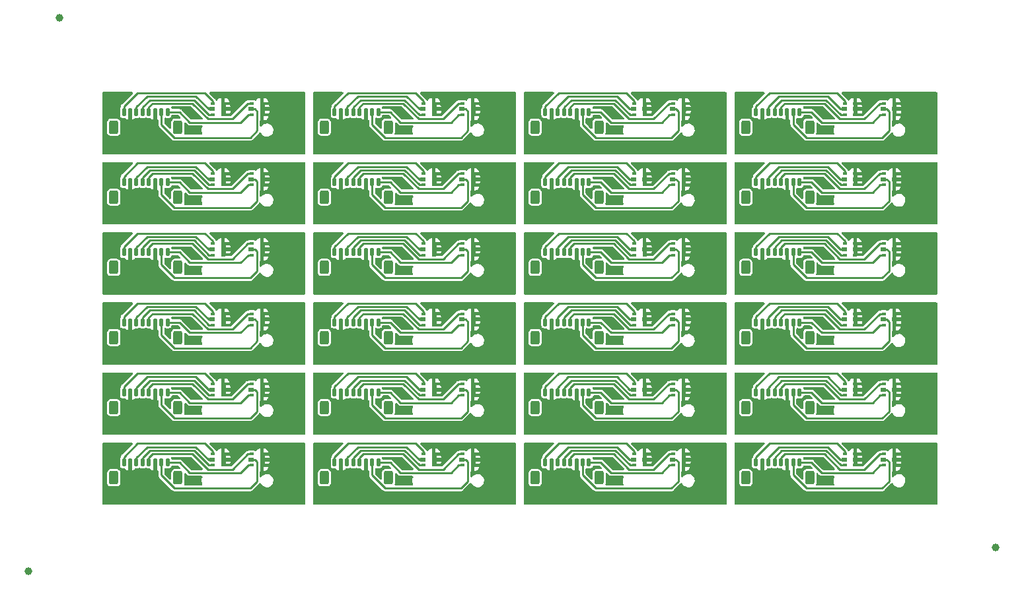
<source format=gbr>
%TF.GenerationSoftware,KiCad,Pcbnew,(7.0.0)*%
%TF.CreationDate,2023-07-13T10:06:36-04:00*%
%TF.ProjectId,bracket-led-panel,62726163-6b65-4742-9d6c-65642d70616e,rev?*%
%TF.SameCoordinates,Original*%
%TF.FileFunction,Copper,L1,Top*%
%TF.FilePolarity,Positive*%
%FSLAX46Y46*%
G04 Gerber Fmt 4.6, Leading zero omitted, Abs format (unit mm)*
G04 Created by KiCad (PCBNEW (7.0.0)) date 2023-07-13 10:06:36*
%MOMM*%
%LPD*%
G01*
G04 APERTURE LIST*
G04 Aperture macros list*
%AMRoundRect*
0 Rectangle with rounded corners*
0 $1 Rounding radius*
0 $2 $3 $4 $5 $6 $7 $8 $9 X,Y pos of 4 corners*
0 Add a 4 corners polygon primitive as box body*
4,1,4,$2,$3,$4,$5,$6,$7,$8,$9,$2,$3,0*
0 Add four circle primitives for the rounded corners*
1,1,$1+$1,$2,$3*
1,1,$1+$1,$4,$5*
1,1,$1+$1,$6,$7*
1,1,$1+$1,$8,$9*
0 Add four rect primitives between the rounded corners*
20,1,$1+$1,$2,$3,$4,$5,0*
20,1,$1+$1,$4,$5,$6,$7,0*
20,1,$1+$1,$6,$7,$8,$9,0*
20,1,$1+$1,$8,$9,$2,$3,0*%
G04 Aperture macros list end*
%TA.AperFunction,SMDPad,CuDef*%
%ADD10C,1.000000*%
%TD*%
%TA.AperFunction,SMDPad,CuDef*%
%ADD11R,0.550000X0.400000*%
%TD*%
%TA.AperFunction,SMDPad,CuDef*%
%ADD12R,0.700000X0.500000*%
%TD*%
%TA.AperFunction,SMDPad,CuDef*%
%ADD13RoundRect,0.125000X-0.125000X-0.375000X0.125000X-0.375000X0.125000X0.375000X-0.125000X0.375000X0*%
%TD*%
%TA.AperFunction,SMDPad,CuDef*%
%ADD14RoundRect,0.250000X-0.350000X-0.600000X0.350000X-0.600000X0.350000X0.600000X-0.350000X0.600000X0*%
%TD*%
%TA.AperFunction,ViaPad*%
%ADD15C,0.800000*%
%TD*%
%TA.AperFunction,Conductor*%
%ADD16C,0.250000*%
%TD*%
G04 APERTURE END LIST*
D10*
%TO.P,(135\u002C 15),*%
%TO.N,*%
X166000000Y-99000000D03*
%TD*%
%TO.P,(11\u002C 12),*%
%TO.N,*%
X42000000Y-102000000D03*
%TD*%
%TO.P,(15\u002C 83),*%
%TO.N,*%
X46000000Y-31000000D03*
%TD*%
D11*
%TO.P,D2,1,BA*%
%TO.N,Board_17-B_{A}*%
X97624999Y-79424999D03*
%TO.P,D2,2,BK*%
%TO.N,Board_17-GND*%
X98974999Y-79424999D03*
D12*
%TO.P,D2,3,RA*%
%TO.N,Board_17-R_{A}*%
X97549999Y-78699999D03*
%TO.P,D2,4,RK*%
%TO.N,Board_17-GND*%
X99049999Y-78699999D03*
D11*
%TO.P,D2,5,GA*%
%TO.N,Board_17-G_{A}*%
X97624999Y-77974999D03*
%TO.P,D2,6,GK*%
%TO.N,Board_17-GND*%
X98974999Y-77974999D03*
%TD*%
%TO.P,D2,1,BA*%
%TO.N,Board_23-B_{A}*%
X151624999Y-88424999D03*
%TO.P,D2,2,BK*%
%TO.N,Board_23-GND*%
X152974999Y-88424999D03*
D12*
%TO.P,D2,3,RA*%
%TO.N,Board_23-R_{A}*%
X151549999Y-87699999D03*
%TO.P,D2,4,RK*%
%TO.N,Board_23-GND*%
X153049999Y-87699999D03*
D11*
%TO.P,D2,5,GA*%
%TO.N,Board_23-G_{A}*%
X151624999Y-86974999D03*
%TO.P,D2,6,GK*%
%TO.N,Board_23-GND*%
X152974999Y-86974999D03*
%TD*%
%TO.P,D2,1,BA*%
%TO.N,Board_14-B_{A}*%
X124624999Y-70424999D03*
%TO.P,D2,2,BK*%
%TO.N,Board_14-GND*%
X125974999Y-70424999D03*
D12*
%TO.P,D2,3,RA*%
%TO.N,Board_14-R_{A}*%
X124549999Y-69699999D03*
%TO.P,D2,4,RK*%
%TO.N,Board_14-GND*%
X126049999Y-69699999D03*
D11*
%TO.P,D2,5,GA*%
%TO.N,Board_14-G_{A}*%
X124624999Y-68974999D03*
%TO.P,D2,6,GK*%
%TO.N,Board_14-GND*%
X125974999Y-68974999D03*
%TD*%
%TO.P,D2,1,BA*%
%TO.N,Board_16-B_{A}*%
X70624999Y-79424999D03*
%TO.P,D2,2,BK*%
%TO.N,Board_16-GND*%
X71974999Y-79424999D03*
D12*
%TO.P,D2,3,RA*%
%TO.N,Board_16-R_{A}*%
X70549999Y-78699999D03*
%TO.P,D2,4,RK*%
%TO.N,Board_16-GND*%
X72049999Y-78699999D03*
D11*
%TO.P,D2,5,GA*%
%TO.N,Board_16-G_{A}*%
X70624999Y-77974999D03*
%TO.P,D2,6,GK*%
%TO.N,Board_16-GND*%
X71974999Y-77974999D03*
%TD*%
%TO.P,D2,1,BA*%
%TO.N,Board_18-B_{A}*%
X124624999Y-79424999D03*
%TO.P,D2,2,BK*%
%TO.N,Board_18-GND*%
X125974999Y-79424999D03*
D12*
%TO.P,D2,3,RA*%
%TO.N,Board_18-R_{A}*%
X124549999Y-78699999D03*
%TO.P,D2,4,RK*%
%TO.N,Board_18-GND*%
X126049999Y-78699999D03*
D11*
%TO.P,D2,5,GA*%
%TO.N,Board_18-G_{A}*%
X124624999Y-77974999D03*
%TO.P,D2,6,GK*%
%TO.N,Board_18-GND*%
X125974999Y-77974999D03*
%TD*%
%TO.P,D2,1,BA*%
%TO.N,Board_19-B_{A}*%
X151624999Y-79424999D03*
%TO.P,D2,2,BK*%
%TO.N,Board_19-GND*%
X152974999Y-79424999D03*
D12*
%TO.P,D2,3,RA*%
%TO.N,Board_19-R_{A}*%
X151549999Y-78699999D03*
%TO.P,D2,4,RK*%
%TO.N,Board_19-GND*%
X153049999Y-78699999D03*
D11*
%TO.P,D2,5,GA*%
%TO.N,Board_19-G_{A}*%
X151624999Y-77974999D03*
%TO.P,D2,6,GK*%
%TO.N,Board_19-GND*%
X152974999Y-77974999D03*
%TD*%
%TO.P,D2,1,BA*%
%TO.N,Board_1-B_{A}*%
X97624999Y-43424999D03*
%TO.P,D2,2,BK*%
%TO.N,Board_1-GND*%
X98974999Y-43424999D03*
D12*
%TO.P,D2,3,RA*%
%TO.N,Board_1-R_{A}*%
X97549999Y-42699999D03*
%TO.P,D2,4,RK*%
%TO.N,Board_1-GND*%
X99049999Y-42699999D03*
D11*
%TO.P,D2,5,GA*%
%TO.N,Board_1-G_{A}*%
X97624999Y-41974999D03*
%TO.P,D2,6,GK*%
%TO.N,Board_1-GND*%
X98974999Y-41974999D03*
%TD*%
%TO.P,D2,1,BA*%
%TO.N,Board_15-B_{A}*%
X151624999Y-70424999D03*
%TO.P,D2,2,BK*%
%TO.N,Board_15-GND*%
X152974999Y-70424999D03*
D12*
%TO.P,D2,3,RA*%
%TO.N,Board_15-R_{A}*%
X151549999Y-69699999D03*
%TO.P,D2,4,RK*%
%TO.N,Board_15-GND*%
X153049999Y-69699999D03*
D11*
%TO.P,D2,5,GA*%
%TO.N,Board_15-G_{A}*%
X151624999Y-68974999D03*
%TO.P,D2,6,GK*%
%TO.N,Board_15-GND*%
X152974999Y-68974999D03*
%TD*%
%TO.P,D2,1,BA*%
%TO.N,Board_10-B_{A}*%
X124624999Y-61424999D03*
%TO.P,D2,2,BK*%
%TO.N,Board_10-GND*%
X125974999Y-61424999D03*
D12*
%TO.P,D2,3,RA*%
%TO.N,Board_10-R_{A}*%
X124549999Y-60699999D03*
%TO.P,D2,4,RK*%
%TO.N,Board_10-GND*%
X126049999Y-60699999D03*
D11*
%TO.P,D2,5,GA*%
%TO.N,Board_10-G_{A}*%
X124624999Y-59974999D03*
%TO.P,D2,6,GK*%
%TO.N,Board_10-GND*%
X125974999Y-59974999D03*
%TD*%
%TO.P,D2,1,BA*%
%TO.N,Board_5-B_{A}*%
X97624999Y-52424999D03*
%TO.P,D2,2,BK*%
%TO.N,Board_5-GND*%
X98974999Y-52424999D03*
D12*
%TO.P,D2,3,RA*%
%TO.N,Board_5-R_{A}*%
X97549999Y-51699999D03*
%TO.P,D2,4,RK*%
%TO.N,Board_5-GND*%
X99049999Y-51699999D03*
D11*
%TO.P,D2,5,GA*%
%TO.N,Board_5-G_{A}*%
X97624999Y-50974999D03*
%TO.P,D2,6,GK*%
%TO.N,Board_5-GND*%
X98974999Y-50974999D03*
%TD*%
%TO.P,D2,1,BA*%
%TO.N,Board_8-B_{A}*%
X70624999Y-61424999D03*
%TO.P,D2,2,BK*%
%TO.N,Board_8-GND*%
X71974999Y-61424999D03*
D12*
%TO.P,D2,3,RA*%
%TO.N,Board_8-R_{A}*%
X70549999Y-60699999D03*
%TO.P,D2,4,RK*%
%TO.N,Board_8-GND*%
X72049999Y-60699999D03*
D11*
%TO.P,D2,5,GA*%
%TO.N,Board_8-G_{A}*%
X70624999Y-59974999D03*
%TO.P,D2,6,GK*%
%TO.N,Board_8-GND*%
X71974999Y-59974999D03*
%TD*%
%TO.P,D2,1,BA*%
%TO.N,Board_6-B_{A}*%
X124624999Y-52424999D03*
%TO.P,D2,2,BK*%
%TO.N,Board_6-GND*%
X125974999Y-52424999D03*
D12*
%TO.P,D2,3,RA*%
%TO.N,Board_6-R_{A}*%
X124549999Y-51699999D03*
%TO.P,D2,4,RK*%
%TO.N,Board_6-GND*%
X126049999Y-51699999D03*
D11*
%TO.P,D2,5,GA*%
%TO.N,Board_6-G_{A}*%
X124624999Y-50974999D03*
%TO.P,D2,6,GK*%
%TO.N,Board_6-GND*%
X125974999Y-50974999D03*
%TD*%
%TO.P,D2,1,BA*%
%TO.N,Board_4-B_{A}*%
X70624999Y-52424999D03*
%TO.P,D2,2,BK*%
%TO.N,Board_4-GND*%
X71974999Y-52424999D03*
D12*
%TO.P,D2,3,RA*%
%TO.N,Board_4-R_{A}*%
X70549999Y-51699999D03*
%TO.P,D2,4,RK*%
%TO.N,Board_4-GND*%
X72049999Y-51699999D03*
D11*
%TO.P,D2,5,GA*%
%TO.N,Board_4-G_{A}*%
X70624999Y-50974999D03*
%TO.P,D2,6,GK*%
%TO.N,Board_4-GND*%
X71974999Y-50974999D03*
%TD*%
%TO.P,D2,1,BA*%
%TO.N,Board_11-B_{A}*%
X151624999Y-61424999D03*
%TO.P,D2,2,BK*%
%TO.N,Board_11-GND*%
X152974999Y-61424999D03*
D12*
%TO.P,D2,3,RA*%
%TO.N,Board_11-R_{A}*%
X151549999Y-60699999D03*
%TO.P,D2,4,RK*%
%TO.N,Board_11-GND*%
X153049999Y-60699999D03*
D11*
%TO.P,D2,5,GA*%
%TO.N,Board_11-G_{A}*%
X151624999Y-59974999D03*
%TO.P,D2,6,GK*%
%TO.N,Board_11-GND*%
X152974999Y-59974999D03*
%TD*%
%TO.P,D2,1,BA*%
%TO.N,Board_9-B_{A}*%
X97624999Y-61424999D03*
%TO.P,D2,2,BK*%
%TO.N,Board_9-GND*%
X98974999Y-61424999D03*
D12*
%TO.P,D2,3,RA*%
%TO.N,Board_9-R_{A}*%
X97549999Y-60699999D03*
%TO.P,D2,4,RK*%
%TO.N,Board_9-GND*%
X99049999Y-60699999D03*
D11*
%TO.P,D2,5,GA*%
%TO.N,Board_9-G_{A}*%
X97624999Y-59974999D03*
%TO.P,D2,6,GK*%
%TO.N,Board_9-GND*%
X98974999Y-59974999D03*
%TD*%
%TO.P,D2,1,BA*%
%TO.N,Board_0-B_{A}*%
X70624999Y-43424999D03*
%TO.P,D2,2,BK*%
%TO.N,Board_0-GND*%
X71974999Y-43424999D03*
D12*
%TO.P,D2,3,RA*%
%TO.N,Board_0-R_{A}*%
X70549999Y-42699999D03*
%TO.P,D2,4,RK*%
%TO.N,Board_0-GND*%
X72049999Y-42699999D03*
D11*
%TO.P,D2,5,GA*%
%TO.N,Board_0-G_{A}*%
X70624999Y-41974999D03*
%TO.P,D2,6,GK*%
%TO.N,Board_0-GND*%
X71974999Y-41974999D03*
%TD*%
%TO.P,D2,1,BA*%
%TO.N,Board_21-B_{A}*%
X97624999Y-88424999D03*
%TO.P,D2,2,BK*%
%TO.N,Board_21-GND*%
X98974999Y-88424999D03*
D12*
%TO.P,D2,3,RA*%
%TO.N,Board_21-R_{A}*%
X97549999Y-87699999D03*
%TO.P,D2,4,RK*%
%TO.N,Board_21-GND*%
X99049999Y-87699999D03*
D11*
%TO.P,D2,5,GA*%
%TO.N,Board_21-G_{A}*%
X97624999Y-86974999D03*
%TO.P,D2,6,GK*%
%TO.N,Board_21-GND*%
X98974999Y-86974999D03*
%TD*%
%TO.P,D2,1,BA*%
%TO.N,Board_20-B_{A}*%
X70624999Y-88424999D03*
%TO.P,D2,2,BK*%
%TO.N,Board_20-GND*%
X71974999Y-88424999D03*
D12*
%TO.P,D2,3,RA*%
%TO.N,Board_20-R_{A}*%
X70549999Y-87699999D03*
%TO.P,D2,4,RK*%
%TO.N,Board_20-GND*%
X72049999Y-87699999D03*
D11*
%TO.P,D2,5,GA*%
%TO.N,Board_20-G_{A}*%
X70624999Y-86974999D03*
%TO.P,D2,6,GK*%
%TO.N,Board_20-GND*%
X71974999Y-86974999D03*
%TD*%
%TO.P,D2,1,BA*%
%TO.N,Board_7-B_{A}*%
X151624999Y-52424999D03*
%TO.P,D2,2,BK*%
%TO.N,Board_7-GND*%
X152974999Y-52424999D03*
D12*
%TO.P,D2,3,RA*%
%TO.N,Board_7-R_{A}*%
X151549999Y-51699999D03*
%TO.P,D2,4,RK*%
%TO.N,Board_7-GND*%
X153049999Y-51699999D03*
D11*
%TO.P,D2,5,GA*%
%TO.N,Board_7-G_{A}*%
X151624999Y-50974999D03*
%TO.P,D2,6,GK*%
%TO.N,Board_7-GND*%
X152974999Y-50974999D03*
%TD*%
%TO.P,D2,1,BA*%
%TO.N,Board_13-B_{A}*%
X97624999Y-70424999D03*
%TO.P,D2,2,BK*%
%TO.N,Board_13-GND*%
X98974999Y-70424999D03*
D12*
%TO.P,D2,3,RA*%
%TO.N,Board_13-R_{A}*%
X97549999Y-69699999D03*
%TO.P,D2,4,RK*%
%TO.N,Board_13-GND*%
X99049999Y-69699999D03*
D11*
%TO.P,D2,5,GA*%
%TO.N,Board_13-G_{A}*%
X97624999Y-68974999D03*
%TO.P,D2,6,GK*%
%TO.N,Board_13-GND*%
X98974999Y-68974999D03*
%TD*%
%TO.P,D2,1,BA*%
%TO.N,Board_2-B_{A}*%
X124624999Y-43424999D03*
%TO.P,D2,2,BK*%
%TO.N,Board_2-GND*%
X125974999Y-43424999D03*
D12*
%TO.P,D2,3,RA*%
%TO.N,Board_2-R_{A}*%
X124549999Y-42699999D03*
%TO.P,D2,4,RK*%
%TO.N,Board_2-GND*%
X126049999Y-42699999D03*
D11*
%TO.P,D2,5,GA*%
%TO.N,Board_2-G_{A}*%
X124624999Y-41974999D03*
%TO.P,D2,6,GK*%
%TO.N,Board_2-GND*%
X125974999Y-41974999D03*
%TD*%
%TO.P,D2,1,BA*%
%TO.N,Board_3-B_{A}*%
X151624999Y-43424999D03*
%TO.P,D2,2,BK*%
%TO.N,Board_3-GND*%
X152974999Y-43424999D03*
D12*
%TO.P,D2,3,RA*%
%TO.N,Board_3-R_{A}*%
X151549999Y-42699999D03*
%TO.P,D2,4,RK*%
%TO.N,Board_3-GND*%
X153049999Y-42699999D03*
D11*
%TO.P,D2,5,GA*%
%TO.N,Board_3-G_{A}*%
X151624999Y-41974999D03*
%TO.P,D2,6,GK*%
%TO.N,Board_3-GND*%
X152974999Y-41974999D03*
%TD*%
%TO.P,D2,1,BA*%
%TO.N,Board_12-B_{A}*%
X70624999Y-70424999D03*
%TO.P,D2,2,BK*%
%TO.N,Board_12-GND*%
X71974999Y-70424999D03*
D12*
%TO.P,D2,3,RA*%
%TO.N,Board_12-R_{A}*%
X70549999Y-69699999D03*
%TO.P,D2,4,RK*%
%TO.N,Board_12-GND*%
X72049999Y-69699999D03*
D11*
%TO.P,D2,5,GA*%
%TO.N,Board_12-G_{A}*%
X70624999Y-68974999D03*
%TO.P,D2,6,GK*%
%TO.N,Board_12-GND*%
X71974999Y-68974999D03*
%TD*%
%TO.P,D2,1,BA*%
%TO.N,Board_22-B_{A}*%
X124624999Y-88424999D03*
%TO.P,D2,2,BK*%
%TO.N,Board_22-GND*%
X125974999Y-88424999D03*
D12*
%TO.P,D2,3,RA*%
%TO.N,Board_22-R_{A}*%
X124549999Y-87699999D03*
%TO.P,D2,4,RK*%
%TO.N,Board_22-GND*%
X126049999Y-87699999D03*
D11*
%TO.P,D2,5,GA*%
%TO.N,Board_22-G_{A}*%
X124624999Y-86974999D03*
%TO.P,D2,6,GK*%
%TO.N,Board_22-GND*%
X125974999Y-86974999D03*
%TD*%
%TO.P,D1,1,BA*%
%TO.N,Board_22-B_{B}*%
X119624999Y-88424999D03*
%TO.P,D1,2,BK*%
%TO.N,Board_22-GND*%
X120974999Y-88424999D03*
D12*
%TO.P,D1,3,RA*%
%TO.N,Board_22-R_{B}*%
X119549999Y-87699999D03*
%TO.P,D1,4,RK*%
%TO.N,Board_22-GND*%
X121049999Y-87699999D03*
D11*
%TO.P,D1,5,GA*%
%TO.N,Board_22-G_{B}*%
X119624999Y-86974999D03*
%TO.P,D1,6,GK*%
%TO.N,Board_22-GND*%
X120974999Y-86974999D03*
%TD*%
%TO.P,D1,1,BA*%
%TO.N,Board_15-B_{B}*%
X146624999Y-70424999D03*
%TO.P,D1,2,BK*%
%TO.N,Board_15-GND*%
X147974999Y-70424999D03*
D12*
%TO.P,D1,3,RA*%
%TO.N,Board_15-R_{B}*%
X146549999Y-69699999D03*
%TO.P,D1,4,RK*%
%TO.N,Board_15-GND*%
X148049999Y-69699999D03*
D11*
%TO.P,D1,5,GA*%
%TO.N,Board_15-G_{B}*%
X146624999Y-68974999D03*
%TO.P,D1,6,GK*%
%TO.N,Board_15-GND*%
X147974999Y-68974999D03*
%TD*%
%TO.P,D1,1,BA*%
%TO.N,Board_13-B_{B}*%
X92624999Y-70424999D03*
%TO.P,D1,2,BK*%
%TO.N,Board_13-GND*%
X93974999Y-70424999D03*
D12*
%TO.P,D1,3,RA*%
%TO.N,Board_13-R_{B}*%
X92549999Y-69699999D03*
%TO.P,D1,4,RK*%
%TO.N,Board_13-GND*%
X94049999Y-69699999D03*
D11*
%TO.P,D1,5,GA*%
%TO.N,Board_13-G_{B}*%
X92624999Y-68974999D03*
%TO.P,D1,6,GK*%
%TO.N,Board_13-GND*%
X93974999Y-68974999D03*
%TD*%
%TO.P,D1,1,BA*%
%TO.N,Board_5-B_{B}*%
X92624999Y-52424999D03*
%TO.P,D1,2,BK*%
%TO.N,Board_5-GND*%
X93974999Y-52424999D03*
D12*
%TO.P,D1,3,RA*%
%TO.N,Board_5-R_{B}*%
X92549999Y-51699999D03*
%TO.P,D1,4,RK*%
%TO.N,Board_5-GND*%
X94049999Y-51699999D03*
D11*
%TO.P,D1,5,GA*%
%TO.N,Board_5-G_{B}*%
X92624999Y-50974999D03*
%TO.P,D1,6,GK*%
%TO.N,Board_5-GND*%
X93974999Y-50974999D03*
%TD*%
%TO.P,D1,1,BA*%
%TO.N,Board_21-B_{B}*%
X92624999Y-88424999D03*
%TO.P,D1,2,BK*%
%TO.N,Board_21-GND*%
X93974999Y-88424999D03*
D12*
%TO.P,D1,3,RA*%
%TO.N,Board_21-R_{B}*%
X92549999Y-87699999D03*
%TO.P,D1,4,RK*%
%TO.N,Board_21-GND*%
X94049999Y-87699999D03*
D11*
%TO.P,D1,5,GA*%
%TO.N,Board_21-G_{B}*%
X92624999Y-86974999D03*
%TO.P,D1,6,GK*%
%TO.N,Board_21-GND*%
X93974999Y-86974999D03*
%TD*%
%TO.P,D1,1,BA*%
%TO.N,Board_6-B_{B}*%
X119624999Y-52424999D03*
%TO.P,D1,2,BK*%
%TO.N,Board_6-GND*%
X120974999Y-52424999D03*
D12*
%TO.P,D1,3,RA*%
%TO.N,Board_6-R_{B}*%
X119549999Y-51699999D03*
%TO.P,D1,4,RK*%
%TO.N,Board_6-GND*%
X121049999Y-51699999D03*
D11*
%TO.P,D1,5,GA*%
%TO.N,Board_6-G_{B}*%
X119624999Y-50974999D03*
%TO.P,D1,6,GK*%
%TO.N,Board_6-GND*%
X120974999Y-50974999D03*
%TD*%
%TO.P,D1,1,BA*%
%TO.N,Board_12-B_{B}*%
X65624999Y-70424999D03*
%TO.P,D1,2,BK*%
%TO.N,Board_12-GND*%
X66974999Y-70424999D03*
D12*
%TO.P,D1,3,RA*%
%TO.N,Board_12-R_{B}*%
X65549999Y-69699999D03*
%TO.P,D1,4,RK*%
%TO.N,Board_12-GND*%
X67049999Y-69699999D03*
D11*
%TO.P,D1,5,GA*%
%TO.N,Board_12-G_{B}*%
X65624999Y-68974999D03*
%TO.P,D1,6,GK*%
%TO.N,Board_12-GND*%
X66974999Y-68974999D03*
%TD*%
%TO.P,D1,1,BA*%
%TO.N,Board_9-B_{B}*%
X92624999Y-61424999D03*
%TO.P,D1,2,BK*%
%TO.N,Board_9-GND*%
X93974999Y-61424999D03*
D12*
%TO.P,D1,3,RA*%
%TO.N,Board_9-R_{B}*%
X92549999Y-60699999D03*
%TO.P,D1,4,RK*%
%TO.N,Board_9-GND*%
X94049999Y-60699999D03*
D11*
%TO.P,D1,5,GA*%
%TO.N,Board_9-G_{B}*%
X92624999Y-59974999D03*
%TO.P,D1,6,GK*%
%TO.N,Board_9-GND*%
X93974999Y-59974999D03*
%TD*%
%TO.P,D1,1,BA*%
%TO.N,Board_4-B_{B}*%
X65624999Y-52424999D03*
%TO.P,D1,2,BK*%
%TO.N,Board_4-GND*%
X66974999Y-52424999D03*
D12*
%TO.P,D1,3,RA*%
%TO.N,Board_4-R_{B}*%
X65549999Y-51699999D03*
%TO.P,D1,4,RK*%
%TO.N,Board_4-GND*%
X67049999Y-51699999D03*
D11*
%TO.P,D1,5,GA*%
%TO.N,Board_4-G_{B}*%
X65624999Y-50974999D03*
%TO.P,D1,6,GK*%
%TO.N,Board_4-GND*%
X66974999Y-50974999D03*
%TD*%
%TO.P,D1,1,BA*%
%TO.N,Board_10-B_{B}*%
X119624999Y-61424999D03*
%TO.P,D1,2,BK*%
%TO.N,Board_10-GND*%
X120974999Y-61424999D03*
D12*
%TO.P,D1,3,RA*%
%TO.N,Board_10-R_{B}*%
X119549999Y-60699999D03*
%TO.P,D1,4,RK*%
%TO.N,Board_10-GND*%
X121049999Y-60699999D03*
D11*
%TO.P,D1,5,GA*%
%TO.N,Board_10-G_{B}*%
X119624999Y-59974999D03*
%TO.P,D1,6,GK*%
%TO.N,Board_10-GND*%
X120974999Y-59974999D03*
%TD*%
%TO.P,D1,1,BA*%
%TO.N,Board_8-B_{B}*%
X65624999Y-61424999D03*
%TO.P,D1,2,BK*%
%TO.N,Board_8-GND*%
X66974999Y-61424999D03*
D12*
%TO.P,D1,3,RA*%
%TO.N,Board_8-R_{B}*%
X65549999Y-60699999D03*
%TO.P,D1,4,RK*%
%TO.N,Board_8-GND*%
X67049999Y-60699999D03*
D11*
%TO.P,D1,5,GA*%
%TO.N,Board_8-G_{B}*%
X65624999Y-59974999D03*
%TO.P,D1,6,GK*%
%TO.N,Board_8-GND*%
X66974999Y-59974999D03*
%TD*%
%TO.P,D1,1,BA*%
%TO.N,Board_2-B_{B}*%
X119624999Y-43424999D03*
%TO.P,D1,2,BK*%
%TO.N,Board_2-GND*%
X120974999Y-43424999D03*
D12*
%TO.P,D1,3,RA*%
%TO.N,Board_2-R_{B}*%
X119549999Y-42699999D03*
%TO.P,D1,4,RK*%
%TO.N,Board_2-GND*%
X121049999Y-42699999D03*
D11*
%TO.P,D1,5,GA*%
%TO.N,Board_2-G_{B}*%
X119624999Y-41974999D03*
%TO.P,D1,6,GK*%
%TO.N,Board_2-GND*%
X120974999Y-41974999D03*
%TD*%
%TO.P,D1,1,BA*%
%TO.N,Board_20-B_{B}*%
X65624999Y-88424999D03*
%TO.P,D1,2,BK*%
%TO.N,Board_20-GND*%
X66974999Y-88424999D03*
D12*
%TO.P,D1,3,RA*%
%TO.N,Board_20-R_{B}*%
X65549999Y-87699999D03*
%TO.P,D1,4,RK*%
%TO.N,Board_20-GND*%
X67049999Y-87699999D03*
D11*
%TO.P,D1,5,GA*%
%TO.N,Board_20-G_{B}*%
X65624999Y-86974999D03*
%TO.P,D1,6,GK*%
%TO.N,Board_20-GND*%
X66974999Y-86974999D03*
%TD*%
%TO.P,D1,1,BA*%
%TO.N,Board_0-B_{B}*%
X65624999Y-43424999D03*
%TO.P,D1,2,BK*%
%TO.N,Board_0-GND*%
X66974999Y-43424999D03*
D12*
%TO.P,D1,3,RA*%
%TO.N,Board_0-R_{B}*%
X65549999Y-42699999D03*
%TO.P,D1,4,RK*%
%TO.N,Board_0-GND*%
X67049999Y-42699999D03*
D11*
%TO.P,D1,5,GA*%
%TO.N,Board_0-G_{B}*%
X65624999Y-41974999D03*
%TO.P,D1,6,GK*%
%TO.N,Board_0-GND*%
X66974999Y-41974999D03*
%TD*%
%TO.P,D1,1,BA*%
%TO.N,Board_7-B_{B}*%
X146624999Y-52424999D03*
%TO.P,D1,2,BK*%
%TO.N,Board_7-GND*%
X147974999Y-52424999D03*
D12*
%TO.P,D1,3,RA*%
%TO.N,Board_7-R_{B}*%
X146549999Y-51699999D03*
%TO.P,D1,4,RK*%
%TO.N,Board_7-GND*%
X148049999Y-51699999D03*
D11*
%TO.P,D1,5,GA*%
%TO.N,Board_7-G_{B}*%
X146624999Y-50974999D03*
%TO.P,D1,6,GK*%
%TO.N,Board_7-GND*%
X147974999Y-50974999D03*
%TD*%
%TO.P,D1,1,BA*%
%TO.N,Board_11-B_{B}*%
X146624999Y-61424999D03*
%TO.P,D1,2,BK*%
%TO.N,Board_11-GND*%
X147974999Y-61424999D03*
D12*
%TO.P,D1,3,RA*%
%TO.N,Board_11-R_{B}*%
X146549999Y-60699999D03*
%TO.P,D1,4,RK*%
%TO.N,Board_11-GND*%
X148049999Y-60699999D03*
D11*
%TO.P,D1,5,GA*%
%TO.N,Board_11-G_{B}*%
X146624999Y-59974999D03*
%TO.P,D1,6,GK*%
%TO.N,Board_11-GND*%
X147974999Y-59974999D03*
%TD*%
%TO.P,D1,1,BA*%
%TO.N,Board_3-B_{B}*%
X146624999Y-43424999D03*
%TO.P,D1,2,BK*%
%TO.N,Board_3-GND*%
X147974999Y-43424999D03*
D12*
%TO.P,D1,3,RA*%
%TO.N,Board_3-R_{B}*%
X146549999Y-42699999D03*
%TO.P,D1,4,RK*%
%TO.N,Board_3-GND*%
X148049999Y-42699999D03*
D11*
%TO.P,D1,5,GA*%
%TO.N,Board_3-G_{B}*%
X146624999Y-41974999D03*
%TO.P,D1,6,GK*%
%TO.N,Board_3-GND*%
X147974999Y-41974999D03*
%TD*%
%TO.P,D1,1,BA*%
%TO.N,Board_1-B_{B}*%
X92624999Y-43424999D03*
%TO.P,D1,2,BK*%
%TO.N,Board_1-GND*%
X93974999Y-43424999D03*
D12*
%TO.P,D1,3,RA*%
%TO.N,Board_1-R_{B}*%
X92549999Y-42699999D03*
%TO.P,D1,4,RK*%
%TO.N,Board_1-GND*%
X94049999Y-42699999D03*
D11*
%TO.P,D1,5,GA*%
%TO.N,Board_1-G_{B}*%
X92624999Y-41974999D03*
%TO.P,D1,6,GK*%
%TO.N,Board_1-GND*%
X93974999Y-41974999D03*
%TD*%
%TO.P,D1,1,BA*%
%TO.N,Board_17-B_{B}*%
X92624999Y-79424999D03*
%TO.P,D1,2,BK*%
%TO.N,Board_17-GND*%
X93974999Y-79424999D03*
D12*
%TO.P,D1,3,RA*%
%TO.N,Board_17-R_{B}*%
X92549999Y-78699999D03*
%TO.P,D1,4,RK*%
%TO.N,Board_17-GND*%
X94049999Y-78699999D03*
D11*
%TO.P,D1,5,GA*%
%TO.N,Board_17-G_{B}*%
X92624999Y-77974999D03*
%TO.P,D1,6,GK*%
%TO.N,Board_17-GND*%
X93974999Y-77974999D03*
%TD*%
%TO.P,D1,1,BA*%
%TO.N,Board_23-B_{B}*%
X146624999Y-88424999D03*
%TO.P,D1,2,BK*%
%TO.N,Board_23-GND*%
X147974999Y-88424999D03*
D12*
%TO.P,D1,3,RA*%
%TO.N,Board_23-R_{B}*%
X146549999Y-87699999D03*
%TO.P,D1,4,RK*%
%TO.N,Board_23-GND*%
X148049999Y-87699999D03*
D11*
%TO.P,D1,5,GA*%
%TO.N,Board_23-G_{B}*%
X146624999Y-86974999D03*
%TO.P,D1,6,GK*%
%TO.N,Board_23-GND*%
X147974999Y-86974999D03*
%TD*%
%TO.P,D1,1,BA*%
%TO.N,Board_16-B_{B}*%
X65624999Y-79424999D03*
%TO.P,D1,2,BK*%
%TO.N,Board_16-GND*%
X66974999Y-79424999D03*
D12*
%TO.P,D1,3,RA*%
%TO.N,Board_16-R_{B}*%
X65549999Y-78699999D03*
%TO.P,D1,4,RK*%
%TO.N,Board_16-GND*%
X67049999Y-78699999D03*
D11*
%TO.P,D1,5,GA*%
%TO.N,Board_16-G_{B}*%
X65624999Y-77974999D03*
%TO.P,D1,6,GK*%
%TO.N,Board_16-GND*%
X66974999Y-77974999D03*
%TD*%
%TO.P,D1,1,BA*%
%TO.N,Board_14-B_{B}*%
X119624999Y-70424999D03*
%TO.P,D1,2,BK*%
%TO.N,Board_14-GND*%
X120974999Y-70424999D03*
D12*
%TO.P,D1,3,RA*%
%TO.N,Board_14-R_{B}*%
X119549999Y-69699999D03*
%TO.P,D1,4,RK*%
%TO.N,Board_14-GND*%
X121049999Y-69699999D03*
D11*
%TO.P,D1,5,GA*%
%TO.N,Board_14-G_{B}*%
X119624999Y-68974999D03*
%TO.P,D1,6,GK*%
%TO.N,Board_14-GND*%
X120974999Y-68974999D03*
%TD*%
%TO.P,D1,1,BA*%
%TO.N,Board_19-B_{B}*%
X146624999Y-79424999D03*
%TO.P,D1,2,BK*%
%TO.N,Board_19-GND*%
X147974999Y-79424999D03*
D12*
%TO.P,D1,3,RA*%
%TO.N,Board_19-R_{B}*%
X146549999Y-78699999D03*
%TO.P,D1,4,RK*%
%TO.N,Board_19-GND*%
X148049999Y-78699999D03*
D11*
%TO.P,D1,5,GA*%
%TO.N,Board_19-G_{B}*%
X146624999Y-77974999D03*
%TO.P,D1,6,GK*%
%TO.N,Board_19-GND*%
X147974999Y-77974999D03*
%TD*%
%TO.P,D1,1,BA*%
%TO.N,Board_18-B_{B}*%
X119624999Y-79424999D03*
%TO.P,D1,2,BK*%
%TO.N,Board_18-GND*%
X120974999Y-79424999D03*
D12*
%TO.P,D1,3,RA*%
%TO.N,Board_18-R_{B}*%
X119549999Y-78699999D03*
%TO.P,D1,4,RK*%
%TO.N,Board_18-GND*%
X121049999Y-78699999D03*
D11*
%TO.P,D1,5,GA*%
%TO.N,Board_18-G_{B}*%
X119624999Y-77974999D03*
%TO.P,D1,6,GK*%
%TO.N,Board_18-GND*%
X120974999Y-77974999D03*
%TD*%
D13*
%TO.P,J1,1,Pin_1*%
%TO.N,Board_5-G_{B}*%
X81250800Y-52072240D03*
%TO.P,J1,2,Pin_2*%
%TO.N,Board_5-GND*%
X82050800Y-52072240D03*
%TO.P,J1,3,Pin_3*%
%TO.N,Board_5-R_{B}*%
X82850800Y-52072240D03*
%TO.P,J1,4,Pin_4*%
%TO.N,Board_5-B_{B}*%
X83650800Y-52072240D03*
%TO.P,J1,5,Pin_5*%
%TO.N,Board_5-G_{A}*%
X84450800Y-52072240D03*
%TO.P,J1,6,Pin_6*%
%TO.N,Board_5-GND*%
X85250800Y-52072240D03*
%TO.P,J1,7,Pin_7*%
%TO.N,Board_5-R_{A}*%
X86050800Y-52072240D03*
%TO.P,J1,8,Pin_8*%
%TO.N,Board_5-B_{A}*%
X86850800Y-52072240D03*
D14*
%TO.P,J1,MP*%
%TO.N,N/C*%
X79950800Y-54022240D03*
X88150800Y-54022240D03*
%TD*%
D13*
%TO.P,J1,1,Pin_1*%
%TO.N,Board_1-G_{B}*%
X81250800Y-43072240D03*
%TO.P,J1,2,Pin_2*%
%TO.N,Board_1-GND*%
X82050800Y-43072240D03*
%TO.P,J1,3,Pin_3*%
%TO.N,Board_1-R_{B}*%
X82850800Y-43072240D03*
%TO.P,J1,4,Pin_4*%
%TO.N,Board_1-B_{B}*%
X83650800Y-43072240D03*
%TO.P,J1,5,Pin_5*%
%TO.N,Board_1-G_{A}*%
X84450800Y-43072240D03*
%TO.P,J1,6,Pin_6*%
%TO.N,Board_1-GND*%
X85250800Y-43072240D03*
%TO.P,J1,7,Pin_7*%
%TO.N,Board_1-R_{A}*%
X86050800Y-43072240D03*
%TO.P,J1,8,Pin_8*%
%TO.N,Board_1-B_{A}*%
X86850800Y-43072240D03*
D14*
%TO.P,J1,MP*%
%TO.N,N/C*%
X79950800Y-45022240D03*
X88150800Y-45022240D03*
%TD*%
D13*
%TO.P,J1,1,Pin_1*%
%TO.N,Board_20-G_{B}*%
X54250800Y-88072240D03*
%TO.P,J1,2,Pin_2*%
%TO.N,Board_20-GND*%
X55050800Y-88072240D03*
%TO.P,J1,3,Pin_3*%
%TO.N,Board_20-R_{B}*%
X55850800Y-88072240D03*
%TO.P,J1,4,Pin_4*%
%TO.N,Board_20-B_{B}*%
X56650800Y-88072240D03*
%TO.P,J1,5,Pin_5*%
%TO.N,Board_20-G_{A}*%
X57450800Y-88072240D03*
%TO.P,J1,6,Pin_6*%
%TO.N,Board_20-GND*%
X58250800Y-88072240D03*
%TO.P,J1,7,Pin_7*%
%TO.N,Board_20-R_{A}*%
X59050800Y-88072240D03*
%TO.P,J1,8,Pin_8*%
%TO.N,Board_20-B_{A}*%
X59850800Y-88072240D03*
D14*
%TO.P,J1,MP*%
%TO.N,N/C*%
X52950800Y-90022240D03*
X61150800Y-90022240D03*
%TD*%
D13*
%TO.P,J1,1,Pin_1*%
%TO.N,Board_9-G_{B}*%
X81250800Y-61072240D03*
%TO.P,J1,2,Pin_2*%
%TO.N,Board_9-GND*%
X82050800Y-61072240D03*
%TO.P,J1,3,Pin_3*%
%TO.N,Board_9-R_{B}*%
X82850800Y-61072240D03*
%TO.P,J1,4,Pin_4*%
%TO.N,Board_9-B_{B}*%
X83650800Y-61072240D03*
%TO.P,J1,5,Pin_5*%
%TO.N,Board_9-G_{A}*%
X84450800Y-61072240D03*
%TO.P,J1,6,Pin_6*%
%TO.N,Board_9-GND*%
X85250800Y-61072240D03*
%TO.P,J1,7,Pin_7*%
%TO.N,Board_9-R_{A}*%
X86050800Y-61072240D03*
%TO.P,J1,8,Pin_8*%
%TO.N,Board_9-B_{A}*%
X86850800Y-61072240D03*
D14*
%TO.P,J1,MP*%
%TO.N,N/C*%
X79950800Y-63022240D03*
X88150800Y-63022240D03*
%TD*%
D13*
%TO.P,J1,1,Pin_1*%
%TO.N,Board_13-G_{B}*%
X81250800Y-70072240D03*
%TO.P,J1,2,Pin_2*%
%TO.N,Board_13-GND*%
X82050800Y-70072240D03*
%TO.P,J1,3,Pin_3*%
%TO.N,Board_13-R_{B}*%
X82850800Y-70072240D03*
%TO.P,J1,4,Pin_4*%
%TO.N,Board_13-B_{B}*%
X83650800Y-70072240D03*
%TO.P,J1,5,Pin_5*%
%TO.N,Board_13-G_{A}*%
X84450800Y-70072240D03*
%TO.P,J1,6,Pin_6*%
%TO.N,Board_13-GND*%
X85250800Y-70072240D03*
%TO.P,J1,7,Pin_7*%
%TO.N,Board_13-R_{A}*%
X86050800Y-70072240D03*
%TO.P,J1,8,Pin_8*%
%TO.N,Board_13-B_{A}*%
X86850800Y-70072240D03*
D14*
%TO.P,J1,MP*%
%TO.N,N/C*%
X79950800Y-72022240D03*
X88150800Y-72022240D03*
%TD*%
D13*
%TO.P,J1,1,Pin_1*%
%TO.N,Board_22-G_{B}*%
X108250800Y-88072240D03*
%TO.P,J1,2,Pin_2*%
%TO.N,Board_22-GND*%
X109050800Y-88072240D03*
%TO.P,J1,3,Pin_3*%
%TO.N,Board_22-R_{B}*%
X109850800Y-88072240D03*
%TO.P,J1,4,Pin_4*%
%TO.N,Board_22-B_{B}*%
X110650800Y-88072240D03*
%TO.P,J1,5,Pin_5*%
%TO.N,Board_22-G_{A}*%
X111450800Y-88072240D03*
%TO.P,J1,6,Pin_6*%
%TO.N,Board_22-GND*%
X112250800Y-88072240D03*
%TO.P,J1,7,Pin_7*%
%TO.N,Board_22-R_{A}*%
X113050800Y-88072240D03*
%TO.P,J1,8,Pin_8*%
%TO.N,Board_22-B_{A}*%
X113850800Y-88072240D03*
D14*
%TO.P,J1,MP*%
%TO.N,N/C*%
X106950800Y-90022240D03*
X115150800Y-90022240D03*
%TD*%
D13*
%TO.P,J1,1,Pin_1*%
%TO.N,Board_15-G_{B}*%
X135250800Y-70072240D03*
%TO.P,J1,2,Pin_2*%
%TO.N,Board_15-GND*%
X136050800Y-70072240D03*
%TO.P,J1,3,Pin_3*%
%TO.N,Board_15-R_{B}*%
X136850800Y-70072240D03*
%TO.P,J1,4,Pin_4*%
%TO.N,Board_15-B_{B}*%
X137650800Y-70072240D03*
%TO.P,J1,5,Pin_5*%
%TO.N,Board_15-G_{A}*%
X138450800Y-70072240D03*
%TO.P,J1,6,Pin_6*%
%TO.N,Board_15-GND*%
X139250800Y-70072240D03*
%TO.P,J1,7,Pin_7*%
%TO.N,Board_15-R_{A}*%
X140050800Y-70072240D03*
%TO.P,J1,8,Pin_8*%
%TO.N,Board_15-B_{A}*%
X140850800Y-70072240D03*
D14*
%TO.P,J1,MP*%
%TO.N,N/C*%
X133950800Y-72022240D03*
X142150800Y-72022240D03*
%TD*%
D13*
%TO.P,J1,1,Pin_1*%
%TO.N,Board_12-G_{B}*%
X54250800Y-70072240D03*
%TO.P,J1,2,Pin_2*%
%TO.N,Board_12-GND*%
X55050800Y-70072240D03*
%TO.P,J1,3,Pin_3*%
%TO.N,Board_12-R_{B}*%
X55850800Y-70072240D03*
%TO.P,J1,4,Pin_4*%
%TO.N,Board_12-B_{B}*%
X56650800Y-70072240D03*
%TO.P,J1,5,Pin_5*%
%TO.N,Board_12-G_{A}*%
X57450800Y-70072240D03*
%TO.P,J1,6,Pin_6*%
%TO.N,Board_12-GND*%
X58250800Y-70072240D03*
%TO.P,J1,7,Pin_7*%
%TO.N,Board_12-R_{A}*%
X59050800Y-70072240D03*
%TO.P,J1,8,Pin_8*%
%TO.N,Board_12-B_{A}*%
X59850800Y-70072240D03*
D14*
%TO.P,J1,MP*%
%TO.N,N/C*%
X52950800Y-72022240D03*
X61150800Y-72022240D03*
%TD*%
D13*
%TO.P,J1,1,Pin_1*%
%TO.N,Board_21-G_{B}*%
X81250800Y-88072240D03*
%TO.P,J1,2,Pin_2*%
%TO.N,Board_21-GND*%
X82050800Y-88072240D03*
%TO.P,J1,3,Pin_3*%
%TO.N,Board_21-R_{B}*%
X82850800Y-88072240D03*
%TO.P,J1,4,Pin_4*%
%TO.N,Board_21-B_{B}*%
X83650800Y-88072240D03*
%TO.P,J1,5,Pin_5*%
%TO.N,Board_21-G_{A}*%
X84450800Y-88072240D03*
%TO.P,J1,6,Pin_6*%
%TO.N,Board_21-GND*%
X85250800Y-88072240D03*
%TO.P,J1,7,Pin_7*%
%TO.N,Board_21-R_{A}*%
X86050800Y-88072240D03*
%TO.P,J1,8,Pin_8*%
%TO.N,Board_21-B_{A}*%
X86850800Y-88072240D03*
D14*
%TO.P,J1,MP*%
%TO.N,N/C*%
X79950800Y-90022240D03*
X88150800Y-90022240D03*
%TD*%
D13*
%TO.P,J1,1,Pin_1*%
%TO.N,Board_7-G_{B}*%
X135250800Y-52072240D03*
%TO.P,J1,2,Pin_2*%
%TO.N,Board_7-GND*%
X136050800Y-52072240D03*
%TO.P,J1,3,Pin_3*%
%TO.N,Board_7-R_{B}*%
X136850800Y-52072240D03*
%TO.P,J1,4,Pin_4*%
%TO.N,Board_7-B_{B}*%
X137650800Y-52072240D03*
%TO.P,J1,5,Pin_5*%
%TO.N,Board_7-G_{A}*%
X138450800Y-52072240D03*
%TO.P,J1,6,Pin_6*%
%TO.N,Board_7-GND*%
X139250800Y-52072240D03*
%TO.P,J1,7,Pin_7*%
%TO.N,Board_7-R_{A}*%
X140050800Y-52072240D03*
%TO.P,J1,8,Pin_8*%
%TO.N,Board_7-B_{A}*%
X140850800Y-52072240D03*
D14*
%TO.P,J1,MP*%
%TO.N,N/C*%
X133950800Y-54022240D03*
X142150800Y-54022240D03*
%TD*%
D13*
%TO.P,J1,1,Pin_1*%
%TO.N,Board_0-G_{B}*%
X54250800Y-43072240D03*
%TO.P,J1,2,Pin_2*%
%TO.N,Board_0-GND*%
X55050800Y-43072240D03*
%TO.P,J1,3,Pin_3*%
%TO.N,Board_0-R_{B}*%
X55850800Y-43072240D03*
%TO.P,J1,4,Pin_4*%
%TO.N,Board_0-B_{B}*%
X56650800Y-43072240D03*
%TO.P,J1,5,Pin_5*%
%TO.N,Board_0-G_{A}*%
X57450800Y-43072240D03*
%TO.P,J1,6,Pin_6*%
%TO.N,Board_0-GND*%
X58250800Y-43072240D03*
%TO.P,J1,7,Pin_7*%
%TO.N,Board_0-R_{A}*%
X59050800Y-43072240D03*
%TO.P,J1,8,Pin_8*%
%TO.N,Board_0-B_{A}*%
X59850800Y-43072240D03*
D14*
%TO.P,J1,MP*%
%TO.N,N/C*%
X52950800Y-45022240D03*
X61150800Y-45022240D03*
%TD*%
D13*
%TO.P,J1,1,Pin_1*%
%TO.N,Board_16-G_{B}*%
X54250800Y-79072240D03*
%TO.P,J1,2,Pin_2*%
%TO.N,Board_16-GND*%
X55050800Y-79072240D03*
%TO.P,J1,3,Pin_3*%
%TO.N,Board_16-R_{B}*%
X55850800Y-79072240D03*
%TO.P,J1,4,Pin_4*%
%TO.N,Board_16-B_{B}*%
X56650800Y-79072240D03*
%TO.P,J1,5,Pin_5*%
%TO.N,Board_16-G_{A}*%
X57450800Y-79072240D03*
%TO.P,J1,6,Pin_6*%
%TO.N,Board_16-GND*%
X58250800Y-79072240D03*
%TO.P,J1,7,Pin_7*%
%TO.N,Board_16-R_{A}*%
X59050800Y-79072240D03*
%TO.P,J1,8,Pin_8*%
%TO.N,Board_16-B_{A}*%
X59850800Y-79072240D03*
D14*
%TO.P,J1,MP*%
%TO.N,N/C*%
X52950800Y-81022240D03*
X61150800Y-81022240D03*
%TD*%
D13*
%TO.P,J1,1,Pin_1*%
%TO.N,Board_4-G_{B}*%
X54250800Y-52072240D03*
%TO.P,J1,2,Pin_2*%
%TO.N,Board_4-GND*%
X55050800Y-52072240D03*
%TO.P,J1,3,Pin_3*%
%TO.N,Board_4-R_{B}*%
X55850800Y-52072240D03*
%TO.P,J1,4,Pin_4*%
%TO.N,Board_4-B_{B}*%
X56650800Y-52072240D03*
%TO.P,J1,5,Pin_5*%
%TO.N,Board_4-G_{A}*%
X57450800Y-52072240D03*
%TO.P,J1,6,Pin_6*%
%TO.N,Board_4-GND*%
X58250800Y-52072240D03*
%TO.P,J1,7,Pin_7*%
%TO.N,Board_4-R_{A}*%
X59050800Y-52072240D03*
%TO.P,J1,8,Pin_8*%
%TO.N,Board_4-B_{A}*%
X59850800Y-52072240D03*
D14*
%TO.P,J1,MP*%
%TO.N,N/C*%
X52950800Y-54022240D03*
X61150800Y-54022240D03*
%TD*%
D13*
%TO.P,J1,1,Pin_1*%
%TO.N,Board_14-G_{B}*%
X108250800Y-70072240D03*
%TO.P,J1,2,Pin_2*%
%TO.N,Board_14-GND*%
X109050800Y-70072240D03*
%TO.P,J1,3,Pin_3*%
%TO.N,Board_14-R_{B}*%
X109850800Y-70072240D03*
%TO.P,J1,4,Pin_4*%
%TO.N,Board_14-B_{B}*%
X110650800Y-70072240D03*
%TO.P,J1,5,Pin_5*%
%TO.N,Board_14-G_{A}*%
X111450800Y-70072240D03*
%TO.P,J1,6,Pin_6*%
%TO.N,Board_14-GND*%
X112250800Y-70072240D03*
%TO.P,J1,7,Pin_7*%
%TO.N,Board_14-R_{A}*%
X113050800Y-70072240D03*
%TO.P,J1,8,Pin_8*%
%TO.N,Board_14-B_{A}*%
X113850800Y-70072240D03*
D14*
%TO.P,J1,MP*%
%TO.N,N/C*%
X106950800Y-72022240D03*
X115150800Y-72022240D03*
%TD*%
D13*
%TO.P,J1,1,Pin_1*%
%TO.N,Board_19-G_{B}*%
X135250800Y-79072240D03*
%TO.P,J1,2,Pin_2*%
%TO.N,Board_19-GND*%
X136050800Y-79072240D03*
%TO.P,J1,3,Pin_3*%
%TO.N,Board_19-R_{B}*%
X136850800Y-79072240D03*
%TO.P,J1,4,Pin_4*%
%TO.N,Board_19-B_{B}*%
X137650800Y-79072240D03*
%TO.P,J1,5,Pin_5*%
%TO.N,Board_19-G_{A}*%
X138450800Y-79072240D03*
%TO.P,J1,6,Pin_6*%
%TO.N,Board_19-GND*%
X139250800Y-79072240D03*
%TO.P,J1,7,Pin_7*%
%TO.N,Board_19-R_{A}*%
X140050800Y-79072240D03*
%TO.P,J1,8,Pin_8*%
%TO.N,Board_19-B_{A}*%
X140850800Y-79072240D03*
D14*
%TO.P,J1,MP*%
%TO.N,N/C*%
X133950800Y-81022240D03*
X142150800Y-81022240D03*
%TD*%
D13*
%TO.P,J1,1,Pin_1*%
%TO.N,Board_10-G_{B}*%
X108250800Y-61072240D03*
%TO.P,J1,2,Pin_2*%
%TO.N,Board_10-GND*%
X109050800Y-61072240D03*
%TO.P,J1,3,Pin_3*%
%TO.N,Board_10-R_{B}*%
X109850800Y-61072240D03*
%TO.P,J1,4,Pin_4*%
%TO.N,Board_10-B_{B}*%
X110650800Y-61072240D03*
%TO.P,J1,5,Pin_5*%
%TO.N,Board_10-G_{A}*%
X111450800Y-61072240D03*
%TO.P,J1,6,Pin_6*%
%TO.N,Board_10-GND*%
X112250800Y-61072240D03*
%TO.P,J1,7,Pin_7*%
%TO.N,Board_10-R_{A}*%
X113050800Y-61072240D03*
%TO.P,J1,8,Pin_8*%
%TO.N,Board_10-B_{A}*%
X113850800Y-61072240D03*
D14*
%TO.P,J1,MP*%
%TO.N,N/C*%
X106950800Y-63022240D03*
X115150800Y-63022240D03*
%TD*%
D13*
%TO.P,J1,1,Pin_1*%
%TO.N,Board_18-G_{B}*%
X108250800Y-79072240D03*
%TO.P,J1,2,Pin_2*%
%TO.N,Board_18-GND*%
X109050800Y-79072240D03*
%TO.P,J1,3,Pin_3*%
%TO.N,Board_18-R_{B}*%
X109850800Y-79072240D03*
%TO.P,J1,4,Pin_4*%
%TO.N,Board_18-B_{B}*%
X110650800Y-79072240D03*
%TO.P,J1,5,Pin_5*%
%TO.N,Board_18-G_{A}*%
X111450800Y-79072240D03*
%TO.P,J1,6,Pin_6*%
%TO.N,Board_18-GND*%
X112250800Y-79072240D03*
%TO.P,J1,7,Pin_7*%
%TO.N,Board_18-R_{A}*%
X113050800Y-79072240D03*
%TO.P,J1,8,Pin_8*%
%TO.N,Board_18-B_{A}*%
X113850800Y-79072240D03*
D14*
%TO.P,J1,MP*%
%TO.N,N/C*%
X106950800Y-81022240D03*
X115150800Y-81022240D03*
%TD*%
D13*
%TO.P,J1,1,Pin_1*%
%TO.N,Board_11-G_{B}*%
X135250800Y-61072240D03*
%TO.P,J1,2,Pin_2*%
%TO.N,Board_11-GND*%
X136050800Y-61072240D03*
%TO.P,J1,3,Pin_3*%
%TO.N,Board_11-R_{B}*%
X136850800Y-61072240D03*
%TO.P,J1,4,Pin_4*%
%TO.N,Board_11-B_{B}*%
X137650800Y-61072240D03*
%TO.P,J1,5,Pin_5*%
%TO.N,Board_11-G_{A}*%
X138450800Y-61072240D03*
%TO.P,J1,6,Pin_6*%
%TO.N,Board_11-GND*%
X139250800Y-61072240D03*
%TO.P,J1,7,Pin_7*%
%TO.N,Board_11-R_{A}*%
X140050800Y-61072240D03*
%TO.P,J1,8,Pin_8*%
%TO.N,Board_11-B_{A}*%
X140850800Y-61072240D03*
D14*
%TO.P,J1,MP*%
%TO.N,N/C*%
X133950800Y-63022240D03*
X142150800Y-63022240D03*
%TD*%
D13*
%TO.P,J1,1,Pin_1*%
%TO.N,Board_17-G_{B}*%
X81250800Y-79072240D03*
%TO.P,J1,2,Pin_2*%
%TO.N,Board_17-GND*%
X82050800Y-79072240D03*
%TO.P,J1,3,Pin_3*%
%TO.N,Board_17-R_{B}*%
X82850800Y-79072240D03*
%TO.P,J1,4,Pin_4*%
%TO.N,Board_17-B_{B}*%
X83650800Y-79072240D03*
%TO.P,J1,5,Pin_5*%
%TO.N,Board_17-G_{A}*%
X84450800Y-79072240D03*
%TO.P,J1,6,Pin_6*%
%TO.N,Board_17-GND*%
X85250800Y-79072240D03*
%TO.P,J1,7,Pin_7*%
%TO.N,Board_17-R_{A}*%
X86050800Y-79072240D03*
%TO.P,J1,8,Pin_8*%
%TO.N,Board_17-B_{A}*%
X86850800Y-79072240D03*
D14*
%TO.P,J1,MP*%
%TO.N,N/C*%
X79950800Y-81022240D03*
X88150800Y-81022240D03*
%TD*%
D13*
%TO.P,J1,1,Pin_1*%
%TO.N,Board_6-G_{B}*%
X108250800Y-52072240D03*
%TO.P,J1,2,Pin_2*%
%TO.N,Board_6-GND*%
X109050800Y-52072240D03*
%TO.P,J1,3,Pin_3*%
%TO.N,Board_6-R_{B}*%
X109850800Y-52072240D03*
%TO.P,J1,4,Pin_4*%
%TO.N,Board_6-B_{B}*%
X110650800Y-52072240D03*
%TO.P,J1,5,Pin_5*%
%TO.N,Board_6-G_{A}*%
X111450800Y-52072240D03*
%TO.P,J1,6,Pin_6*%
%TO.N,Board_6-GND*%
X112250800Y-52072240D03*
%TO.P,J1,7,Pin_7*%
%TO.N,Board_6-R_{A}*%
X113050800Y-52072240D03*
%TO.P,J1,8,Pin_8*%
%TO.N,Board_6-B_{A}*%
X113850800Y-52072240D03*
D14*
%TO.P,J1,MP*%
%TO.N,N/C*%
X106950800Y-54022240D03*
X115150800Y-54022240D03*
%TD*%
D13*
%TO.P,J1,1,Pin_1*%
%TO.N,Board_23-G_{B}*%
X135250800Y-88072240D03*
%TO.P,J1,2,Pin_2*%
%TO.N,Board_23-GND*%
X136050800Y-88072240D03*
%TO.P,J1,3,Pin_3*%
%TO.N,Board_23-R_{B}*%
X136850800Y-88072240D03*
%TO.P,J1,4,Pin_4*%
%TO.N,Board_23-B_{B}*%
X137650800Y-88072240D03*
%TO.P,J1,5,Pin_5*%
%TO.N,Board_23-G_{A}*%
X138450800Y-88072240D03*
%TO.P,J1,6,Pin_6*%
%TO.N,Board_23-GND*%
X139250800Y-88072240D03*
%TO.P,J1,7,Pin_7*%
%TO.N,Board_23-R_{A}*%
X140050800Y-88072240D03*
%TO.P,J1,8,Pin_8*%
%TO.N,Board_23-B_{A}*%
X140850800Y-88072240D03*
D14*
%TO.P,J1,MP*%
%TO.N,N/C*%
X133950800Y-90022240D03*
X142150800Y-90022240D03*
%TD*%
D13*
%TO.P,J1,1,Pin_1*%
%TO.N,Board_2-G_{B}*%
X108250800Y-43072240D03*
%TO.P,J1,2,Pin_2*%
%TO.N,Board_2-GND*%
X109050800Y-43072240D03*
%TO.P,J1,3,Pin_3*%
%TO.N,Board_2-R_{B}*%
X109850800Y-43072240D03*
%TO.P,J1,4,Pin_4*%
%TO.N,Board_2-B_{B}*%
X110650800Y-43072240D03*
%TO.P,J1,5,Pin_5*%
%TO.N,Board_2-G_{A}*%
X111450800Y-43072240D03*
%TO.P,J1,6,Pin_6*%
%TO.N,Board_2-GND*%
X112250800Y-43072240D03*
%TO.P,J1,7,Pin_7*%
%TO.N,Board_2-R_{A}*%
X113050800Y-43072240D03*
%TO.P,J1,8,Pin_8*%
%TO.N,Board_2-B_{A}*%
X113850800Y-43072240D03*
D14*
%TO.P,J1,MP*%
%TO.N,N/C*%
X106950800Y-45022240D03*
X115150800Y-45022240D03*
%TD*%
D13*
%TO.P,J1,1,Pin_1*%
%TO.N,Board_3-G_{B}*%
X135250800Y-43072240D03*
%TO.P,J1,2,Pin_2*%
%TO.N,Board_3-GND*%
X136050800Y-43072240D03*
%TO.P,J1,3,Pin_3*%
%TO.N,Board_3-R_{B}*%
X136850800Y-43072240D03*
%TO.P,J1,4,Pin_4*%
%TO.N,Board_3-B_{B}*%
X137650800Y-43072240D03*
%TO.P,J1,5,Pin_5*%
%TO.N,Board_3-G_{A}*%
X138450800Y-43072240D03*
%TO.P,J1,6,Pin_6*%
%TO.N,Board_3-GND*%
X139250800Y-43072240D03*
%TO.P,J1,7,Pin_7*%
%TO.N,Board_3-R_{A}*%
X140050800Y-43072240D03*
%TO.P,J1,8,Pin_8*%
%TO.N,Board_3-B_{A}*%
X140850800Y-43072240D03*
D14*
%TO.P,J1,MP*%
%TO.N,N/C*%
X133950800Y-45022240D03*
X142150800Y-45022240D03*
%TD*%
D13*
%TO.P,J1,1,Pin_1*%
%TO.N,Board_8-G_{B}*%
X54250800Y-61072240D03*
%TO.P,J1,2,Pin_2*%
%TO.N,Board_8-GND*%
X55050800Y-61072240D03*
%TO.P,J1,3,Pin_3*%
%TO.N,Board_8-R_{B}*%
X55850800Y-61072240D03*
%TO.P,J1,4,Pin_4*%
%TO.N,Board_8-B_{B}*%
X56650800Y-61072240D03*
%TO.P,J1,5,Pin_5*%
%TO.N,Board_8-G_{A}*%
X57450800Y-61072240D03*
%TO.P,J1,6,Pin_6*%
%TO.N,Board_8-GND*%
X58250800Y-61072240D03*
%TO.P,J1,7,Pin_7*%
%TO.N,Board_8-R_{A}*%
X59050800Y-61072240D03*
%TO.P,J1,8,Pin_8*%
%TO.N,Board_8-B_{A}*%
X59850800Y-61072240D03*
D14*
%TO.P,J1,MP*%
%TO.N,N/C*%
X52950800Y-63022240D03*
X61150800Y-63022240D03*
%TD*%
D15*
%TO.N,Board_23-GND*%
X133675800Y-92472240D03*
X138150800Y-92622240D03*
X139250800Y-89922240D03*
X133750800Y-86297240D03*
X149800000Y-85922240D03*
X144100000Y-90400000D03*
X140900000Y-89400000D03*
X157400800Y-86397240D03*
X157550800Y-92522240D03*
X154700000Y-89500000D03*
X136100000Y-89900000D03*
X144100000Y-88400000D03*
%TO.N,Board_22-GND*%
X106675800Y-92472240D03*
X111150800Y-92622240D03*
X112250800Y-89922240D03*
X106750800Y-86297240D03*
X122800000Y-85922240D03*
X117100000Y-90400000D03*
X113900000Y-89400000D03*
X130400800Y-86397240D03*
X130550800Y-92522240D03*
X127700000Y-89500000D03*
X109100000Y-89900000D03*
X117100000Y-88400000D03*
%TO.N,Board_21-GND*%
X79675800Y-92472240D03*
X84150800Y-92622240D03*
X85250800Y-89922240D03*
X79750800Y-86297240D03*
X95800000Y-85922240D03*
X90100000Y-90400000D03*
X86900000Y-89400000D03*
X103400800Y-86397240D03*
X103550800Y-92522240D03*
X100700000Y-89500000D03*
X82100000Y-89900000D03*
X90100000Y-88400000D03*
%TO.N,Board_20-GND*%
X52675800Y-92472240D03*
X57150800Y-92622240D03*
X58250800Y-89922240D03*
X52750800Y-86297240D03*
X68800000Y-85922240D03*
X63100000Y-90400000D03*
X59900000Y-89400000D03*
X76400800Y-86397240D03*
X76550800Y-92522240D03*
X73700000Y-89500000D03*
X55100000Y-89900000D03*
X63100000Y-88400000D03*
%TO.N,Board_19-GND*%
X133675800Y-83472240D03*
X138150800Y-83622240D03*
X139250800Y-80922240D03*
X133750800Y-77297240D03*
X149800000Y-76922240D03*
X144100000Y-81400000D03*
X140900000Y-80400000D03*
X157400800Y-77397240D03*
X157550800Y-83522240D03*
X154700000Y-80500000D03*
X136100000Y-80900000D03*
X144100000Y-79400000D03*
%TO.N,Board_18-GND*%
X106675800Y-83472240D03*
X111150800Y-83622240D03*
X112250800Y-80922240D03*
X106750800Y-77297240D03*
X122800000Y-76922240D03*
X117100000Y-81400000D03*
X113900000Y-80400000D03*
X130400800Y-77397240D03*
X130550800Y-83522240D03*
X127700000Y-80500000D03*
X109100000Y-80900000D03*
X117100000Y-79400000D03*
%TO.N,Board_17-GND*%
X79675800Y-83472240D03*
X84150800Y-83622240D03*
X85250800Y-80922240D03*
X79750800Y-77297240D03*
X95800000Y-76922240D03*
X90100000Y-81400000D03*
X86900000Y-80400000D03*
X103400800Y-77397240D03*
X103550800Y-83522240D03*
X100700000Y-80500000D03*
X82100000Y-80900000D03*
X90100000Y-79400000D03*
%TO.N,Board_16-GND*%
X52675800Y-83472240D03*
X57150800Y-83622240D03*
X58250800Y-80922240D03*
X52750800Y-77297240D03*
X68800000Y-76922240D03*
X63100000Y-81400000D03*
X59900000Y-80400000D03*
X76400800Y-77397240D03*
X76550800Y-83522240D03*
X73700000Y-80500000D03*
X55100000Y-80900000D03*
X63100000Y-79400000D03*
%TO.N,Board_15-GND*%
X133675800Y-74472240D03*
X138150800Y-74622240D03*
X139250800Y-71922240D03*
X133750800Y-68297240D03*
X149800000Y-67922240D03*
X144100000Y-72400000D03*
X140900000Y-71400000D03*
X157400800Y-68397240D03*
X157550800Y-74522240D03*
X154700000Y-71500000D03*
X136100000Y-71900000D03*
X144100000Y-70400000D03*
%TO.N,Board_14-GND*%
X106675800Y-74472240D03*
X111150800Y-74622240D03*
X112250800Y-71922240D03*
X106750800Y-68297240D03*
X122800000Y-67922240D03*
X117100000Y-72400000D03*
X113900000Y-71400000D03*
X130400800Y-68397240D03*
X130550800Y-74522240D03*
X127700000Y-71500000D03*
X109100000Y-71900000D03*
X117100000Y-70400000D03*
%TO.N,Board_13-GND*%
X79675800Y-74472240D03*
X84150800Y-74622240D03*
X85250800Y-71922240D03*
X79750800Y-68297240D03*
X95800000Y-67922240D03*
X90100000Y-72400000D03*
X86900000Y-71400000D03*
X103400800Y-68397240D03*
X103550800Y-74522240D03*
X100700000Y-71500000D03*
X82100000Y-71900000D03*
X90100000Y-70400000D03*
%TO.N,Board_12-GND*%
X52675800Y-74472240D03*
X57150800Y-74622240D03*
X58250800Y-71922240D03*
X52750800Y-68297240D03*
X68800000Y-67922240D03*
X63100000Y-72400000D03*
X59900000Y-71400000D03*
X76400800Y-68397240D03*
X76550800Y-74522240D03*
X73700000Y-71500000D03*
X55100000Y-71900000D03*
X63100000Y-70400000D03*
%TO.N,Board_11-GND*%
X133675800Y-65472240D03*
X138150800Y-65622240D03*
X139250800Y-62922240D03*
X133750800Y-59297240D03*
X149800000Y-58922240D03*
X144100000Y-63400000D03*
X140900000Y-62400000D03*
X157400800Y-59397240D03*
X157550800Y-65522240D03*
X154700000Y-62500000D03*
X136100000Y-62900000D03*
X144100000Y-61400000D03*
%TO.N,Board_10-GND*%
X106675800Y-65472240D03*
X111150800Y-65622240D03*
X112250800Y-62922240D03*
X106750800Y-59297240D03*
X122800000Y-58922240D03*
X117100000Y-63400000D03*
X113900000Y-62400000D03*
X130400800Y-59397240D03*
X130550800Y-65522240D03*
X127700000Y-62500000D03*
X109100000Y-62900000D03*
X117100000Y-61400000D03*
%TO.N,Board_9-GND*%
X79675800Y-65472240D03*
X84150800Y-65622240D03*
X85250800Y-62922240D03*
X79750800Y-59297240D03*
X95800000Y-58922240D03*
X90100000Y-63400000D03*
X86900000Y-62400000D03*
X103400800Y-59397240D03*
X103550800Y-65522240D03*
X100700000Y-62500000D03*
X82100000Y-62900000D03*
X90100000Y-61400000D03*
%TO.N,Board_8-GND*%
X52675800Y-65472240D03*
X57150800Y-65622240D03*
X58250800Y-62922240D03*
X52750800Y-59297240D03*
X68800000Y-58922240D03*
X63100000Y-63400000D03*
X59900000Y-62400000D03*
X76400800Y-59397240D03*
X76550800Y-65522240D03*
X73700000Y-62500000D03*
X55100000Y-62900000D03*
X63100000Y-61400000D03*
%TO.N,Board_7-GND*%
X133675800Y-56472240D03*
X138150800Y-56622240D03*
X139250800Y-53922240D03*
X133750800Y-50297240D03*
X149800000Y-49922240D03*
X144100000Y-54400000D03*
X140900000Y-53400000D03*
X157400800Y-50397240D03*
X157550800Y-56522240D03*
X154700000Y-53500000D03*
X136100000Y-53900000D03*
X144100000Y-52400000D03*
%TO.N,Board_6-GND*%
X106675800Y-56472240D03*
X111150800Y-56622240D03*
X112250800Y-53922240D03*
X106750800Y-50297240D03*
X122800000Y-49922240D03*
X117100000Y-54400000D03*
X113900000Y-53400000D03*
X130400800Y-50397240D03*
X130550800Y-56522240D03*
X127700000Y-53500000D03*
X109100000Y-53900000D03*
X117100000Y-52400000D03*
%TO.N,Board_5-GND*%
X79675800Y-56472240D03*
X84150800Y-56622240D03*
X85250800Y-53922240D03*
X79750800Y-50297240D03*
X95800000Y-49922240D03*
X90100000Y-54400000D03*
X86900000Y-53400000D03*
X103400800Y-50397240D03*
X103550800Y-56522240D03*
X100700000Y-53500000D03*
X82100000Y-53900000D03*
X90100000Y-52400000D03*
%TO.N,Board_4-GND*%
X52675800Y-56472240D03*
X57150800Y-56622240D03*
X58250800Y-53922240D03*
X52750800Y-50297240D03*
X68800000Y-49922240D03*
X63100000Y-54400000D03*
X59900000Y-53400000D03*
X76400800Y-50397240D03*
X76550800Y-56522240D03*
X73700000Y-53500000D03*
X55100000Y-53900000D03*
X63100000Y-52400000D03*
%TO.N,Board_3-GND*%
X133675800Y-47472240D03*
X138150800Y-47622240D03*
X139250800Y-44922240D03*
X133750800Y-41297240D03*
X149800000Y-40922240D03*
X144100000Y-45400000D03*
X140900000Y-44400000D03*
X157400800Y-41397240D03*
X157550800Y-47522240D03*
X154700000Y-44500000D03*
X136100000Y-44900000D03*
X144100000Y-43400000D03*
%TO.N,Board_2-GND*%
X106675800Y-47472240D03*
X111150800Y-47622240D03*
X112250800Y-44922240D03*
X106750800Y-41297240D03*
X122800000Y-40922240D03*
X117100000Y-45400000D03*
X113900000Y-44400000D03*
X130400800Y-41397240D03*
X130550800Y-47522240D03*
X127700000Y-44500000D03*
X109100000Y-44900000D03*
X117100000Y-43400000D03*
%TO.N,Board_1-GND*%
X79675800Y-47472240D03*
X84150800Y-47622240D03*
X85250800Y-44922240D03*
X79750800Y-41297240D03*
X95800000Y-40922240D03*
X90100000Y-45400000D03*
X86900000Y-44400000D03*
X103400800Y-41397240D03*
X103550800Y-47522240D03*
X100700000Y-44500000D03*
X82100000Y-44900000D03*
X90100000Y-43400000D03*
%TO.N,Board_0-GND*%
X52675800Y-47472240D03*
X57150800Y-47622240D03*
X58250800Y-44922240D03*
X52750800Y-41297240D03*
X68800000Y-40922240D03*
X63100000Y-45400000D03*
X59900000Y-44400000D03*
X76400800Y-41397240D03*
X76550800Y-47522240D03*
X73700000Y-44500000D03*
X55100000Y-44900000D03*
X63100000Y-43400000D03*
%TD*%
D16*
%TO.N,Board_23-R_{B}*%
X144475000Y-86075000D02*
X146100000Y-87700000D01*
X136850800Y-87449200D02*
X138225000Y-86075000D01*
X146100000Y-87700000D02*
X146550000Y-87700000D01*
X136850800Y-88072240D02*
X136850800Y-87449200D01*
X138225000Y-86075000D02*
X144475000Y-86075000D01*
%TO.N,Board_23-R_{A}*%
X152025000Y-87700000D02*
X152300000Y-87975000D01*
X141724587Y-91359200D02*
X140050800Y-89685413D01*
X152300000Y-87975000D02*
X152300000Y-90493257D01*
X152300000Y-90493257D02*
X151434057Y-91359200D01*
X140050800Y-89685413D02*
X140050800Y-88072240D01*
X151550000Y-87700000D02*
X152025000Y-87700000D01*
X151434057Y-91359200D02*
X141724587Y-91359200D01*
%TO.N,Board_23-G_{B}*%
X135250800Y-87349200D02*
X136975000Y-85625000D01*
X135250800Y-88072240D02*
X135250800Y-87349200D01*
X136975000Y-85625000D02*
X145625000Y-85625000D01*
X145625000Y-85625000D02*
X146625000Y-86625000D01*
X146625000Y-86625000D02*
X146625000Y-86975000D01*
%TO.N,Board_23-G_{A}*%
X138450800Y-87449200D02*
X138925000Y-86975000D01*
X138925000Y-86975000D02*
X144038604Y-86975000D01*
X144038604Y-86975000D02*
X146013604Y-88950000D01*
X146013604Y-88950000D02*
X149150000Y-88950000D01*
X138450800Y-88072240D02*
X138450800Y-87449200D01*
X149150000Y-88950000D02*
X151125000Y-86975000D01*
X151125000Y-86975000D02*
X151625000Y-86975000D01*
%TO.N,Board_23-B_{B}*%
X144225000Y-86525000D02*
X146125000Y-88425000D01*
X137650800Y-87449200D02*
X138575000Y-86525000D01*
X137650800Y-88072240D02*
X137650800Y-87449200D01*
X146125000Y-88425000D02*
X146625000Y-88425000D01*
X138575000Y-86525000D02*
X144225000Y-86525000D01*
%TO.N,Board_23-B_{A}*%
X151175000Y-88425000D02*
X150200000Y-89400000D01*
X142372240Y-88072240D02*
X140850800Y-88072240D01*
X150200000Y-89400000D02*
X143700000Y-89400000D01*
X151625000Y-88425000D02*
X151175000Y-88425000D01*
X143700000Y-89400000D02*
X142372240Y-88072240D01*
%TO.N,Board_22-R_{B}*%
X117475000Y-86075000D02*
X119100000Y-87700000D01*
X109850800Y-87449200D02*
X111225000Y-86075000D01*
X119100000Y-87700000D02*
X119550000Y-87700000D01*
X109850800Y-88072240D02*
X109850800Y-87449200D01*
X111225000Y-86075000D02*
X117475000Y-86075000D01*
%TO.N,Board_22-R_{A}*%
X125025000Y-87700000D02*
X125300000Y-87975000D01*
X114724587Y-91359200D02*
X113050800Y-89685413D01*
X125300000Y-87975000D02*
X125300000Y-90493257D01*
X125300000Y-90493257D02*
X124434057Y-91359200D01*
X113050800Y-89685413D02*
X113050800Y-88072240D01*
X124550000Y-87700000D02*
X125025000Y-87700000D01*
X124434057Y-91359200D02*
X114724587Y-91359200D01*
%TO.N,Board_22-G_{B}*%
X108250800Y-87349200D02*
X109975000Y-85625000D01*
X108250800Y-88072240D02*
X108250800Y-87349200D01*
X109975000Y-85625000D02*
X118625000Y-85625000D01*
X118625000Y-85625000D02*
X119625000Y-86625000D01*
X119625000Y-86625000D02*
X119625000Y-86975000D01*
%TO.N,Board_22-G_{A}*%
X111450800Y-87449200D02*
X111925000Y-86975000D01*
X111925000Y-86975000D02*
X117038604Y-86975000D01*
X117038604Y-86975000D02*
X119013604Y-88950000D01*
X119013604Y-88950000D02*
X122150000Y-88950000D01*
X111450800Y-88072240D02*
X111450800Y-87449200D01*
X122150000Y-88950000D02*
X124125000Y-86975000D01*
X124125000Y-86975000D02*
X124625000Y-86975000D01*
%TO.N,Board_22-B_{B}*%
X117225000Y-86525000D02*
X119125000Y-88425000D01*
X110650800Y-87449200D02*
X111575000Y-86525000D01*
X110650800Y-88072240D02*
X110650800Y-87449200D01*
X119125000Y-88425000D02*
X119625000Y-88425000D01*
X111575000Y-86525000D02*
X117225000Y-86525000D01*
%TO.N,Board_22-B_{A}*%
X124175000Y-88425000D02*
X123200000Y-89400000D01*
X115372240Y-88072240D02*
X113850800Y-88072240D01*
X123200000Y-89400000D02*
X116700000Y-89400000D01*
X124625000Y-88425000D02*
X124175000Y-88425000D01*
X116700000Y-89400000D02*
X115372240Y-88072240D01*
%TO.N,Board_21-R_{B}*%
X90475000Y-86075000D02*
X92100000Y-87700000D01*
X82850800Y-87449200D02*
X84225000Y-86075000D01*
X92100000Y-87700000D02*
X92550000Y-87700000D01*
X82850800Y-88072240D02*
X82850800Y-87449200D01*
X84225000Y-86075000D02*
X90475000Y-86075000D01*
%TO.N,Board_21-R_{A}*%
X98025000Y-87700000D02*
X98300000Y-87975000D01*
X87724587Y-91359200D02*
X86050800Y-89685413D01*
X98300000Y-87975000D02*
X98300000Y-90493257D01*
X98300000Y-90493257D02*
X97434057Y-91359200D01*
X86050800Y-89685413D02*
X86050800Y-88072240D01*
X97550000Y-87700000D02*
X98025000Y-87700000D01*
X97434057Y-91359200D02*
X87724587Y-91359200D01*
%TO.N,Board_21-G_{B}*%
X81250800Y-87349200D02*
X82975000Y-85625000D01*
X81250800Y-88072240D02*
X81250800Y-87349200D01*
X82975000Y-85625000D02*
X91625000Y-85625000D01*
X91625000Y-85625000D02*
X92625000Y-86625000D01*
X92625000Y-86625000D02*
X92625000Y-86975000D01*
%TO.N,Board_21-G_{A}*%
X84450800Y-87449200D02*
X84925000Y-86975000D01*
X84925000Y-86975000D02*
X90038604Y-86975000D01*
X90038604Y-86975000D02*
X92013604Y-88950000D01*
X92013604Y-88950000D02*
X95150000Y-88950000D01*
X84450800Y-88072240D02*
X84450800Y-87449200D01*
X95150000Y-88950000D02*
X97125000Y-86975000D01*
X97125000Y-86975000D02*
X97625000Y-86975000D01*
%TO.N,Board_21-B_{B}*%
X90225000Y-86525000D02*
X92125000Y-88425000D01*
X83650800Y-87449200D02*
X84575000Y-86525000D01*
X83650800Y-88072240D02*
X83650800Y-87449200D01*
X92125000Y-88425000D02*
X92625000Y-88425000D01*
X84575000Y-86525000D02*
X90225000Y-86525000D01*
%TO.N,Board_21-B_{A}*%
X97175000Y-88425000D02*
X96200000Y-89400000D01*
X88372240Y-88072240D02*
X86850800Y-88072240D01*
X96200000Y-89400000D02*
X89700000Y-89400000D01*
X97625000Y-88425000D02*
X97175000Y-88425000D01*
X89700000Y-89400000D02*
X88372240Y-88072240D01*
%TO.N,Board_20-R_{B}*%
X63475000Y-86075000D02*
X65100000Y-87700000D01*
X55850800Y-87449200D02*
X57225000Y-86075000D01*
X65100000Y-87700000D02*
X65550000Y-87700000D01*
X55850800Y-88072240D02*
X55850800Y-87449200D01*
X57225000Y-86075000D02*
X63475000Y-86075000D01*
%TO.N,Board_20-R_{A}*%
X71025000Y-87700000D02*
X71300000Y-87975000D01*
X60724587Y-91359200D02*
X59050800Y-89685413D01*
X71300000Y-87975000D02*
X71300000Y-90493257D01*
X71300000Y-90493257D02*
X70434057Y-91359200D01*
X59050800Y-89685413D02*
X59050800Y-88072240D01*
X70550000Y-87700000D02*
X71025000Y-87700000D01*
X70434057Y-91359200D02*
X60724587Y-91359200D01*
%TO.N,Board_20-G_{B}*%
X54250800Y-87349200D02*
X55975000Y-85625000D01*
X54250800Y-88072240D02*
X54250800Y-87349200D01*
X55975000Y-85625000D02*
X64625000Y-85625000D01*
X64625000Y-85625000D02*
X65625000Y-86625000D01*
X65625000Y-86625000D02*
X65625000Y-86975000D01*
%TO.N,Board_20-G_{A}*%
X57450800Y-87449200D02*
X57925000Y-86975000D01*
X57925000Y-86975000D02*
X63038604Y-86975000D01*
X63038604Y-86975000D02*
X65013604Y-88950000D01*
X65013604Y-88950000D02*
X68150000Y-88950000D01*
X57450800Y-88072240D02*
X57450800Y-87449200D01*
X68150000Y-88950000D02*
X70125000Y-86975000D01*
X70125000Y-86975000D02*
X70625000Y-86975000D01*
%TO.N,Board_20-B_{B}*%
X63225000Y-86525000D02*
X65125000Y-88425000D01*
X56650800Y-87449200D02*
X57575000Y-86525000D01*
X56650800Y-88072240D02*
X56650800Y-87449200D01*
X65125000Y-88425000D02*
X65625000Y-88425000D01*
X57575000Y-86525000D02*
X63225000Y-86525000D01*
%TO.N,Board_20-B_{A}*%
X70175000Y-88425000D02*
X69200000Y-89400000D01*
X61372240Y-88072240D02*
X59850800Y-88072240D01*
X69200000Y-89400000D02*
X62700000Y-89400000D01*
X70625000Y-88425000D02*
X70175000Y-88425000D01*
X62700000Y-89400000D02*
X61372240Y-88072240D01*
%TO.N,Board_19-R_{B}*%
X144475000Y-77075000D02*
X146100000Y-78700000D01*
X136850800Y-78449200D02*
X138225000Y-77075000D01*
X146100000Y-78700000D02*
X146550000Y-78700000D01*
X136850800Y-79072240D02*
X136850800Y-78449200D01*
X138225000Y-77075000D02*
X144475000Y-77075000D01*
%TO.N,Board_19-R_{A}*%
X152025000Y-78700000D02*
X152300000Y-78975000D01*
X141724587Y-82359200D02*
X140050800Y-80685413D01*
X152300000Y-78975000D02*
X152300000Y-81493257D01*
X152300000Y-81493257D02*
X151434057Y-82359200D01*
X140050800Y-80685413D02*
X140050800Y-79072240D01*
X151550000Y-78700000D02*
X152025000Y-78700000D01*
X151434057Y-82359200D02*
X141724587Y-82359200D01*
%TO.N,Board_19-G_{B}*%
X135250800Y-78349200D02*
X136975000Y-76625000D01*
X135250800Y-79072240D02*
X135250800Y-78349200D01*
X136975000Y-76625000D02*
X145625000Y-76625000D01*
X145625000Y-76625000D02*
X146625000Y-77625000D01*
X146625000Y-77625000D02*
X146625000Y-77975000D01*
%TO.N,Board_19-G_{A}*%
X138450800Y-78449200D02*
X138925000Y-77975000D01*
X138925000Y-77975000D02*
X144038604Y-77975000D01*
X144038604Y-77975000D02*
X146013604Y-79950000D01*
X146013604Y-79950000D02*
X149150000Y-79950000D01*
X138450800Y-79072240D02*
X138450800Y-78449200D01*
X149150000Y-79950000D02*
X151125000Y-77975000D01*
X151125000Y-77975000D02*
X151625000Y-77975000D01*
%TO.N,Board_19-B_{B}*%
X144225000Y-77525000D02*
X146125000Y-79425000D01*
X137650800Y-78449200D02*
X138575000Y-77525000D01*
X137650800Y-79072240D02*
X137650800Y-78449200D01*
X146125000Y-79425000D02*
X146625000Y-79425000D01*
X138575000Y-77525000D02*
X144225000Y-77525000D01*
%TO.N,Board_19-B_{A}*%
X151175000Y-79425000D02*
X150200000Y-80400000D01*
X142372240Y-79072240D02*
X140850800Y-79072240D01*
X150200000Y-80400000D02*
X143700000Y-80400000D01*
X151625000Y-79425000D02*
X151175000Y-79425000D01*
X143700000Y-80400000D02*
X142372240Y-79072240D01*
%TO.N,Board_18-R_{B}*%
X117475000Y-77075000D02*
X119100000Y-78700000D01*
X109850800Y-78449200D02*
X111225000Y-77075000D01*
X119100000Y-78700000D02*
X119550000Y-78700000D01*
X109850800Y-79072240D02*
X109850800Y-78449200D01*
X111225000Y-77075000D02*
X117475000Y-77075000D01*
%TO.N,Board_18-R_{A}*%
X125025000Y-78700000D02*
X125300000Y-78975000D01*
X114724587Y-82359200D02*
X113050800Y-80685413D01*
X125300000Y-78975000D02*
X125300000Y-81493257D01*
X125300000Y-81493257D02*
X124434057Y-82359200D01*
X113050800Y-80685413D02*
X113050800Y-79072240D01*
X124550000Y-78700000D02*
X125025000Y-78700000D01*
X124434057Y-82359200D02*
X114724587Y-82359200D01*
%TO.N,Board_18-G_{B}*%
X108250800Y-78349200D02*
X109975000Y-76625000D01*
X108250800Y-79072240D02*
X108250800Y-78349200D01*
X109975000Y-76625000D02*
X118625000Y-76625000D01*
X118625000Y-76625000D02*
X119625000Y-77625000D01*
X119625000Y-77625000D02*
X119625000Y-77975000D01*
%TO.N,Board_18-G_{A}*%
X111450800Y-78449200D02*
X111925000Y-77975000D01*
X111925000Y-77975000D02*
X117038604Y-77975000D01*
X117038604Y-77975000D02*
X119013604Y-79950000D01*
X119013604Y-79950000D02*
X122150000Y-79950000D01*
X111450800Y-79072240D02*
X111450800Y-78449200D01*
X122150000Y-79950000D02*
X124125000Y-77975000D01*
X124125000Y-77975000D02*
X124625000Y-77975000D01*
%TO.N,Board_18-B_{B}*%
X117225000Y-77525000D02*
X119125000Y-79425000D01*
X110650800Y-78449200D02*
X111575000Y-77525000D01*
X110650800Y-79072240D02*
X110650800Y-78449200D01*
X119125000Y-79425000D02*
X119625000Y-79425000D01*
X111575000Y-77525000D02*
X117225000Y-77525000D01*
%TO.N,Board_18-B_{A}*%
X124175000Y-79425000D02*
X123200000Y-80400000D01*
X115372240Y-79072240D02*
X113850800Y-79072240D01*
X123200000Y-80400000D02*
X116700000Y-80400000D01*
X124625000Y-79425000D02*
X124175000Y-79425000D01*
X116700000Y-80400000D02*
X115372240Y-79072240D01*
%TO.N,Board_17-R_{B}*%
X90475000Y-77075000D02*
X92100000Y-78700000D01*
X82850800Y-78449200D02*
X84225000Y-77075000D01*
X92100000Y-78700000D02*
X92550000Y-78700000D01*
X82850800Y-79072240D02*
X82850800Y-78449200D01*
X84225000Y-77075000D02*
X90475000Y-77075000D01*
%TO.N,Board_17-R_{A}*%
X98025000Y-78700000D02*
X98300000Y-78975000D01*
X87724587Y-82359200D02*
X86050800Y-80685413D01*
X98300000Y-78975000D02*
X98300000Y-81493257D01*
X98300000Y-81493257D02*
X97434057Y-82359200D01*
X86050800Y-80685413D02*
X86050800Y-79072240D01*
X97550000Y-78700000D02*
X98025000Y-78700000D01*
X97434057Y-82359200D02*
X87724587Y-82359200D01*
%TO.N,Board_17-G_{B}*%
X81250800Y-78349200D02*
X82975000Y-76625000D01*
X81250800Y-79072240D02*
X81250800Y-78349200D01*
X82975000Y-76625000D02*
X91625000Y-76625000D01*
X91625000Y-76625000D02*
X92625000Y-77625000D01*
X92625000Y-77625000D02*
X92625000Y-77975000D01*
%TO.N,Board_17-G_{A}*%
X84450800Y-78449200D02*
X84925000Y-77975000D01*
X84925000Y-77975000D02*
X90038604Y-77975000D01*
X90038604Y-77975000D02*
X92013604Y-79950000D01*
X92013604Y-79950000D02*
X95150000Y-79950000D01*
X84450800Y-79072240D02*
X84450800Y-78449200D01*
X95150000Y-79950000D02*
X97125000Y-77975000D01*
X97125000Y-77975000D02*
X97625000Y-77975000D01*
%TO.N,Board_17-B_{B}*%
X90225000Y-77525000D02*
X92125000Y-79425000D01*
X83650800Y-78449200D02*
X84575000Y-77525000D01*
X83650800Y-79072240D02*
X83650800Y-78449200D01*
X92125000Y-79425000D02*
X92625000Y-79425000D01*
X84575000Y-77525000D02*
X90225000Y-77525000D01*
%TO.N,Board_17-B_{A}*%
X97175000Y-79425000D02*
X96200000Y-80400000D01*
X88372240Y-79072240D02*
X86850800Y-79072240D01*
X96200000Y-80400000D02*
X89700000Y-80400000D01*
X97625000Y-79425000D02*
X97175000Y-79425000D01*
X89700000Y-80400000D02*
X88372240Y-79072240D01*
%TO.N,Board_16-R_{B}*%
X63475000Y-77075000D02*
X65100000Y-78700000D01*
X55850800Y-78449200D02*
X57225000Y-77075000D01*
X65100000Y-78700000D02*
X65550000Y-78700000D01*
X55850800Y-79072240D02*
X55850800Y-78449200D01*
X57225000Y-77075000D02*
X63475000Y-77075000D01*
%TO.N,Board_16-R_{A}*%
X71025000Y-78700000D02*
X71300000Y-78975000D01*
X60724587Y-82359200D02*
X59050800Y-80685413D01*
X71300000Y-78975000D02*
X71300000Y-81493257D01*
X71300000Y-81493257D02*
X70434057Y-82359200D01*
X59050800Y-80685413D02*
X59050800Y-79072240D01*
X70550000Y-78700000D02*
X71025000Y-78700000D01*
X70434057Y-82359200D02*
X60724587Y-82359200D01*
%TO.N,Board_16-G_{B}*%
X54250800Y-78349200D02*
X55975000Y-76625000D01*
X54250800Y-79072240D02*
X54250800Y-78349200D01*
X55975000Y-76625000D02*
X64625000Y-76625000D01*
X64625000Y-76625000D02*
X65625000Y-77625000D01*
X65625000Y-77625000D02*
X65625000Y-77975000D01*
%TO.N,Board_16-G_{A}*%
X57450800Y-78449200D02*
X57925000Y-77975000D01*
X57925000Y-77975000D02*
X63038604Y-77975000D01*
X63038604Y-77975000D02*
X65013604Y-79950000D01*
X65013604Y-79950000D02*
X68150000Y-79950000D01*
X57450800Y-79072240D02*
X57450800Y-78449200D01*
X68150000Y-79950000D02*
X70125000Y-77975000D01*
X70125000Y-77975000D02*
X70625000Y-77975000D01*
%TO.N,Board_16-B_{B}*%
X63225000Y-77525000D02*
X65125000Y-79425000D01*
X56650800Y-78449200D02*
X57575000Y-77525000D01*
X56650800Y-79072240D02*
X56650800Y-78449200D01*
X65125000Y-79425000D02*
X65625000Y-79425000D01*
X57575000Y-77525000D02*
X63225000Y-77525000D01*
%TO.N,Board_16-B_{A}*%
X70175000Y-79425000D02*
X69200000Y-80400000D01*
X61372240Y-79072240D02*
X59850800Y-79072240D01*
X69200000Y-80400000D02*
X62700000Y-80400000D01*
X70625000Y-79425000D02*
X70175000Y-79425000D01*
X62700000Y-80400000D02*
X61372240Y-79072240D01*
%TO.N,Board_15-R_{B}*%
X144475000Y-68075000D02*
X146100000Y-69700000D01*
X136850800Y-69449200D02*
X138225000Y-68075000D01*
X146100000Y-69700000D02*
X146550000Y-69700000D01*
X136850800Y-70072240D02*
X136850800Y-69449200D01*
X138225000Y-68075000D02*
X144475000Y-68075000D01*
%TO.N,Board_15-R_{A}*%
X152025000Y-69700000D02*
X152300000Y-69975000D01*
X141724587Y-73359200D02*
X140050800Y-71685413D01*
X152300000Y-69975000D02*
X152300000Y-72493257D01*
X152300000Y-72493257D02*
X151434057Y-73359200D01*
X140050800Y-71685413D02*
X140050800Y-70072240D01*
X151550000Y-69700000D02*
X152025000Y-69700000D01*
X151434057Y-73359200D02*
X141724587Y-73359200D01*
%TO.N,Board_15-G_{B}*%
X135250800Y-69349200D02*
X136975000Y-67625000D01*
X135250800Y-70072240D02*
X135250800Y-69349200D01*
X136975000Y-67625000D02*
X145625000Y-67625000D01*
X145625000Y-67625000D02*
X146625000Y-68625000D01*
X146625000Y-68625000D02*
X146625000Y-68975000D01*
%TO.N,Board_15-G_{A}*%
X138450800Y-69449200D02*
X138925000Y-68975000D01*
X138925000Y-68975000D02*
X144038604Y-68975000D01*
X144038604Y-68975000D02*
X146013604Y-70950000D01*
X146013604Y-70950000D02*
X149150000Y-70950000D01*
X138450800Y-70072240D02*
X138450800Y-69449200D01*
X149150000Y-70950000D02*
X151125000Y-68975000D01*
X151125000Y-68975000D02*
X151625000Y-68975000D01*
%TO.N,Board_15-B_{B}*%
X144225000Y-68525000D02*
X146125000Y-70425000D01*
X137650800Y-69449200D02*
X138575000Y-68525000D01*
X137650800Y-70072240D02*
X137650800Y-69449200D01*
X146125000Y-70425000D02*
X146625000Y-70425000D01*
X138575000Y-68525000D02*
X144225000Y-68525000D01*
%TO.N,Board_15-B_{A}*%
X151175000Y-70425000D02*
X150200000Y-71400000D01*
X142372240Y-70072240D02*
X140850800Y-70072240D01*
X150200000Y-71400000D02*
X143700000Y-71400000D01*
X151625000Y-70425000D02*
X151175000Y-70425000D01*
X143700000Y-71400000D02*
X142372240Y-70072240D01*
%TO.N,Board_14-R_{B}*%
X117475000Y-68075000D02*
X119100000Y-69700000D01*
X109850800Y-69449200D02*
X111225000Y-68075000D01*
X119100000Y-69700000D02*
X119550000Y-69700000D01*
X109850800Y-70072240D02*
X109850800Y-69449200D01*
X111225000Y-68075000D02*
X117475000Y-68075000D01*
%TO.N,Board_14-R_{A}*%
X125025000Y-69700000D02*
X125300000Y-69975000D01*
X114724587Y-73359200D02*
X113050800Y-71685413D01*
X125300000Y-69975000D02*
X125300000Y-72493257D01*
X125300000Y-72493257D02*
X124434057Y-73359200D01*
X113050800Y-71685413D02*
X113050800Y-70072240D01*
X124550000Y-69700000D02*
X125025000Y-69700000D01*
X124434057Y-73359200D02*
X114724587Y-73359200D01*
%TO.N,Board_14-G_{B}*%
X108250800Y-69349200D02*
X109975000Y-67625000D01*
X108250800Y-70072240D02*
X108250800Y-69349200D01*
X109975000Y-67625000D02*
X118625000Y-67625000D01*
X118625000Y-67625000D02*
X119625000Y-68625000D01*
X119625000Y-68625000D02*
X119625000Y-68975000D01*
%TO.N,Board_14-G_{A}*%
X111450800Y-69449200D02*
X111925000Y-68975000D01*
X111925000Y-68975000D02*
X117038604Y-68975000D01*
X117038604Y-68975000D02*
X119013604Y-70950000D01*
X119013604Y-70950000D02*
X122150000Y-70950000D01*
X111450800Y-70072240D02*
X111450800Y-69449200D01*
X122150000Y-70950000D02*
X124125000Y-68975000D01*
X124125000Y-68975000D02*
X124625000Y-68975000D01*
%TO.N,Board_14-B_{B}*%
X117225000Y-68525000D02*
X119125000Y-70425000D01*
X110650800Y-69449200D02*
X111575000Y-68525000D01*
X110650800Y-70072240D02*
X110650800Y-69449200D01*
X119125000Y-70425000D02*
X119625000Y-70425000D01*
X111575000Y-68525000D02*
X117225000Y-68525000D01*
%TO.N,Board_14-B_{A}*%
X124175000Y-70425000D02*
X123200000Y-71400000D01*
X115372240Y-70072240D02*
X113850800Y-70072240D01*
X123200000Y-71400000D02*
X116700000Y-71400000D01*
X124625000Y-70425000D02*
X124175000Y-70425000D01*
X116700000Y-71400000D02*
X115372240Y-70072240D01*
%TO.N,Board_13-R_{B}*%
X90475000Y-68075000D02*
X92100000Y-69700000D01*
X82850800Y-69449200D02*
X84225000Y-68075000D01*
X92100000Y-69700000D02*
X92550000Y-69700000D01*
X82850800Y-70072240D02*
X82850800Y-69449200D01*
X84225000Y-68075000D02*
X90475000Y-68075000D01*
%TO.N,Board_13-R_{A}*%
X98025000Y-69700000D02*
X98300000Y-69975000D01*
X87724587Y-73359200D02*
X86050800Y-71685413D01*
X98300000Y-69975000D02*
X98300000Y-72493257D01*
X98300000Y-72493257D02*
X97434057Y-73359200D01*
X86050800Y-71685413D02*
X86050800Y-70072240D01*
X97550000Y-69700000D02*
X98025000Y-69700000D01*
X97434057Y-73359200D02*
X87724587Y-73359200D01*
%TO.N,Board_13-G_{B}*%
X81250800Y-69349200D02*
X82975000Y-67625000D01*
X81250800Y-70072240D02*
X81250800Y-69349200D01*
X82975000Y-67625000D02*
X91625000Y-67625000D01*
X91625000Y-67625000D02*
X92625000Y-68625000D01*
X92625000Y-68625000D02*
X92625000Y-68975000D01*
%TO.N,Board_13-G_{A}*%
X84450800Y-69449200D02*
X84925000Y-68975000D01*
X84925000Y-68975000D02*
X90038604Y-68975000D01*
X90038604Y-68975000D02*
X92013604Y-70950000D01*
X92013604Y-70950000D02*
X95150000Y-70950000D01*
X84450800Y-70072240D02*
X84450800Y-69449200D01*
X95150000Y-70950000D02*
X97125000Y-68975000D01*
X97125000Y-68975000D02*
X97625000Y-68975000D01*
%TO.N,Board_13-B_{B}*%
X90225000Y-68525000D02*
X92125000Y-70425000D01*
X83650800Y-69449200D02*
X84575000Y-68525000D01*
X83650800Y-70072240D02*
X83650800Y-69449200D01*
X92125000Y-70425000D02*
X92625000Y-70425000D01*
X84575000Y-68525000D02*
X90225000Y-68525000D01*
%TO.N,Board_13-B_{A}*%
X97175000Y-70425000D02*
X96200000Y-71400000D01*
X88372240Y-70072240D02*
X86850800Y-70072240D01*
X96200000Y-71400000D02*
X89700000Y-71400000D01*
X97625000Y-70425000D02*
X97175000Y-70425000D01*
X89700000Y-71400000D02*
X88372240Y-70072240D01*
%TO.N,Board_12-R_{B}*%
X63475000Y-68075000D02*
X65100000Y-69700000D01*
X55850800Y-69449200D02*
X57225000Y-68075000D01*
X65100000Y-69700000D02*
X65550000Y-69700000D01*
X55850800Y-70072240D02*
X55850800Y-69449200D01*
X57225000Y-68075000D02*
X63475000Y-68075000D01*
%TO.N,Board_12-R_{A}*%
X71025000Y-69700000D02*
X71300000Y-69975000D01*
X60724587Y-73359200D02*
X59050800Y-71685413D01*
X71300000Y-69975000D02*
X71300000Y-72493257D01*
X71300000Y-72493257D02*
X70434057Y-73359200D01*
X59050800Y-71685413D02*
X59050800Y-70072240D01*
X70550000Y-69700000D02*
X71025000Y-69700000D01*
X70434057Y-73359200D02*
X60724587Y-73359200D01*
%TO.N,Board_12-G_{B}*%
X54250800Y-69349200D02*
X55975000Y-67625000D01*
X54250800Y-70072240D02*
X54250800Y-69349200D01*
X55975000Y-67625000D02*
X64625000Y-67625000D01*
X64625000Y-67625000D02*
X65625000Y-68625000D01*
X65625000Y-68625000D02*
X65625000Y-68975000D01*
%TO.N,Board_12-G_{A}*%
X57450800Y-69449200D02*
X57925000Y-68975000D01*
X57925000Y-68975000D02*
X63038604Y-68975000D01*
X63038604Y-68975000D02*
X65013604Y-70950000D01*
X65013604Y-70950000D02*
X68150000Y-70950000D01*
X57450800Y-70072240D02*
X57450800Y-69449200D01*
X68150000Y-70950000D02*
X70125000Y-68975000D01*
X70125000Y-68975000D02*
X70625000Y-68975000D01*
%TO.N,Board_12-B_{B}*%
X63225000Y-68525000D02*
X65125000Y-70425000D01*
X56650800Y-69449200D02*
X57575000Y-68525000D01*
X56650800Y-70072240D02*
X56650800Y-69449200D01*
X65125000Y-70425000D02*
X65625000Y-70425000D01*
X57575000Y-68525000D02*
X63225000Y-68525000D01*
%TO.N,Board_12-B_{A}*%
X70175000Y-70425000D02*
X69200000Y-71400000D01*
X61372240Y-70072240D02*
X59850800Y-70072240D01*
X69200000Y-71400000D02*
X62700000Y-71400000D01*
X70625000Y-70425000D02*
X70175000Y-70425000D01*
X62700000Y-71400000D02*
X61372240Y-70072240D01*
%TO.N,Board_11-R_{B}*%
X144475000Y-59075000D02*
X146100000Y-60700000D01*
X136850800Y-60449200D02*
X138225000Y-59075000D01*
X146100000Y-60700000D02*
X146550000Y-60700000D01*
X136850800Y-61072240D02*
X136850800Y-60449200D01*
X138225000Y-59075000D02*
X144475000Y-59075000D01*
%TO.N,Board_11-R_{A}*%
X152025000Y-60700000D02*
X152300000Y-60975000D01*
X141724587Y-64359200D02*
X140050800Y-62685413D01*
X152300000Y-60975000D02*
X152300000Y-63493257D01*
X152300000Y-63493257D02*
X151434057Y-64359200D01*
X140050800Y-62685413D02*
X140050800Y-61072240D01*
X151550000Y-60700000D02*
X152025000Y-60700000D01*
X151434057Y-64359200D02*
X141724587Y-64359200D01*
%TO.N,Board_11-G_{B}*%
X135250800Y-60349200D02*
X136975000Y-58625000D01*
X135250800Y-61072240D02*
X135250800Y-60349200D01*
X136975000Y-58625000D02*
X145625000Y-58625000D01*
X145625000Y-58625000D02*
X146625000Y-59625000D01*
X146625000Y-59625000D02*
X146625000Y-59975000D01*
%TO.N,Board_11-G_{A}*%
X138450800Y-60449200D02*
X138925000Y-59975000D01*
X138925000Y-59975000D02*
X144038604Y-59975000D01*
X144038604Y-59975000D02*
X146013604Y-61950000D01*
X146013604Y-61950000D02*
X149150000Y-61950000D01*
X138450800Y-61072240D02*
X138450800Y-60449200D01*
X149150000Y-61950000D02*
X151125000Y-59975000D01*
X151125000Y-59975000D02*
X151625000Y-59975000D01*
%TO.N,Board_11-B_{B}*%
X144225000Y-59525000D02*
X146125000Y-61425000D01*
X137650800Y-60449200D02*
X138575000Y-59525000D01*
X137650800Y-61072240D02*
X137650800Y-60449200D01*
X146125000Y-61425000D02*
X146625000Y-61425000D01*
X138575000Y-59525000D02*
X144225000Y-59525000D01*
%TO.N,Board_11-B_{A}*%
X151175000Y-61425000D02*
X150200000Y-62400000D01*
X142372240Y-61072240D02*
X140850800Y-61072240D01*
X150200000Y-62400000D02*
X143700000Y-62400000D01*
X151625000Y-61425000D02*
X151175000Y-61425000D01*
X143700000Y-62400000D02*
X142372240Y-61072240D01*
%TO.N,Board_10-R_{B}*%
X117475000Y-59075000D02*
X119100000Y-60700000D01*
X109850800Y-60449200D02*
X111225000Y-59075000D01*
X119100000Y-60700000D02*
X119550000Y-60700000D01*
X109850800Y-61072240D02*
X109850800Y-60449200D01*
X111225000Y-59075000D02*
X117475000Y-59075000D01*
%TO.N,Board_10-R_{A}*%
X125025000Y-60700000D02*
X125300000Y-60975000D01*
X114724587Y-64359200D02*
X113050800Y-62685413D01*
X125300000Y-60975000D02*
X125300000Y-63493257D01*
X125300000Y-63493257D02*
X124434057Y-64359200D01*
X113050800Y-62685413D02*
X113050800Y-61072240D01*
X124550000Y-60700000D02*
X125025000Y-60700000D01*
X124434057Y-64359200D02*
X114724587Y-64359200D01*
%TO.N,Board_10-G_{B}*%
X108250800Y-60349200D02*
X109975000Y-58625000D01*
X108250800Y-61072240D02*
X108250800Y-60349200D01*
X109975000Y-58625000D02*
X118625000Y-58625000D01*
X118625000Y-58625000D02*
X119625000Y-59625000D01*
X119625000Y-59625000D02*
X119625000Y-59975000D01*
%TO.N,Board_10-G_{A}*%
X111450800Y-60449200D02*
X111925000Y-59975000D01*
X111925000Y-59975000D02*
X117038604Y-59975000D01*
X117038604Y-59975000D02*
X119013604Y-61950000D01*
X119013604Y-61950000D02*
X122150000Y-61950000D01*
X111450800Y-61072240D02*
X111450800Y-60449200D01*
X122150000Y-61950000D02*
X124125000Y-59975000D01*
X124125000Y-59975000D02*
X124625000Y-59975000D01*
%TO.N,Board_10-B_{B}*%
X117225000Y-59525000D02*
X119125000Y-61425000D01*
X110650800Y-60449200D02*
X111575000Y-59525000D01*
X110650800Y-61072240D02*
X110650800Y-60449200D01*
X119125000Y-61425000D02*
X119625000Y-61425000D01*
X111575000Y-59525000D02*
X117225000Y-59525000D01*
%TO.N,Board_10-B_{A}*%
X124175000Y-61425000D02*
X123200000Y-62400000D01*
X115372240Y-61072240D02*
X113850800Y-61072240D01*
X123200000Y-62400000D02*
X116700000Y-62400000D01*
X124625000Y-61425000D02*
X124175000Y-61425000D01*
X116700000Y-62400000D02*
X115372240Y-61072240D01*
%TO.N,Board_9-R_{B}*%
X90475000Y-59075000D02*
X92100000Y-60700000D01*
X82850800Y-60449200D02*
X84225000Y-59075000D01*
X92100000Y-60700000D02*
X92550000Y-60700000D01*
X82850800Y-61072240D02*
X82850800Y-60449200D01*
X84225000Y-59075000D02*
X90475000Y-59075000D01*
%TO.N,Board_9-R_{A}*%
X98025000Y-60700000D02*
X98300000Y-60975000D01*
X87724587Y-64359200D02*
X86050800Y-62685413D01*
X98300000Y-60975000D02*
X98300000Y-63493257D01*
X98300000Y-63493257D02*
X97434057Y-64359200D01*
X86050800Y-62685413D02*
X86050800Y-61072240D01*
X97550000Y-60700000D02*
X98025000Y-60700000D01*
X97434057Y-64359200D02*
X87724587Y-64359200D01*
%TO.N,Board_9-G_{B}*%
X81250800Y-60349200D02*
X82975000Y-58625000D01*
X81250800Y-61072240D02*
X81250800Y-60349200D01*
X82975000Y-58625000D02*
X91625000Y-58625000D01*
X91625000Y-58625000D02*
X92625000Y-59625000D01*
X92625000Y-59625000D02*
X92625000Y-59975000D01*
%TO.N,Board_9-G_{A}*%
X84450800Y-60449200D02*
X84925000Y-59975000D01*
X84925000Y-59975000D02*
X90038604Y-59975000D01*
X90038604Y-59975000D02*
X92013604Y-61950000D01*
X92013604Y-61950000D02*
X95150000Y-61950000D01*
X84450800Y-61072240D02*
X84450800Y-60449200D01*
X95150000Y-61950000D02*
X97125000Y-59975000D01*
X97125000Y-59975000D02*
X97625000Y-59975000D01*
%TO.N,Board_9-B_{B}*%
X90225000Y-59525000D02*
X92125000Y-61425000D01*
X83650800Y-60449200D02*
X84575000Y-59525000D01*
X83650800Y-61072240D02*
X83650800Y-60449200D01*
X92125000Y-61425000D02*
X92625000Y-61425000D01*
X84575000Y-59525000D02*
X90225000Y-59525000D01*
%TO.N,Board_9-B_{A}*%
X97175000Y-61425000D02*
X96200000Y-62400000D01*
X88372240Y-61072240D02*
X86850800Y-61072240D01*
X96200000Y-62400000D02*
X89700000Y-62400000D01*
X97625000Y-61425000D02*
X97175000Y-61425000D01*
X89700000Y-62400000D02*
X88372240Y-61072240D01*
%TO.N,Board_8-R_{B}*%
X63475000Y-59075000D02*
X65100000Y-60700000D01*
X55850800Y-60449200D02*
X57225000Y-59075000D01*
X65100000Y-60700000D02*
X65550000Y-60700000D01*
X55850800Y-61072240D02*
X55850800Y-60449200D01*
X57225000Y-59075000D02*
X63475000Y-59075000D01*
%TO.N,Board_8-R_{A}*%
X71025000Y-60700000D02*
X71300000Y-60975000D01*
X60724587Y-64359200D02*
X59050800Y-62685413D01*
X71300000Y-60975000D02*
X71300000Y-63493257D01*
X71300000Y-63493257D02*
X70434057Y-64359200D01*
X59050800Y-62685413D02*
X59050800Y-61072240D01*
X70550000Y-60700000D02*
X71025000Y-60700000D01*
X70434057Y-64359200D02*
X60724587Y-64359200D01*
%TO.N,Board_8-G_{B}*%
X54250800Y-60349200D02*
X55975000Y-58625000D01*
X54250800Y-61072240D02*
X54250800Y-60349200D01*
X55975000Y-58625000D02*
X64625000Y-58625000D01*
X64625000Y-58625000D02*
X65625000Y-59625000D01*
X65625000Y-59625000D02*
X65625000Y-59975000D01*
%TO.N,Board_8-G_{A}*%
X57450800Y-60449200D02*
X57925000Y-59975000D01*
X57925000Y-59975000D02*
X63038604Y-59975000D01*
X63038604Y-59975000D02*
X65013604Y-61950000D01*
X65013604Y-61950000D02*
X68150000Y-61950000D01*
X57450800Y-61072240D02*
X57450800Y-60449200D01*
X68150000Y-61950000D02*
X70125000Y-59975000D01*
X70125000Y-59975000D02*
X70625000Y-59975000D01*
%TO.N,Board_8-B_{B}*%
X63225000Y-59525000D02*
X65125000Y-61425000D01*
X56650800Y-60449200D02*
X57575000Y-59525000D01*
X56650800Y-61072240D02*
X56650800Y-60449200D01*
X65125000Y-61425000D02*
X65625000Y-61425000D01*
X57575000Y-59525000D02*
X63225000Y-59525000D01*
%TO.N,Board_8-B_{A}*%
X70175000Y-61425000D02*
X69200000Y-62400000D01*
X61372240Y-61072240D02*
X59850800Y-61072240D01*
X69200000Y-62400000D02*
X62700000Y-62400000D01*
X70625000Y-61425000D02*
X70175000Y-61425000D01*
X62700000Y-62400000D02*
X61372240Y-61072240D01*
%TO.N,Board_7-R_{B}*%
X144475000Y-50075000D02*
X146100000Y-51700000D01*
X136850800Y-51449200D02*
X138225000Y-50075000D01*
X146100000Y-51700000D02*
X146550000Y-51700000D01*
X136850800Y-52072240D02*
X136850800Y-51449200D01*
X138225000Y-50075000D02*
X144475000Y-50075000D01*
%TO.N,Board_7-R_{A}*%
X152025000Y-51700000D02*
X152300000Y-51975000D01*
X141724587Y-55359200D02*
X140050800Y-53685413D01*
X152300000Y-51975000D02*
X152300000Y-54493257D01*
X152300000Y-54493257D02*
X151434057Y-55359200D01*
X140050800Y-53685413D02*
X140050800Y-52072240D01*
X151550000Y-51700000D02*
X152025000Y-51700000D01*
X151434057Y-55359200D02*
X141724587Y-55359200D01*
%TO.N,Board_7-G_{B}*%
X135250800Y-51349200D02*
X136975000Y-49625000D01*
X135250800Y-52072240D02*
X135250800Y-51349200D01*
X136975000Y-49625000D02*
X145625000Y-49625000D01*
X145625000Y-49625000D02*
X146625000Y-50625000D01*
X146625000Y-50625000D02*
X146625000Y-50975000D01*
%TO.N,Board_7-G_{A}*%
X138450800Y-51449200D02*
X138925000Y-50975000D01*
X138925000Y-50975000D02*
X144038604Y-50975000D01*
X144038604Y-50975000D02*
X146013604Y-52950000D01*
X146013604Y-52950000D02*
X149150000Y-52950000D01*
X138450800Y-52072240D02*
X138450800Y-51449200D01*
X149150000Y-52950000D02*
X151125000Y-50975000D01*
X151125000Y-50975000D02*
X151625000Y-50975000D01*
%TO.N,Board_7-B_{B}*%
X144225000Y-50525000D02*
X146125000Y-52425000D01*
X137650800Y-51449200D02*
X138575000Y-50525000D01*
X137650800Y-52072240D02*
X137650800Y-51449200D01*
X146125000Y-52425000D02*
X146625000Y-52425000D01*
X138575000Y-50525000D02*
X144225000Y-50525000D01*
%TO.N,Board_7-B_{A}*%
X151175000Y-52425000D02*
X150200000Y-53400000D01*
X142372240Y-52072240D02*
X140850800Y-52072240D01*
X150200000Y-53400000D02*
X143700000Y-53400000D01*
X151625000Y-52425000D02*
X151175000Y-52425000D01*
X143700000Y-53400000D02*
X142372240Y-52072240D01*
%TO.N,Board_6-R_{B}*%
X117475000Y-50075000D02*
X119100000Y-51700000D01*
X109850800Y-51449200D02*
X111225000Y-50075000D01*
X119100000Y-51700000D02*
X119550000Y-51700000D01*
X109850800Y-52072240D02*
X109850800Y-51449200D01*
X111225000Y-50075000D02*
X117475000Y-50075000D01*
%TO.N,Board_6-R_{A}*%
X125025000Y-51700000D02*
X125300000Y-51975000D01*
X114724587Y-55359200D02*
X113050800Y-53685413D01*
X125300000Y-51975000D02*
X125300000Y-54493257D01*
X125300000Y-54493257D02*
X124434057Y-55359200D01*
X113050800Y-53685413D02*
X113050800Y-52072240D01*
X124550000Y-51700000D02*
X125025000Y-51700000D01*
X124434057Y-55359200D02*
X114724587Y-55359200D01*
%TO.N,Board_6-G_{B}*%
X108250800Y-51349200D02*
X109975000Y-49625000D01*
X108250800Y-52072240D02*
X108250800Y-51349200D01*
X109975000Y-49625000D02*
X118625000Y-49625000D01*
X118625000Y-49625000D02*
X119625000Y-50625000D01*
X119625000Y-50625000D02*
X119625000Y-50975000D01*
%TO.N,Board_6-G_{A}*%
X111450800Y-51449200D02*
X111925000Y-50975000D01*
X111925000Y-50975000D02*
X117038604Y-50975000D01*
X117038604Y-50975000D02*
X119013604Y-52950000D01*
X119013604Y-52950000D02*
X122150000Y-52950000D01*
X111450800Y-52072240D02*
X111450800Y-51449200D01*
X122150000Y-52950000D02*
X124125000Y-50975000D01*
X124125000Y-50975000D02*
X124625000Y-50975000D01*
%TO.N,Board_6-B_{B}*%
X117225000Y-50525000D02*
X119125000Y-52425000D01*
X110650800Y-51449200D02*
X111575000Y-50525000D01*
X110650800Y-52072240D02*
X110650800Y-51449200D01*
X119125000Y-52425000D02*
X119625000Y-52425000D01*
X111575000Y-50525000D02*
X117225000Y-50525000D01*
%TO.N,Board_6-B_{A}*%
X124175000Y-52425000D02*
X123200000Y-53400000D01*
X115372240Y-52072240D02*
X113850800Y-52072240D01*
X123200000Y-53400000D02*
X116700000Y-53400000D01*
X124625000Y-52425000D02*
X124175000Y-52425000D01*
X116700000Y-53400000D02*
X115372240Y-52072240D01*
%TO.N,Board_5-R_{B}*%
X90475000Y-50075000D02*
X92100000Y-51700000D01*
X82850800Y-51449200D02*
X84225000Y-50075000D01*
X92100000Y-51700000D02*
X92550000Y-51700000D01*
X82850800Y-52072240D02*
X82850800Y-51449200D01*
X84225000Y-50075000D02*
X90475000Y-50075000D01*
%TO.N,Board_5-R_{A}*%
X98025000Y-51700000D02*
X98300000Y-51975000D01*
X87724587Y-55359200D02*
X86050800Y-53685413D01*
X98300000Y-51975000D02*
X98300000Y-54493257D01*
X98300000Y-54493257D02*
X97434057Y-55359200D01*
X86050800Y-53685413D02*
X86050800Y-52072240D01*
X97550000Y-51700000D02*
X98025000Y-51700000D01*
X97434057Y-55359200D02*
X87724587Y-55359200D01*
%TO.N,Board_5-G_{B}*%
X81250800Y-51349200D02*
X82975000Y-49625000D01*
X81250800Y-52072240D02*
X81250800Y-51349200D01*
X82975000Y-49625000D02*
X91625000Y-49625000D01*
X91625000Y-49625000D02*
X92625000Y-50625000D01*
X92625000Y-50625000D02*
X92625000Y-50975000D01*
%TO.N,Board_5-G_{A}*%
X84450800Y-51449200D02*
X84925000Y-50975000D01*
X84925000Y-50975000D02*
X90038604Y-50975000D01*
X90038604Y-50975000D02*
X92013604Y-52950000D01*
X92013604Y-52950000D02*
X95150000Y-52950000D01*
X84450800Y-52072240D02*
X84450800Y-51449200D01*
X95150000Y-52950000D02*
X97125000Y-50975000D01*
X97125000Y-50975000D02*
X97625000Y-50975000D01*
%TO.N,Board_5-B_{B}*%
X90225000Y-50525000D02*
X92125000Y-52425000D01*
X83650800Y-51449200D02*
X84575000Y-50525000D01*
X83650800Y-52072240D02*
X83650800Y-51449200D01*
X92125000Y-52425000D02*
X92625000Y-52425000D01*
X84575000Y-50525000D02*
X90225000Y-50525000D01*
%TO.N,Board_5-B_{A}*%
X97175000Y-52425000D02*
X96200000Y-53400000D01*
X88372240Y-52072240D02*
X86850800Y-52072240D01*
X96200000Y-53400000D02*
X89700000Y-53400000D01*
X97625000Y-52425000D02*
X97175000Y-52425000D01*
X89700000Y-53400000D02*
X88372240Y-52072240D01*
%TO.N,Board_4-R_{B}*%
X63475000Y-50075000D02*
X65100000Y-51700000D01*
X55850800Y-51449200D02*
X57225000Y-50075000D01*
X65100000Y-51700000D02*
X65550000Y-51700000D01*
X55850800Y-52072240D02*
X55850800Y-51449200D01*
X57225000Y-50075000D02*
X63475000Y-50075000D01*
%TO.N,Board_4-R_{A}*%
X71025000Y-51700000D02*
X71300000Y-51975000D01*
X60724587Y-55359200D02*
X59050800Y-53685413D01*
X71300000Y-51975000D02*
X71300000Y-54493257D01*
X71300000Y-54493257D02*
X70434057Y-55359200D01*
X59050800Y-53685413D02*
X59050800Y-52072240D01*
X70550000Y-51700000D02*
X71025000Y-51700000D01*
X70434057Y-55359200D02*
X60724587Y-55359200D01*
%TO.N,Board_4-G_{B}*%
X54250800Y-51349200D02*
X55975000Y-49625000D01*
X54250800Y-52072240D02*
X54250800Y-51349200D01*
X55975000Y-49625000D02*
X64625000Y-49625000D01*
X64625000Y-49625000D02*
X65625000Y-50625000D01*
X65625000Y-50625000D02*
X65625000Y-50975000D01*
%TO.N,Board_4-G_{A}*%
X57450800Y-51449200D02*
X57925000Y-50975000D01*
X57925000Y-50975000D02*
X63038604Y-50975000D01*
X63038604Y-50975000D02*
X65013604Y-52950000D01*
X65013604Y-52950000D02*
X68150000Y-52950000D01*
X57450800Y-52072240D02*
X57450800Y-51449200D01*
X68150000Y-52950000D02*
X70125000Y-50975000D01*
X70125000Y-50975000D02*
X70625000Y-50975000D01*
%TO.N,Board_4-B_{B}*%
X63225000Y-50525000D02*
X65125000Y-52425000D01*
X56650800Y-51449200D02*
X57575000Y-50525000D01*
X56650800Y-52072240D02*
X56650800Y-51449200D01*
X65125000Y-52425000D02*
X65625000Y-52425000D01*
X57575000Y-50525000D02*
X63225000Y-50525000D01*
%TO.N,Board_4-B_{A}*%
X70175000Y-52425000D02*
X69200000Y-53400000D01*
X61372240Y-52072240D02*
X59850800Y-52072240D01*
X69200000Y-53400000D02*
X62700000Y-53400000D01*
X70625000Y-52425000D02*
X70175000Y-52425000D01*
X62700000Y-53400000D02*
X61372240Y-52072240D01*
%TO.N,Board_3-R_{B}*%
X144475000Y-41075000D02*
X146100000Y-42700000D01*
X136850800Y-42449200D02*
X138225000Y-41075000D01*
X146100000Y-42700000D02*
X146550000Y-42700000D01*
X136850800Y-43072240D02*
X136850800Y-42449200D01*
X138225000Y-41075000D02*
X144475000Y-41075000D01*
%TO.N,Board_3-R_{A}*%
X152025000Y-42700000D02*
X152300000Y-42975000D01*
X141724587Y-46359200D02*
X140050800Y-44685413D01*
X152300000Y-42975000D02*
X152300000Y-45493257D01*
X152300000Y-45493257D02*
X151434057Y-46359200D01*
X140050800Y-44685413D02*
X140050800Y-43072240D01*
X151550000Y-42700000D02*
X152025000Y-42700000D01*
X151434057Y-46359200D02*
X141724587Y-46359200D01*
%TO.N,Board_3-G_{B}*%
X135250800Y-42349200D02*
X136975000Y-40625000D01*
X135250800Y-43072240D02*
X135250800Y-42349200D01*
X136975000Y-40625000D02*
X145625000Y-40625000D01*
X145625000Y-40625000D02*
X146625000Y-41625000D01*
X146625000Y-41625000D02*
X146625000Y-41975000D01*
%TO.N,Board_3-G_{A}*%
X138450800Y-42449200D02*
X138925000Y-41975000D01*
X138925000Y-41975000D02*
X144038604Y-41975000D01*
X144038604Y-41975000D02*
X146013604Y-43950000D01*
X146013604Y-43950000D02*
X149150000Y-43950000D01*
X138450800Y-43072240D02*
X138450800Y-42449200D01*
X149150000Y-43950000D02*
X151125000Y-41975000D01*
X151125000Y-41975000D02*
X151625000Y-41975000D01*
%TO.N,Board_3-B_{B}*%
X144225000Y-41525000D02*
X146125000Y-43425000D01*
X137650800Y-42449200D02*
X138575000Y-41525000D01*
X137650800Y-43072240D02*
X137650800Y-42449200D01*
X146125000Y-43425000D02*
X146625000Y-43425000D01*
X138575000Y-41525000D02*
X144225000Y-41525000D01*
%TO.N,Board_3-B_{A}*%
X151175000Y-43425000D02*
X150200000Y-44400000D01*
X142372240Y-43072240D02*
X140850800Y-43072240D01*
X150200000Y-44400000D02*
X143700000Y-44400000D01*
X151625000Y-43425000D02*
X151175000Y-43425000D01*
X143700000Y-44400000D02*
X142372240Y-43072240D01*
%TO.N,Board_2-R_{B}*%
X117475000Y-41075000D02*
X119100000Y-42700000D01*
X109850800Y-42449200D02*
X111225000Y-41075000D01*
X119100000Y-42700000D02*
X119550000Y-42700000D01*
X109850800Y-43072240D02*
X109850800Y-42449200D01*
X111225000Y-41075000D02*
X117475000Y-41075000D01*
%TO.N,Board_2-R_{A}*%
X125025000Y-42700000D02*
X125300000Y-42975000D01*
X114724587Y-46359200D02*
X113050800Y-44685413D01*
X125300000Y-42975000D02*
X125300000Y-45493257D01*
X125300000Y-45493257D02*
X124434057Y-46359200D01*
X113050800Y-44685413D02*
X113050800Y-43072240D01*
X124550000Y-42700000D02*
X125025000Y-42700000D01*
X124434057Y-46359200D02*
X114724587Y-46359200D01*
%TO.N,Board_2-G_{B}*%
X108250800Y-42349200D02*
X109975000Y-40625000D01*
X108250800Y-43072240D02*
X108250800Y-42349200D01*
X109975000Y-40625000D02*
X118625000Y-40625000D01*
X118625000Y-40625000D02*
X119625000Y-41625000D01*
X119625000Y-41625000D02*
X119625000Y-41975000D01*
%TO.N,Board_2-G_{A}*%
X111450800Y-42449200D02*
X111925000Y-41975000D01*
X111925000Y-41975000D02*
X117038604Y-41975000D01*
X117038604Y-41975000D02*
X119013604Y-43950000D01*
X119013604Y-43950000D02*
X122150000Y-43950000D01*
X111450800Y-43072240D02*
X111450800Y-42449200D01*
X122150000Y-43950000D02*
X124125000Y-41975000D01*
X124125000Y-41975000D02*
X124625000Y-41975000D01*
%TO.N,Board_2-B_{B}*%
X117225000Y-41525000D02*
X119125000Y-43425000D01*
X110650800Y-42449200D02*
X111575000Y-41525000D01*
X110650800Y-43072240D02*
X110650800Y-42449200D01*
X119125000Y-43425000D02*
X119625000Y-43425000D01*
X111575000Y-41525000D02*
X117225000Y-41525000D01*
%TO.N,Board_2-B_{A}*%
X124175000Y-43425000D02*
X123200000Y-44400000D01*
X115372240Y-43072240D02*
X113850800Y-43072240D01*
X123200000Y-44400000D02*
X116700000Y-44400000D01*
X124625000Y-43425000D02*
X124175000Y-43425000D01*
X116700000Y-44400000D02*
X115372240Y-43072240D01*
%TO.N,Board_1-R_{B}*%
X90475000Y-41075000D02*
X92100000Y-42700000D01*
X82850800Y-42449200D02*
X84225000Y-41075000D01*
X92100000Y-42700000D02*
X92550000Y-42700000D01*
X82850800Y-43072240D02*
X82850800Y-42449200D01*
X84225000Y-41075000D02*
X90475000Y-41075000D01*
%TO.N,Board_1-R_{A}*%
X98025000Y-42700000D02*
X98300000Y-42975000D01*
X87724587Y-46359200D02*
X86050800Y-44685413D01*
X98300000Y-42975000D02*
X98300000Y-45493257D01*
X98300000Y-45493257D02*
X97434057Y-46359200D01*
X86050800Y-44685413D02*
X86050800Y-43072240D01*
X97550000Y-42700000D02*
X98025000Y-42700000D01*
X97434057Y-46359200D02*
X87724587Y-46359200D01*
%TO.N,Board_1-G_{B}*%
X81250800Y-42349200D02*
X82975000Y-40625000D01*
X81250800Y-43072240D02*
X81250800Y-42349200D01*
X82975000Y-40625000D02*
X91625000Y-40625000D01*
X91625000Y-40625000D02*
X92625000Y-41625000D01*
X92625000Y-41625000D02*
X92625000Y-41975000D01*
%TO.N,Board_1-G_{A}*%
X84450800Y-42449200D02*
X84925000Y-41975000D01*
X84925000Y-41975000D02*
X90038604Y-41975000D01*
X90038604Y-41975000D02*
X92013604Y-43950000D01*
X92013604Y-43950000D02*
X95150000Y-43950000D01*
X84450800Y-43072240D02*
X84450800Y-42449200D01*
X95150000Y-43950000D02*
X97125000Y-41975000D01*
X97125000Y-41975000D02*
X97625000Y-41975000D01*
%TO.N,Board_1-B_{B}*%
X90225000Y-41525000D02*
X92125000Y-43425000D01*
X83650800Y-42449200D02*
X84575000Y-41525000D01*
X83650800Y-43072240D02*
X83650800Y-42449200D01*
X92125000Y-43425000D02*
X92625000Y-43425000D01*
X84575000Y-41525000D02*
X90225000Y-41525000D01*
%TO.N,Board_1-B_{A}*%
X97175000Y-43425000D02*
X96200000Y-44400000D01*
X88372240Y-43072240D02*
X86850800Y-43072240D01*
X96200000Y-44400000D02*
X89700000Y-44400000D01*
X97625000Y-43425000D02*
X97175000Y-43425000D01*
X89700000Y-44400000D02*
X88372240Y-43072240D01*
%TO.N,Board_0-R_{B}*%
X63475000Y-41075000D02*
X65100000Y-42700000D01*
X55850800Y-42449200D02*
X57225000Y-41075000D01*
X65100000Y-42700000D02*
X65550000Y-42700000D01*
X55850800Y-43072240D02*
X55850800Y-42449200D01*
X57225000Y-41075000D02*
X63475000Y-41075000D01*
%TO.N,Board_0-R_{A}*%
X71025000Y-42700000D02*
X71300000Y-42975000D01*
X60724587Y-46359200D02*
X59050800Y-44685413D01*
X71300000Y-42975000D02*
X71300000Y-45493257D01*
X71300000Y-45493257D02*
X70434057Y-46359200D01*
X59050800Y-44685413D02*
X59050800Y-43072240D01*
X70550000Y-42700000D02*
X71025000Y-42700000D01*
X70434057Y-46359200D02*
X60724587Y-46359200D01*
%TO.N,Board_0-G_{B}*%
X54250800Y-42349200D02*
X55975000Y-40625000D01*
X54250800Y-43072240D02*
X54250800Y-42349200D01*
X55975000Y-40625000D02*
X64625000Y-40625000D01*
X64625000Y-40625000D02*
X65625000Y-41625000D01*
X65625000Y-41625000D02*
X65625000Y-41975000D01*
%TO.N,Board_0-G_{A}*%
X57450800Y-42449200D02*
X57925000Y-41975000D01*
X57925000Y-41975000D02*
X63038604Y-41975000D01*
X63038604Y-41975000D02*
X65013604Y-43950000D01*
X65013604Y-43950000D02*
X68150000Y-43950000D01*
X57450800Y-43072240D02*
X57450800Y-42449200D01*
X68150000Y-43950000D02*
X70125000Y-41975000D01*
X70125000Y-41975000D02*
X70625000Y-41975000D01*
%TO.N,Board_0-B_{B}*%
X63225000Y-41525000D02*
X65125000Y-43425000D01*
X56650800Y-42449200D02*
X57575000Y-41525000D01*
X56650800Y-43072240D02*
X56650800Y-42449200D01*
X65125000Y-43425000D02*
X65625000Y-43425000D01*
X57575000Y-41525000D02*
X63225000Y-41525000D01*
%TO.N,Board_0-B_{A}*%
X70175000Y-43425000D02*
X69200000Y-44400000D01*
X61372240Y-43072240D02*
X59850800Y-43072240D01*
X69200000Y-44400000D02*
X62700000Y-44400000D01*
X70625000Y-43425000D02*
X70175000Y-43425000D01*
X62700000Y-44400000D02*
X61372240Y-43072240D01*
%TD*%
%TA.AperFunction,Conductor*%
%TO.N,Board_18-GND*%
G36*
X109325896Y-76513515D02*
G01*
X109369919Y-76551115D01*
X109392074Y-76604602D01*
X109387532Y-76662318D01*
X109357282Y-76711681D01*
X108021907Y-78047053D01*
X108002058Y-78063173D01*
X107992964Y-78069116D01*
X107986658Y-78077217D01*
X107986652Y-78077223D01*
X107973520Y-78094095D01*
X107970073Y-78098022D01*
X107970218Y-78098145D01*
X107966905Y-78102055D01*
X107963280Y-78105682D01*
X107960305Y-78109848D01*
X107960298Y-78109857D01*
X107951201Y-78122599D01*
X107948142Y-78126701D01*
X107922300Y-78159903D01*
X107922296Y-78159910D01*
X107915991Y-78168011D01*
X107913409Y-78175531D01*
X107908790Y-78182001D01*
X107905860Y-78191841D01*
X107905858Y-78191846D01*
X107893856Y-78232157D01*
X107892295Y-78237029D01*
X107878636Y-78276819D01*
X107878635Y-78276824D01*
X107875300Y-78286540D01*
X107875300Y-78294494D01*
X107873032Y-78302112D01*
X107873456Y-78312375D01*
X107873456Y-78312379D01*
X107875194Y-78354393D01*
X107875300Y-78359516D01*
X107875300Y-78365341D01*
X107865861Y-78412794D01*
X107838981Y-78453022D01*
X107823242Y-78468760D01*
X107823239Y-78468763D01*
X107815974Y-78476029D01*
X107811462Y-78485258D01*
X107811458Y-78485264D01*
X107765164Y-78579961D01*
X107765162Y-78579964D01*
X107760934Y-78588615D01*
X107759546Y-78598137D01*
X107759545Y-78598143D01*
X107750946Y-78657167D01*
X107750300Y-78661604D01*
X107750300Y-79482876D01*
X107750945Y-79487307D01*
X107750946Y-79487312D01*
X107759545Y-79546336D01*
X107759546Y-79546340D01*
X107760934Y-79555865D01*
X107765163Y-79564516D01*
X107765164Y-79564518D01*
X107811458Y-79659215D01*
X107811460Y-79659218D01*
X107815974Y-79668451D01*
X107904589Y-79757066D01*
X107913822Y-79761580D01*
X107913824Y-79761581D01*
X107958459Y-79783401D01*
X108017175Y-79812106D01*
X108090164Y-79822740D01*
X108094650Y-79822740D01*
X108366055Y-79822740D01*
X108413508Y-79832179D01*
X108453736Y-79859059D01*
X108534170Y-79939493D01*
X108546405Y-79948984D01*
X108668894Y-80021423D01*
X108683102Y-80027571D01*
X108786943Y-80057740D01*
X108798209Y-80058315D01*
X108800800Y-80047336D01*
X108800800Y-78946240D01*
X108817413Y-78884240D01*
X108862800Y-78838853D01*
X108924800Y-78822240D01*
X109176800Y-78822240D01*
X109238800Y-78838853D01*
X109284187Y-78884240D01*
X109300800Y-78946240D01*
X109300800Y-80047336D01*
X109303390Y-80058315D01*
X109314656Y-80057740D01*
X109418497Y-80027571D01*
X109432705Y-80021423D01*
X109555194Y-79948984D01*
X109567429Y-79939493D01*
X109647864Y-79859059D01*
X109688092Y-79832179D01*
X109735545Y-79822740D01*
X110006950Y-79822740D01*
X110011436Y-79822740D01*
X110084425Y-79812106D01*
X110196340Y-79757393D01*
X110250800Y-79744794D01*
X110305259Y-79757393D01*
X110417175Y-79812106D01*
X110490164Y-79822740D01*
X110806950Y-79822740D01*
X110811436Y-79822740D01*
X110884425Y-79812106D01*
X110996340Y-79757393D01*
X111050800Y-79744794D01*
X111105259Y-79757393D01*
X111217175Y-79812106D01*
X111290164Y-79822740D01*
X111294650Y-79822740D01*
X111566055Y-79822740D01*
X111613508Y-79832179D01*
X111653736Y-79859059D01*
X111734170Y-79939493D01*
X111746405Y-79948984D01*
X111868894Y-80021423D01*
X111883102Y-80027571D01*
X111986943Y-80057740D01*
X111998209Y-80058315D01*
X112000800Y-80047336D01*
X112000800Y-78946240D01*
X112017413Y-78884240D01*
X112062800Y-78838853D01*
X112124800Y-78822240D01*
X112376800Y-78822240D01*
X112438800Y-78838853D01*
X112484187Y-78884240D01*
X112500800Y-78946240D01*
X112500800Y-80047336D01*
X112503390Y-80058315D01*
X112514654Y-80057740D01*
X112516704Y-80057145D01*
X112573577Y-80054238D01*
X112625752Y-80077060D01*
X112662223Y-80120795D01*
X112675300Y-80176221D01*
X112675300Y-80633608D01*
X112672660Y-80659057D01*
X112672541Y-80659622D01*
X112672540Y-80659629D01*
X112670433Y-80669681D01*
X112671703Y-80679871D01*
X112671703Y-80679875D01*
X112672297Y-80684636D01*
X112674347Y-80701085D01*
X112674348Y-80701089D01*
X112674671Y-80706304D01*
X112674877Y-80706287D01*
X112675300Y-80711394D01*
X112675300Y-80716527D01*
X112676144Y-80721585D01*
X112676145Y-80721597D01*
X112678718Y-80737016D01*
X112679457Y-80742083D01*
X112681504Y-80758501D01*
X112685934Y-80794039D01*
X112689426Y-80801183D01*
X112690735Y-80809023D01*
X112715645Y-80855054D01*
X112717971Y-80859574D01*
X112736460Y-80897392D01*
X112736461Y-80897394D01*
X112740974Y-80906624D01*
X112746597Y-80912247D01*
X112750381Y-80919239D01*
X112757938Y-80926195D01*
X112757939Y-80926197D01*
X112788882Y-80954682D01*
X112792580Y-80958230D01*
X114422437Y-82588087D01*
X114438561Y-82607941D01*
X114444503Y-82617036D01*
X114452605Y-82623342D01*
X114452608Y-82623345D01*
X114469481Y-82636477D01*
X114473395Y-82639934D01*
X114473529Y-82639777D01*
X114477435Y-82643085D01*
X114481069Y-82646719D01*
X114488546Y-82652057D01*
X114497976Y-82658790D01*
X114502087Y-82661855D01*
X114543398Y-82694009D01*
X114550918Y-82696590D01*
X114557388Y-82701210D01*
X114607527Y-82716137D01*
X114612409Y-82717701D01*
X114634653Y-82725337D01*
X114661927Y-82734700D01*
X114669880Y-82734700D01*
X114677498Y-82736968D01*
X114729778Y-82734806D01*
X114734902Y-82734700D01*
X124382252Y-82734700D01*
X124407701Y-82737340D01*
X124408266Y-82737458D01*
X124408267Y-82737458D01*
X124418325Y-82739567D01*
X124449733Y-82735651D01*
X124454944Y-82735328D01*
X124454928Y-82735124D01*
X124460043Y-82734700D01*
X124465171Y-82734700D01*
X124485693Y-82731274D01*
X124490723Y-82730542D01*
X124542683Y-82724066D01*
X124549827Y-82720573D01*
X124557667Y-82719265D01*
X124603704Y-82694350D01*
X124608221Y-82692025D01*
X124655268Y-82669026D01*
X124660891Y-82663402D01*
X124667883Y-82659619D01*
X124703374Y-82621063D01*
X124706851Y-82617441D01*
X125528889Y-81795403D01*
X125548747Y-81779278D01*
X125557836Y-81773341D01*
X125577279Y-81748359D01*
X125580742Y-81744466D01*
X125580571Y-81744321D01*
X125583883Y-81740409D01*
X125587519Y-81736775D01*
X125595096Y-81726160D01*
X125642943Y-81686142D01*
X125704224Y-81674482D01*
X125763428Y-81694135D01*
X125805571Y-81740126D01*
X125875054Y-81871185D01*
X125992592Y-82009562D01*
X125997941Y-82013628D01*
X125997943Y-82013630D01*
X126129478Y-82113619D01*
X126137130Y-82119436D01*
X126301907Y-82195670D01*
X126479221Y-82234700D01*
X126611899Y-82234700D01*
X126615257Y-82234700D01*
X126750494Y-82219992D01*
X126922548Y-82162020D01*
X127078118Y-82068417D01*
X127209928Y-81943560D01*
X127311816Y-81793286D01*
X127379018Y-81624623D01*
X127408391Y-81445456D01*
X127398561Y-81264164D01*
X127349989Y-81089224D01*
X127264946Y-80928815D01*
X127147408Y-80790438D01*
X127142058Y-80786371D01*
X127142056Y-80786369D01*
X127008227Y-80684636D01*
X127008225Y-80684635D01*
X127002870Y-80680564D01*
X126995765Y-80677277D01*
X126844193Y-80607152D01*
X126844191Y-80607151D01*
X126838093Y-80604330D01*
X126831530Y-80602885D01*
X126831529Y-80602885D01*
X126667344Y-80566745D01*
X126667343Y-80566744D01*
X126660779Y-80565300D01*
X126524743Y-80565300D01*
X126521406Y-80565662D01*
X126521404Y-80565663D01*
X126396187Y-80579281D01*
X126396183Y-80579281D01*
X126389506Y-80580008D01*
X126383145Y-80582151D01*
X126383137Y-80582153D01*
X126223825Y-80635832D01*
X126223819Y-80635834D01*
X126217452Y-80637980D01*
X126211691Y-80641446D01*
X126211685Y-80641449D01*
X126067648Y-80728113D01*
X126067643Y-80728116D01*
X126061882Y-80731583D01*
X126057004Y-80736203D01*
X126056997Y-80736209D01*
X125934952Y-80851817D01*
X125930072Y-80856440D01*
X125926303Y-80861997D01*
X125926301Y-80862001D01*
X125911177Y-80884308D01*
X125903154Y-80896142D01*
X125902134Y-80897646D01*
X125855196Y-80938847D01*
X125794129Y-80951943D01*
X125734424Y-80933611D01*
X125691229Y-80888502D01*
X125675500Y-80828059D01*
X125675500Y-80242435D01*
X125687118Y-80190030D01*
X125719794Y-80147445D01*
X125767407Y-80122660D01*
X125771549Y-80121549D01*
X125775000Y-80108674D01*
X126175000Y-80108674D01*
X126178450Y-80121549D01*
X126191326Y-80125000D01*
X126294518Y-80125000D01*
X126301114Y-80124646D01*
X126349667Y-80119426D01*
X126364641Y-80115888D01*
X126483777Y-80071452D01*
X126499189Y-80063037D01*
X126600092Y-79987501D01*
X126612501Y-79975092D01*
X126688037Y-79874189D01*
X126696452Y-79858777D01*
X126740888Y-79739641D01*
X126744426Y-79724667D01*
X126749646Y-79676114D01*
X126750000Y-79669518D01*
X126750000Y-79641326D01*
X126746549Y-79628450D01*
X126733674Y-79625000D01*
X126191326Y-79625000D01*
X126178450Y-79628450D01*
X126175000Y-79641326D01*
X126175000Y-80108674D01*
X125775000Y-80108674D01*
X125775000Y-79208674D01*
X126300000Y-79208674D01*
X126303450Y-79221549D01*
X126316326Y-79225000D01*
X126705574Y-79225000D01*
X126755064Y-79235304D01*
X126788063Y-79258654D01*
X126789220Y-79259040D01*
X126799334Y-79250889D01*
X126838036Y-79199191D01*
X126846452Y-79183778D01*
X126890888Y-79064641D01*
X126894426Y-79049667D01*
X126899646Y-79001114D01*
X126900000Y-78994518D01*
X126900000Y-78966326D01*
X126896549Y-78953450D01*
X126883674Y-78950000D01*
X126316326Y-78950000D01*
X126303450Y-78953450D01*
X126300000Y-78966326D01*
X126300000Y-79208674D01*
X125775000Y-79208674D01*
X125775000Y-78433674D01*
X126300000Y-78433674D01*
X126303450Y-78446549D01*
X126316326Y-78450000D01*
X126883674Y-78450000D01*
X126896549Y-78446549D01*
X126900000Y-78433674D01*
X126900000Y-78405482D01*
X126899646Y-78398885D01*
X126894426Y-78350332D01*
X126890888Y-78335358D01*
X126846452Y-78216221D01*
X126838036Y-78200808D01*
X126799334Y-78149110D01*
X126789220Y-78140959D01*
X126788063Y-78141345D01*
X126755064Y-78164696D01*
X126705574Y-78175000D01*
X126316326Y-78175000D01*
X126303450Y-78178450D01*
X126300000Y-78191326D01*
X126300000Y-78433674D01*
X125775000Y-78433674D01*
X125775000Y-77758674D01*
X126175000Y-77758674D01*
X126178450Y-77771549D01*
X126191326Y-77775000D01*
X126733674Y-77775000D01*
X126746549Y-77771549D01*
X126750000Y-77758674D01*
X126750000Y-77730482D01*
X126749646Y-77723885D01*
X126744426Y-77675332D01*
X126740888Y-77660358D01*
X126696452Y-77541222D01*
X126688037Y-77525810D01*
X126612501Y-77424907D01*
X126600092Y-77412498D01*
X126499189Y-77336962D01*
X126483777Y-77328547D01*
X126364641Y-77284111D01*
X126349667Y-77280573D01*
X126301114Y-77275353D01*
X126294518Y-77275000D01*
X126191326Y-77275000D01*
X126178450Y-77278450D01*
X126175000Y-77291326D01*
X126175000Y-77758674D01*
X125775000Y-77758674D01*
X125775000Y-77291326D01*
X125771549Y-77278450D01*
X125758674Y-77275000D01*
X125655482Y-77275000D01*
X125648885Y-77275353D01*
X125600332Y-77280573D01*
X125585358Y-77284111D01*
X125466222Y-77328547D01*
X125450810Y-77336962D01*
X125349907Y-77412498D01*
X125337498Y-77424907D01*
X125261962Y-77525810D01*
X125251022Y-77545846D01*
X125203550Y-77594172D01*
X125137764Y-77610339D01*
X125073300Y-77589521D01*
X125051368Y-77574867D01*
X124997740Y-77539034D01*
X124985762Y-77536651D01*
X124985759Y-77536650D01*
X124930653Y-77525689D01*
X124930649Y-77525688D01*
X124924674Y-77524500D01*
X124325326Y-77524500D01*
X124319351Y-77525688D01*
X124319346Y-77525689D01*
X124264240Y-77536650D01*
X124264235Y-77536651D01*
X124252260Y-77539034D01*
X124242106Y-77545818D01*
X124242100Y-77545821D01*
X124198629Y-77574867D01*
X124163284Y-77591141D01*
X124140626Y-77593789D01*
X124140732Y-77594633D01*
X124109324Y-77598548D01*
X124104109Y-77598871D01*
X124104126Y-77599076D01*
X124099007Y-77599500D01*
X124093886Y-77599500D01*
X124088838Y-77600342D01*
X124088828Y-77600343D01*
X124073394Y-77602918D01*
X124068334Y-77603655D01*
X124026571Y-77608861D01*
X124026560Y-77608864D01*
X124016374Y-77610134D01*
X124009229Y-77613626D01*
X124001390Y-77614935D01*
X123992361Y-77619820D01*
X123992358Y-77619822D01*
X123955369Y-77639838D01*
X123950821Y-77642179D01*
X123913017Y-77660662D01*
X123913015Y-77660663D01*
X123903789Y-77665174D01*
X123898165Y-77670797D01*
X123891174Y-77674581D01*
X123884221Y-77682132D01*
X123884219Y-77682135D01*
X123855718Y-77713094D01*
X123852172Y-77716789D01*
X122030781Y-79538181D01*
X121990553Y-79565061D01*
X121943100Y-79574500D01*
X120899000Y-79574500D01*
X120837000Y-79557887D01*
X120791613Y-79512500D01*
X120775000Y-79450500D01*
X120775000Y-79208674D01*
X121300000Y-79208674D01*
X121303450Y-79221549D01*
X121316326Y-79225000D01*
X121705574Y-79225000D01*
X121755064Y-79235304D01*
X121788063Y-79258654D01*
X121789220Y-79259040D01*
X121799334Y-79250889D01*
X121838036Y-79199191D01*
X121846452Y-79183778D01*
X121890888Y-79064641D01*
X121894426Y-79049667D01*
X121899646Y-79001114D01*
X121900000Y-78994518D01*
X121900000Y-78966326D01*
X121896549Y-78953450D01*
X121883674Y-78950000D01*
X121316326Y-78950000D01*
X121303450Y-78953450D01*
X121300000Y-78966326D01*
X121300000Y-79208674D01*
X120775000Y-79208674D01*
X120775000Y-78433674D01*
X121300000Y-78433674D01*
X121303450Y-78446549D01*
X121316326Y-78450000D01*
X121883674Y-78450000D01*
X121896549Y-78446549D01*
X121900000Y-78433674D01*
X121900000Y-78405482D01*
X121899646Y-78398885D01*
X121894426Y-78350332D01*
X121890888Y-78335358D01*
X121846452Y-78216221D01*
X121838036Y-78200808D01*
X121799334Y-78149110D01*
X121789220Y-78140959D01*
X121788063Y-78141345D01*
X121755064Y-78164696D01*
X121705574Y-78175000D01*
X121316326Y-78175000D01*
X121303450Y-78178450D01*
X121300000Y-78191326D01*
X121300000Y-78433674D01*
X120775000Y-78433674D01*
X120775000Y-77758674D01*
X121175000Y-77758674D01*
X121178450Y-77771549D01*
X121191326Y-77775000D01*
X121733674Y-77775000D01*
X121746549Y-77771549D01*
X121750000Y-77758674D01*
X121750000Y-77730482D01*
X121749646Y-77723885D01*
X121744426Y-77675332D01*
X121740888Y-77660358D01*
X121696452Y-77541222D01*
X121688037Y-77525810D01*
X121612501Y-77424907D01*
X121600092Y-77412498D01*
X121499189Y-77336962D01*
X121483777Y-77328547D01*
X121364641Y-77284111D01*
X121349667Y-77280573D01*
X121301114Y-77275353D01*
X121294518Y-77275000D01*
X121191326Y-77275000D01*
X121178450Y-77278450D01*
X121175000Y-77291326D01*
X121175000Y-77758674D01*
X120775000Y-77758674D01*
X120775000Y-77291326D01*
X120771549Y-77278450D01*
X120758674Y-77275000D01*
X120655482Y-77275000D01*
X120648885Y-77275353D01*
X120600332Y-77280573D01*
X120585358Y-77284111D01*
X120466222Y-77328547D01*
X120450810Y-77336962D01*
X120349907Y-77412498D01*
X120337498Y-77424907D01*
X120261962Y-77525810D01*
X120251022Y-77545846D01*
X120203550Y-77594172D01*
X120137765Y-77610339D01*
X120073300Y-77589521D01*
X120030539Y-77560949D01*
X120001184Y-77533502D01*
X119985582Y-77504491D01*
X119985065Y-77501390D01*
X119960149Y-77455350D01*
X119957822Y-77450829D01*
X119939338Y-77413017D01*
X119939335Y-77413013D01*
X119934826Y-77403789D01*
X119929202Y-77398165D01*
X119925419Y-77391174D01*
X119917858Y-77384214D01*
X119917857Y-77384212D01*
X119886917Y-77355730D01*
X119883219Y-77352182D01*
X119242719Y-76711681D01*
X119212469Y-76662318D01*
X119207927Y-76604602D01*
X119230082Y-76551115D01*
X119274105Y-76513515D01*
X119330400Y-76500000D01*
X131376000Y-76500000D01*
X131438000Y-76516613D01*
X131483387Y-76562000D01*
X131500000Y-76624000D01*
X131500000Y-84376000D01*
X131483387Y-84438000D01*
X131438000Y-84483387D01*
X131376000Y-84500000D01*
X105624000Y-84500000D01*
X105562000Y-84483387D01*
X105516613Y-84438000D01*
X105500000Y-84376000D01*
X105500000Y-81666818D01*
X106100300Y-81666818D01*
X106100301Y-81670112D01*
X106100653Y-81673390D01*
X106100654Y-81673401D01*
X106105879Y-81722008D01*
X106105880Y-81722013D01*
X106106709Y-81729723D01*
X106109419Y-81736989D01*
X106109420Y-81736993D01*
X106130416Y-81793286D01*
X106157004Y-81864571D01*
X106162318Y-81871670D01*
X106162319Y-81871671D01*
X106206298Y-81930420D01*
X106243254Y-81979786D01*
X106358469Y-82066036D01*
X106493317Y-82116331D01*
X106552927Y-82122740D01*
X107348672Y-82122739D01*
X107408283Y-82116331D01*
X107543131Y-82066036D01*
X107658346Y-81979786D01*
X107744596Y-81864571D01*
X107794891Y-81729723D01*
X107801300Y-81670113D01*
X107801299Y-80374368D01*
X107794891Y-80314757D01*
X107744596Y-80179909D01*
X107658346Y-80064694D01*
X107600543Y-80021423D01*
X107550231Y-79983759D01*
X107550230Y-79983758D01*
X107543131Y-79978444D01*
X107438698Y-79939493D01*
X107415552Y-79930860D01*
X107415550Y-79930859D01*
X107408283Y-79928149D01*
X107400570Y-79927319D01*
X107400567Y-79927319D01*
X107351980Y-79922095D01*
X107351969Y-79922094D01*
X107348673Y-79921740D01*
X107345350Y-79921740D01*
X106556239Y-79921740D01*
X106556220Y-79921740D01*
X106552928Y-79921741D01*
X106549650Y-79922093D01*
X106549638Y-79922094D01*
X106501031Y-79927319D01*
X106501025Y-79927320D01*
X106493317Y-79928149D01*
X106486052Y-79930858D01*
X106486046Y-79930860D01*
X106366780Y-79975344D01*
X106366778Y-79975344D01*
X106358469Y-79978444D01*
X106351372Y-79983756D01*
X106351368Y-79983759D01*
X106250350Y-80059381D01*
X106250346Y-80059384D01*
X106243254Y-80064694D01*
X106237944Y-80071786D01*
X106237941Y-80071790D01*
X106162319Y-80172808D01*
X106162316Y-80172812D01*
X106157004Y-80179909D01*
X106153904Y-80188218D01*
X106153904Y-80188220D01*
X106109420Y-80307487D01*
X106109419Y-80307490D01*
X106106709Y-80314757D01*
X106105879Y-80322467D01*
X106105879Y-80322472D01*
X106100655Y-80371059D01*
X106100654Y-80371071D01*
X106100300Y-80374367D01*
X106100300Y-80377688D01*
X106100300Y-80377689D01*
X106100300Y-81666800D01*
X106100300Y-81666818D01*
X105500000Y-81666818D01*
X105500000Y-76624000D01*
X105516613Y-76562000D01*
X105562000Y-76516613D01*
X105624000Y-76500000D01*
X109269601Y-76500000D01*
X109325896Y-76513515D01*
G37*
%TD.AperFunction*%
%TA.AperFunction,Conductor*%
G36*
X116163617Y-80413767D02*
G01*
X116212980Y-80444017D01*
X116397848Y-80628885D01*
X116413974Y-80648742D01*
X116414294Y-80649233D01*
X116414298Y-80649237D01*
X116419916Y-80657836D01*
X116435135Y-80669681D01*
X116444894Y-80677277D01*
X116448808Y-80680734D01*
X116448942Y-80680577D01*
X116452848Y-80683885D01*
X116456482Y-80687519D01*
X116472202Y-80698742D01*
X116473389Y-80699590D01*
X116477500Y-80702655D01*
X116518811Y-80734809D01*
X116526331Y-80737390D01*
X116532801Y-80742010D01*
X116582940Y-80756937D01*
X116587822Y-80758501D01*
X116613109Y-80767181D01*
X116637340Y-80775500D01*
X116645293Y-80775500D01*
X116652911Y-80777768D01*
X116705191Y-80775606D01*
X116710315Y-80775500D01*
X118211062Y-80775500D01*
X118274991Y-80793250D01*
X118320618Y-80841418D01*
X118334880Y-80906214D01*
X118313695Y-80969088D01*
X118291957Y-81001148D01*
X118291954Y-81001153D01*
X118288184Y-81006714D01*
X118285696Y-81012957D01*
X118285695Y-81012960D01*
X118223472Y-81169126D01*
X118223470Y-81169131D01*
X118220982Y-81175377D01*
X118219893Y-81182015D01*
X118219893Y-81182018D01*
X118206426Y-81264164D01*
X118191609Y-81354544D01*
X118201439Y-81535836D01*
X118203235Y-81542305D01*
X118203236Y-81542310D01*
X118248211Y-81704294D01*
X118250011Y-81710776D01*
X118253160Y-81716716D01*
X118253161Y-81716718D01*
X118298172Y-81801618D01*
X118312571Y-81863058D01*
X118294866Y-81923629D01*
X118249644Y-81967643D01*
X118188616Y-81983700D01*
X116078757Y-81983700D01*
X116021282Y-81969576D01*
X115976901Y-81930420D01*
X115955724Y-81875154D01*
X115962575Y-81816367D01*
X115965410Y-81808765D01*
X115994891Y-81729723D01*
X116001300Y-81670113D01*
X116001299Y-80531697D01*
X116014814Y-80475403D01*
X116052414Y-80431380D01*
X116105901Y-80409225D01*
X116163617Y-80413767D01*
G37*
%TD.AperFunction*%
%TA.AperFunction,Conductor*%
G36*
X115212794Y-79457179D02*
G01*
X115253022Y-79484059D01*
X115479022Y-79710059D01*
X115509272Y-79759422D01*
X115513814Y-79817138D01*
X115491659Y-79870625D01*
X115447636Y-79908225D01*
X115391341Y-79921740D01*
X114756239Y-79921740D01*
X114756220Y-79921740D01*
X114752928Y-79921741D01*
X114749650Y-79922093D01*
X114749638Y-79922094D01*
X114701031Y-79927319D01*
X114701025Y-79927320D01*
X114693317Y-79928149D01*
X114686052Y-79930858D01*
X114686046Y-79930860D01*
X114566780Y-79975344D01*
X114566778Y-79975344D01*
X114558469Y-79978444D01*
X114551372Y-79983756D01*
X114551368Y-79983759D01*
X114450350Y-80059381D01*
X114450346Y-80059384D01*
X114443254Y-80064694D01*
X114437944Y-80071786D01*
X114437941Y-80071790D01*
X114362319Y-80172808D01*
X114362316Y-80172812D01*
X114357004Y-80179909D01*
X114353904Y-80188218D01*
X114353904Y-80188220D01*
X114309420Y-80307487D01*
X114309419Y-80307490D01*
X114306709Y-80314757D01*
X114305879Y-80322467D01*
X114305879Y-80322472D01*
X114300655Y-80371059D01*
X114300654Y-80371071D01*
X114300300Y-80374367D01*
X114300300Y-80377689D01*
X114300300Y-81104514D01*
X114286785Y-81160809D01*
X114249185Y-81204832D01*
X114195698Y-81226987D01*
X114137982Y-81222445D01*
X114088619Y-81192195D01*
X113854654Y-80958230D01*
X113462619Y-80566194D01*
X113435739Y-80525966D01*
X113426300Y-80478513D01*
X113426300Y-79917437D01*
X113441861Y-79857296D01*
X113484637Y-79812250D01*
X113543894Y-79793603D01*
X113604755Y-79806034D01*
X113617175Y-79812106D01*
X113690164Y-79822740D01*
X114006950Y-79822740D01*
X114011436Y-79822740D01*
X114084425Y-79812106D01*
X114197011Y-79757066D01*
X114285626Y-79668451D01*
X114340666Y-79555865D01*
X114342054Y-79546335D01*
X114344899Y-79537131D01*
X114347376Y-79537896D01*
X114362753Y-79499676D01*
X114406918Y-79461486D01*
X114463663Y-79447740D01*
X115165341Y-79447740D01*
X115212794Y-79457179D01*
G37*
%TD.AperFunction*%
%TA.AperFunction,Conductor*%
G36*
X116879158Y-78359939D02*
G01*
X116919386Y-78386819D01*
X118345385Y-79812819D01*
X118375635Y-79862182D01*
X118380177Y-79919898D01*
X118358022Y-79973385D01*
X118313999Y-80010985D01*
X118257704Y-80024500D01*
X116906899Y-80024500D01*
X116859446Y-80015061D01*
X116819218Y-79988181D01*
X115674390Y-78843352D01*
X115658262Y-78823491D01*
X115657946Y-78823008D01*
X115657943Y-78823005D01*
X115652324Y-78814404D01*
X115627349Y-78794965D01*
X115623430Y-78791504D01*
X115623298Y-78791661D01*
X115619383Y-78788345D01*
X115615758Y-78784720D01*
X115598831Y-78772635D01*
X115594721Y-78769570D01*
X115561537Y-78743742D01*
X115553429Y-78737431D01*
X115545908Y-78734849D01*
X115539439Y-78730230D01*
X115529593Y-78727298D01*
X115529590Y-78727297D01*
X115489283Y-78715296D01*
X115484407Y-78713734D01*
X115444621Y-78700076D01*
X115444614Y-78700074D01*
X115434900Y-78696740D01*
X115426946Y-78696740D01*
X115419328Y-78694472D01*
X115409063Y-78694896D01*
X115409060Y-78694896D01*
X115367047Y-78696634D01*
X115361924Y-78696740D01*
X114463663Y-78696740D01*
X114406918Y-78682994D01*
X114362753Y-78644804D01*
X114347376Y-78606583D01*
X114344899Y-78607349D01*
X114342054Y-78598143D01*
X114340666Y-78588615D01*
X114311501Y-78528957D01*
X114299067Y-78468096D01*
X114317714Y-78408839D01*
X114362761Y-78366061D01*
X114422902Y-78350500D01*
X116831705Y-78350500D01*
X116879158Y-78359939D01*
G37*
%TD.AperFunction*%
%TD*%
%TA.AperFunction,Conductor*%
%TO.N,Board_13-GND*%
G36*
X82325896Y-67513515D02*
G01*
X82369919Y-67551115D01*
X82392074Y-67604602D01*
X82387532Y-67662318D01*
X82357282Y-67711681D01*
X81021907Y-69047053D01*
X81002058Y-69063173D01*
X80992964Y-69069116D01*
X80986658Y-69077217D01*
X80986652Y-69077223D01*
X80973520Y-69094095D01*
X80970073Y-69098022D01*
X80970218Y-69098145D01*
X80966905Y-69102055D01*
X80963280Y-69105682D01*
X80960305Y-69109848D01*
X80960298Y-69109857D01*
X80951201Y-69122599D01*
X80948142Y-69126701D01*
X80922300Y-69159903D01*
X80922296Y-69159910D01*
X80915991Y-69168011D01*
X80913409Y-69175531D01*
X80908790Y-69182001D01*
X80905860Y-69191841D01*
X80905858Y-69191846D01*
X80893856Y-69232157D01*
X80892295Y-69237029D01*
X80878636Y-69276819D01*
X80878635Y-69276824D01*
X80875300Y-69286540D01*
X80875300Y-69294494D01*
X80873032Y-69302112D01*
X80873456Y-69312375D01*
X80873456Y-69312379D01*
X80875194Y-69354393D01*
X80875300Y-69359516D01*
X80875300Y-69365341D01*
X80865861Y-69412794D01*
X80838981Y-69453022D01*
X80823242Y-69468760D01*
X80823239Y-69468763D01*
X80815974Y-69476029D01*
X80811462Y-69485258D01*
X80811458Y-69485264D01*
X80765164Y-69579961D01*
X80765162Y-69579964D01*
X80760934Y-69588615D01*
X80759546Y-69598137D01*
X80759545Y-69598143D01*
X80750946Y-69657167D01*
X80750300Y-69661604D01*
X80750300Y-70482876D01*
X80750945Y-70487307D01*
X80750946Y-70487312D01*
X80759545Y-70546336D01*
X80759546Y-70546340D01*
X80760934Y-70555865D01*
X80765163Y-70564516D01*
X80765164Y-70564518D01*
X80811458Y-70659215D01*
X80811460Y-70659218D01*
X80815974Y-70668451D01*
X80904589Y-70757066D01*
X80913822Y-70761580D01*
X80913824Y-70761581D01*
X80958459Y-70783401D01*
X81017175Y-70812106D01*
X81090164Y-70822740D01*
X81094650Y-70822740D01*
X81366055Y-70822740D01*
X81413508Y-70832179D01*
X81453736Y-70859059D01*
X81534170Y-70939493D01*
X81546405Y-70948984D01*
X81668894Y-71021423D01*
X81683102Y-71027571D01*
X81786943Y-71057740D01*
X81798209Y-71058315D01*
X81800800Y-71047336D01*
X81800800Y-69946240D01*
X81817413Y-69884240D01*
X81862800Y-69838853D01*
X81924800Y-69822240D01*
X82176800Y-69822240D01*
X82238800Y-69838853D01*
X82284187Y-69884240D01*
X82300800Y-69946240D01*
X82300800Y-71047336D01*
X82303390Y-71058315D01*
X82314656Y-71057740D01*
X82418497Y-71027571D01*
X82432705Y-71021423D01*
X82555194Y-70948984D01*
X82567429Y-70939493D01*
X82647864Y-70859059D01*
X82688092Y-70832179D01*
X82735545Y-70822740D01*
X83006950Y-70822740D01*
X83011436Y-70822740D01*
X83084425Y-70812106D01*
X83196340Y-70757393D01*
X83250800Y-70744794D01*
X83305259Y-70757393D01*
X83417175Y-70812106D01*
X83490164Y-70822740D01*
X83806950Y-70822740D01*
X83811436Y-70822740D01*
X83884425Y-70812106D01*
X83996340Y-70757393D01*
X84050800Y-70744794D01*
X84105259Y-70757393D01*
X84217175Y-70812106D01*
X84290164Y-70822740D01*
X84294650Y-70822740D01*
X84566055Y-70822740D01*
X84613508Y-70832179D01*
X84653736Y-70859059D01*
X84734170Y-70939493D01*
X84746405Y-70948984D01*
X84868894Y-71021423D01*
X84883102Y-71027571D01*
X84986943Y-71057740D01*
X84998209Y-71058315D01*
X85000800Y-71047336D01*
X85000800Y-69946240D01*
X85017413Y-69884240D01*
X85062800Y-69838853D01*
X85124800Y-69822240D01*
X85376800Y-69822240D01*
X85438800Y-69838853D01*
X85484187Y-69884240D01*
X85500800Y-69946240D01*
X85500800Y-71047336D01*
X85503390Y-71058315D01*
X85514654Y-71057740D01*
X85516704Y-71057145D01*
X85573577Y-71054238D01*
X85625752Y-71077060D01*
X85662223Y-71120795D01*
X85675300Y-71176221D01*
X85675300Y-71633608D01*
X85672660Y-71659057D01*
X85672541Y-71659622D01*
X85672540Y-71659629D01*
X85670433Y-71669681D01*
X85671703Y-71679871D01*
X85671703Y-71679875D01*
X85672297Y-71684636D01*
X85674347Y-71701085D01*
X85674348Y-71701089D01*
X85674671Y-71706304D01*
X85674877Y-71706287D01*
X85675300Y-71711394D01*
X85675300Y-71716527D01*
X85676144Y-71721585D01*
X85676145Y-71721597D01*
X85678718Y-71737016D01*
X85679457Y-71742083D01*
X85681504Y-71758501D01*
X85685934Y-71794039D01*
X85689426Y-71801183D01*
X85690735Y-71809023D01*
X85715645Y-71855054D01*
X85717971Y-71859574D01*
X85736460Y-71897392D01*
X85736461Y-71897394D01*
X85740974Y-71906624D01*
X85746597Y-71912247D01*
X85750381Y-71919239D01*
X85757938Y-71926195D01*
X85757939Y-71926197D01*
X85788882Y-71954682D01*
X85792580Y-71958230D01*
X87422437Y-73588087D01*
X87438561Y-73607941D01*
X87444503Y-73617036D01*
X87452605Y-73623342D01*
X87452608Y-73623345D01*
X87469481Y-73636477D01*
X87473395Y-73639934D01*
X87473529Y-73639777D01*
X87477435Y-73643085D01*
X87481069Y-73646719D01*
X87488546Y-73652057D01*
X87497976Y-73658790D01*
X87502087Y-73661855D01*
X87543398Y-73694009D01*
X87550918Y-73696590D01*
X87557388Y-73701210D01*
X87607527Y-73716137D01*
X87612409Y-73717701D01*
X87634653Y-73725337D01*
X87661927Y-73734700D01*
X87669880Y-73734700D01*
X87677498Y-73736968D01*
X87729778Y-73734806D01*
X87734902Y-73734700D01*
X97382252Y-73734700D01*
X97407701Y-73737340D01*
X97408266Y-73737458D01*
X97408267Y-73737458D01*
X97418325Y-73739567D01*
X97449733Y-73735651D01*
X97454944Y-73735328D01*
X97454928Y-73735124D01*
X97460043Y-73734700D01*
X97465171Y-73734700D01*
X97485693Y-73731274D01*
X97490723Y-73730542D01*
X97542683Y-73724066D01*
X97549827Y-73720573D01*
X97557667Y-73719265D01*
X97603704Y-73694350D01*
X97608221Y-73692025D01*
X97655268Y-73669026D01*
X97660891Y-73663402D01*
X97667883Y-73659619D01*
X97703374Y-73621063D01*
X97706851Y-73617441D01*
X98528889Y-72795403D01*
X98548747Y-72779278D01*
X98557836Y-72773341D01*
X98577279Y-72748359D01*
X98580742Y-72744466D01*
X98580571Y-72744321D01*
X98583883Y-72740409D01*
X98587519Y-72736775D01*
X98595096Y-72726160D01*
X98642943Y-72686142D01*
X98704224Y-72674482D01*
X98763428Y-72694135D01*
X98805571Y-72740126D01*
X98875054Y-72871185D01*
X98992592Y-73009562D01*
X98997941Y-73013628D01*
X98997943Y-73013630D01*
X99129478Y-73113619D01*
X99137130Y-73119436D01*
X99301907Y-73195670D01*
X99479221Y-73234700D01*
X99611899Y-73234700D01*
X99615257Y-73234700D01*
X99750494Y-73219992D01*
X99922548Y-73162020D01*
X100078118Y-73068417D01*
X100209928Y-72943560D01*
X100311816Y-72793286D01*
X100379018Y-72624623D01*
X100408391Y-72445456D01*
X100398561Y-72264164D01*
X100349989Y-72089224D01*
X100264946Y-71928815D01*
X100147408Y-71790438D01*
X100142058Y-71786371D01*
X100142056Y-71786369D01*
X100008227Y-71684636D01*
X100008225Y-71684635D01*
X100002870Y-71680564D01*
X99995765Y-71677277D01*
X99844193Y-71607152D01*
X99844191Y-71607151D01*
X99838093Y-71604330D01*
X99831530Y-71602885D01*
X99831529Y-71602885D01*
X99667344Y-71566745D01*
X99667343Y-71566744D01*
X99660779Y-71565300D01*
X99524743Y-71565300D01*
X99521406Y-71565662D01*
X99521404Y-71565663D01*
X99396187Y-71579281D01*
X99396183Y-71579281D01*
X99389506Y-71580008D01*
X99383145Y-71582151D01*
X99383137Y-71582153D01*
X99223825Y-71635832D01*
X99223819Y-71635834D01*
X99217452Y-71637980D01*
X99211691Y-71641446D01*
X99211685Y-71641449D01*
X99067648Y-71728113D01*
X99067643Y-71728116D01*
X99061882Y-71731583D01*
X99057004Y-71736203D01*
X99056997Y-71736209D01*
X98934952Y-71851817D01*
X98930072Y-71856440D01*
X98926303Y-71861997D01*
X98926301Y-71862001D01*
X98911177Y-71884308D01*
X98903154Y-71896142D01*
X98902134Y-71897646D01*
X98855196Y-71938847D01*
X98794129Y-71951943D01*
X98734424Y-71933611D01*
X98691229Y-71888502D01*
X98675500Y-71828059D01*
X98675500Y-71242435D01*
X98687118Y-71190030D01*
X98719794Y-71147445D01*
X98767407Y-71122660D01*
X98771549Y-71121549D01*
X98775000Y-71108674D01*
X99175000Y-71108674D01*
X99178450Y-71121549D01*
X99191326Y-71125000D01*
X99294518Y-71125000D01*
X99301114Y-71124646D01*
X99349667Y-71119426D01*
X99364641Y-71115888D01*
X99483777Y-71071452D01*
X99499189Y-71063037D01*
X99600092Y-70987501D01*
X99612501Y-70975092D01*
X99688037Y-70874189D01*
X99696452Y-70858777D01*
X99740888Y-70739641D01*
X99744426Y-70724667D01*
X99749646Y-70676114D01*
X99750000Y-70669518D01*
X99750000Y-70641326D01*
X99746549Y-70628450D01*
X99733674Y-70625000D01*
X99191326Y-70625000D01*
X99178450Y-70628450D01*
X99175000Y-70641326D01*
X99175000Y-71108674D01*
X98775000Y-71108674D01*
X98775000Y-70208674D01*
X99300000Y-70208674D01*
X99303450Y-70221549D01*
X99316326Y-70225000D01*
X99705574Y-70225000D01*
X99755064Y-70235304D01*
X99788063Y-70258654D01*
X99789220Y-70259040D01*
X99799334Y-70250889D01*
X99838036Y-70199191D01*
X99846452Y-70183778D01*
X99890888Y-70064641D01*
X99894426Y-70049667D01*
X99899646Y-70001114D01*
X99900000Y-69994518D01*
X99900000Y-69966326D01*
X99896549Y-69953450D01*
X99883674Y-69950000D01*
X99316326Y-69950000D01*
X99303450Y-69953450D01*
X99300000Y-69966326D01*
X99300000Y-70208674D01*
X98775000Y-70208674D01*
X98775000Y-69433674D01*
X99300000Y-69433674D01*
X99303450Y-69446549D01*
X99316326Y-69450000D01*
X99883674Y-69450000D01*
X99896549Y-69446549D01*
X99900000Y-69433674D01*
X99900000Y-69405482D01*
X99899646Y-69398885D01*
X99894426Y-69350332D01*
X99890888Y-69335358D01*
X99846452Y-69216221D01*
X99838036Y-69200808D01*
X99799334Y-69149110D01*
X99789220Y-69140959D01*
X99788063Y-69141345D01*
X99755064Y-69164696D01*
X99705574Y-69175000D01*
X99316326Y-69175000D01*
X99303450Y-69178450D01*
X99300000Y-69191326D01*
X99300000Y-69433674D01*
X98775000Y-69433674D01*
X98775000Y-68758674D01*
X99175000Y-68758674D01*
X99178450Y-68771549D01*
X99191326Y-68775000D01*
X99733674Y-68775000D01*
X99746549Y-68771549D01*
X99750000Y-68758674D01*
X99750000Y-68730482D01*
X99749646Y-68723885D01*
X99744426Y-68675332D01*
X99740888Y-68660358D01*
X99696452Y-68541222D01*
X99688037Y-68525810D01*
X99612501Y-68424907D01*
X99600092Y-68412498D01*
X99499189Y-68336962D01*
X99483777Y-68328547D01*
X99364641Y-68284111D01*
X99349667Y-68280573D01*
X99301114Y-68275353D01*
X99294518Y-68275000D01*
X99191326Y-68275000D01*
X99178450Y-68278450D01*
X99175000Y-68291326D01*
X99175000Y-68758674D01*
X98775000Y-68758674D01*
X98775000Y-68291326D01*
X98771549Y-68278450D01*
X98758674Y-68275000D01*
X98655482Y-68275000D01*
X98648885Y-68275353D01*
X98600332Y-68280573D01*
X98585358Y-68284111D01*
X98466222Y-68328547D01*
X98450810Y-68336962D01*
X98349907Y-68412498D01*
X98337498Y-68424907D01*
X98261962Y-68525810D01*
X98251022Y-68545846D01*
X98203550Y-68594172D01*
X98137764Y-68610339D01*
X98073300Y-68589521D01*
X98051368Y-68574867D01*
X97997740Y-68539034D01*
X97985762Y-68536651D01*
X97985759Y-68536650D01*
X97930653Y-68525689D01*
X97930649Y-68525688D01*
X97924674Y-68524500D01*
X97325326Y-68524500D01*
X97319351Y-68525688D01*
X97319346Y-68525689D01*
X97264240Y-68536650D01*
X97264235Y-68536651D01*
X97252260Y-68539034D01*
X97242106Y-68545818D01*
X97242100Y-68545821D01*
X97198629Y-68574867D01*
X97163284Y-68591141D01*
X97140626Y-68593789D01*
X97140732Y-68594633D01*
X97109324Y-68598548D01*
X97104109Y-68598871D01*
X97104126Y-68599076D01*
X97099007Y-68599500D01*
X97093886Y-68599500D01*
X97088838Y-68600342D01*
X97088828Y-68600343D01*
X97073394Y-68602918D01*
X97068334Y-68603655D01*
X97026571Y-68608861D01*
X97026560Y-68608864D01*
X97016374Y-68610134D01*
X97009229Y-68613626D01*
X97001390Y-68614935D01*
X96992361Y-68619820D01*
X96992358Y-68619822D01*
X96955369Y-68639838D01*
X96950821Y-68642179D01*
X96913017Y-68660662D01*
X96913015Y-68660663D01*
X96903789Y-68665174D01*
X96898165Y-68670797D01*
X96891174Y-68674581D01*
X96884221Y-68682132D01*
X96884219Y-68682135D01*
X96855718Y-68713094D01*
X96852172Y-68716789D01*
X95030781Y-70538181D01*
X94990553Y-70565061D01*
X94943100Y-70574500D01*
X93899000Y-70574500D01*
X93837000Y-70557887D01*
X93791613Y-70512500D01*
X93775000Y-70450500D01*
X93775000Y-70208674D01*
X94300000Y-70208674D01*
X94303450Y-70221549D01*
X94316326Y-70225000D01*
X94705574Y-70225000D01*
X94755064Y-70235304D01*
X94788063Y-70258654D01*
X94789220Y-70259040D01*
X94799334Y-70250889D01*
X94838036Y-70199191D01*
X94846452Y-70183778D01*
X94890888Y-70064641D01*
X94894426Y-70049667D01*
X94899646Y-70001114D01*
X94900000Y-69994518D01*
X94900000Y-69966326D01*
X94896549Y-69953450D01*
X94883674Y-69950000D01*
X94316326Y-69950000D01*
X94303450Y-69953450D01*
X94300000Y-69966326D01*
X94300000Y-70208674D01*
X93775000Y-70208674D01*
X93775000Y-69433674D01*
X94300000Y-69433674D01*
X94303450Y-69446549D01*
X94316326Y-69450000D01*
X94883674Y-69450000D01*
X94896549Y-69446549D01*
X94900000Y-69433674D01*
X94900000Y-69405482D01*
X94899646Y-69398885D01*
X94894426Y-69350332D01*
X94890888Y-69335358D01*
X94846452Y-69216221D01*
X94838036Y-69200808D01*
X94799334Y-69149110D01*
X94789220Y-69140959D01*
X94788063Y-69141345D01*
X94755064Y-69164696D01*
X94705574Y-69175000D01*
X94316326Y-69175000D01*
X94303450Y-69178450D01*
X94300000Y-69191326D01*
X94300000Y-69433674D01*
X93775000Y-69433674D01*
X93775000Y-68758674D01*
X94175000Y-68758674D01*
X94178450Y-68771549D01*
X94191326Y-68775000D01*
X94733674Y-68775000D01*
X94746549Y-68771549D01*
X94750000Y-68758674D01*
X94750000Y-68730482D01*
X94749646Y-68723885D01*
X94744426Y-68675332D01*
X94740888Y-68660358D01*
X94696452Y-68541222D01*
X94688037Y-68525810D01*
X94612501Y-68424907D01*
X94600092Y-68412498D01*
X94499189Y-68336962D01*
X94483777Y-68328547D01*
X94364641Y-68284111D01*
X94349667Y-68280573D01*
X94301114Y-68275353D01*
X94294518Y-68275000D01*
X94191326Y-68275000D01*
X94178450Y-68278450D01*
X94175000Y-68291326D01*
X94175000Y-68758674D01*
X93775000Y-68758674D01*
X93775000Y-68291326D01*
X93771549Y-68278450D01*
X93758674Y-68275000D01*
X93655482Y-68275000D01*
X93648885Y-68275353D01*
X93600332Y-68280573D01*
X93585358Y-68284111D01*
X93466222Y-68328547D01*
X93450810Y-68336962D01*
X93349907Y-68412498D01*
X93337498Y-68424907D01*
X93261962Y-68525810D01*
X93251022Y-68545846D01*
X93203550Y-68594172D01*
X93137765Y-68610339D01*
X93073300Y-68589521D01*
X93030539Y-68560949D01*
X93001184Y-68533502D01*
X92985582Y-68504491D01*
X92985065Y-68501390D01*
X92960149Y-68455350D01*
X92957822Y-68450829D01*
X92939338Y-68413017D01*
X92939335Y-68413013D01*
X92934826Y-68403789D01*
X92929202Y-68398165D01*
X92925419Y-68391174D01*
X92917858Y-68384214D01*
X92917857Y-68384212D01*
X92886917Y-68355730D01*
X92883219Y-68352182D01*
X92242719Y-67711681D01*
X92212469Y-67662318D01*
X92207927Y-67604602D01*
X92230082Y-67551115D01*
X92274105Y-67513515D01*
X92330400Y-67500000D01*
X104376000Y-67500000D01*
X104438000Y-67516613D01*
X104483387Y-67562000D01*
X104500000Y-67624000D01*
X104500000Y-75376000D01*
X104483387Y-75438000D01*
X104438000Y-75483387D01*
X104376000Y-75500000D01*
X78624000Y-75500000D01*
X78562000Y-75483387D01*
X78516613Y-75438000D01*
X78500000Y-75376000D01*
X78500000Y-72666818D01*
X79100300Y-72666818D01*
X79100301Y-72670112D01*
X79100653Y-72673390D01*
X79100654Y-72673401D01*
X79105879Y-72722008D01*
X79105880Y-72722013D01*
X79106709Y-72729723D01*
X79109419Y-72736989D01*
X79109420Y-72736993D01*
X79130416Y-72793286D01*
X79157004Y-72864571D01*
X79162318Y-72871670D01*
X79162319Y-72871671D01*
X79206298Y-72930420D01*
X79243254Y-72979786D01*
X79358469Y-73066036D01*
X79493317Y-73116331D01*
X79552927Y-73122740D01*
X80348672Y-73122739D01*
X80408283Y-73116331D01*
X80543131Y-73066036D01*
X80658346Y-72979786D01*
X80744596Y-72864571D01*
X80794891Y-72729723D01*
X80801300Y-72670113D01*
X80801299Y-71374368D01*
X80794891Y-71314757D01*
X80744596Y-71179909D01*
X80658346Y-71064694D01*
X80600543Y-71021423D01*
X80550231Y-70983759D01*
X80550230Y-70983758D01*
X80543131Y-70978444D01*
X80438698Y-70939493D01*
X80415552Y-70930860D01*
X80415550Y-70930859D01*
X80408283Y-70928149D01*
X80400570Y-70927319D01*
X80400567Y-70927319D01*
X80351980Y-70922095D01*
X80351969Y-70922094D01*
X80348673Y-70921740D01*
X80345350Y-70921740D01*
X79556239Y-70921740D01*
X79556220Y-70921740D01*
X79552928Y-70921741D01*
X79549650Y-70922093D01*
X79549638Y-70922094D01*
X79501031Y-70927319D01*
X79501025Y-70927320D01*
X79493317Y-70928149D01*
X79486052Y-70930858D01*
X79486046Y-70930860D01*
X79366780Y-70975344D01*
X79366778Y-70975344D01*
X79358469Y-70978444D01*
X79351372Y-70983756D01*
X79351368Y-70983759D01*
X79250350Y-71059381D01*
X79250346Y-71059384D01*
X79243254Y-71064694D01*
X79237944Y-71071786D01*
X79237941Y-71071790D01*
X79162319Y-71172808D01*
X79162316Y-71172812D01*
X79157004Y-71179909D01*
X79153904Y-71188218D01*
X79153904Y-71188220D01*
X79109420Y-71307487D01*
X79109419Y-71307490D01*
X79106709Y-71314757D01*
X79105879Y-71322467D01*
X79105879Y-71322472D01*
X79100655Y-71371059D01*
X79100654Y-71371071D01*
X79100300Y-71374367D01*
X79100300Y-71377688D01*
X79100300Y-71377689D01*
X79100300Y-72666800D01*
X79100300Y-72666818D01*
X78500000Y-72666818D01*
X78500000Y-67624000D01*
X78516613Y-67562000D01*
X78562000Y-67516613D01*
X78624000Y-67500000D01*
X82269601Y-67500000D01*
X82325896Y-67513515D01*
G37*
%TD.AperFunction*%
%TA.AperFunction,Conductor*%
G36*
X89163617Y-71413767D02*
G01*
X89212980Y-71444017D01*
X89397848Y-71628885D01*
X89413974Y-71648742D01*
X89414294Y-71649233D01*
X89414298Y-71649237D01*
X89419916Y-71657836D01*
X89435135Y-71669681D01*
X89444894Y-71677277D01*
X89448808Y-71680734D01*
X89448942Y-71680577D01*
X89452848Y-71683885D01*
X89456482Y-71687519D01*
X89472202Y-71698742D01*
X89473389Y-71699590D01*
X89477500Y-71702655D01*
X89518811Y-71734809D01*
X89526331Y-71737390D01*
X89532801Y-71742010D01*
X89582940Y-71756937D01*
X89587822Y-71758501D01*
X89613109Y-71767181D01*
X89637340Y-71775500D01*
X89645293Y-71775500D01*
X89652911Y-71777768D01*
X89705191Y-71775606D01*
X89710315Y-71775500D01*
X91211062Y-71775500D01*
X91274991Y-71793250D01*
X91320618Y-71841418D01*
X91334880Y-71906214D01*
X91313695Y-71969088D01*
X91291957Y-72001148D01*
X91291954Y-72001153D01*
X91288184Y-72006714D01*
X91285696Y-72012957D01*
X91285695Y-72012960D01*
X91223472Y-72169126D01*
X91223470Y-72169131D01*
X91220982Y-72175377D01*
X91219893Y-72182015D01*
X91219893Y-72182018D01*
X91206426Y-72264164D01*
X91191609Y-72354544D01*
X91201439Y-72535836D01*
X91203235Y-72542305D01*
X91203236Y-72542310D01*
X91248211Y-72704294D01*
X91250011Y-72710776D01*
X91253160Y-72716716D01*
X91253161Y-72716718D01*
X91298172Y-72801618D01*
X91312571Y-72863058D01*
X91294866Y-72923629D01*
X91249644Y-72967643D01*
X91188616Y-72983700D01*
X89078757Y-72983700D01*
X89021282Y-72969576D01*
X88976901Y-72930420D01*
X88955724Y-72875154D01*
X88962575Y-72816367D01*
X88965410Y-72808765D01*
X88994891Y-72729723D01*
X89001300Y-72670113D01*
X89001299Y-71531697D01*
X89014814Y-71475403D01*
X89052414Y-71431380D01*
X89105901Y-71409225D01*
X89163617Y-71413767D01*
G37*
%TD.AperFunction*%
%TA.AperFunction,Conductor*%
G36*
X88212794Y-70457179D02*
G01*
X88253022Y-70484059D01*
X88479022Y-70710059D01*
X88509272Y-70759422D01*
X88513814Y-70817138D01*
X88491659Y-70870625D01*
X88447636Y-70908225D01*
X88391341Y-70921740D01*
X87756239Y-70921740D01*
X87756220Y-70921740D01*
X87752928Y-70921741D01*
X87749650Y-70922093D01*
X87749638Y-70922094D01*
X87701031Y-70927319D01*
X87701025Y-70927320D01*
X87693317Y-70928149D01*
X87686052Y-70930858D01*
X87686046Y-70930860D01*
X87566780Y-70975344D01*
X87566778Y-70975344D01*
X87558469Y-70978444D01*
X87551372Y-70983756D01*
X87551368Y-70983759D01*
X87450350Y-71059381D01*
X87450346Y-71059384D01*
X87443254Y-71064694D01*
X87437944Y-71071786D01*
X87437941Y-71071790D01*
X87362319Y-71172808D01*
X87362316Y-71172812D01*
X87357004Y-71179909D01*
X87353904Y-71188218D01*
X87353904Y-71188220D01*
X87309420Y-71307487D01*
X87309419Y-71307490D01*
X87306709Y-71314757D01*
X87305879Y-71322467D01*
X87305879Y-71322472D01*
X87300655Y-71371059D01*
X87300654Y-71371071D01*
X87300300Y-71374367D01*
X87300300Y-71377689D01*
X87300300Y-72104514D01*
X87286785Y-72160809D01*
X87249185Y-72204832D01*
X87195698Y-72226987D01*
X87137982Y-72222445D01*
X87088619Y-72192195D01*
X86854654Y-71958230D01*
X86462619Y-71566194D01*
X86435739Y-71525966D01*
X86426300Y-71478513D01*
X86426300Y-70917437D01*
X86441861Y-70857296D01*
X86484637Y-70812250D01*
X86543894Y-70793603D01*
X86604755Y-70806034D01*
X86617175Y-70812106D01*
X86690164Y-70822740D01*
X87006950Y-70822740D01*
X87011436Y-70822740D01*
X87084425Y-70812106D01*
X87197011Y-70757066D01*
X87285626Y-70668451D01*
X87340666Y-70555865D01*
X87342054Y-70546335D01*
X87344899Y-70537131D01*
X87347376Y-70537896D01*
X87362753Y-70499676D01*
X87406918Y-70461486D01*
X87463663Y-70447740D01*
X88165341Y-70447740D01*
X88212794Y-70457179D01*
G37*
%TD.AperFunction*%
%TA.AperFunction,Conductor*%
G36*
X89879158Y-69359939D02*
G01*
X89919386Y-69386819D01*
X91345385Y-70812819D01*
X91375635Y-70862182D01*
X91380177Y-70919898D01*
X91358022Y-70973385D01*
X91313999Y-71010985D01*
X91257704Y-71024500D01*
X89906899Y-71024500D01*
X89859446Y-71015061D01*
X89819218Y-70988181D01*
X88674390Y-69843352D01*
X88658262Y-69823491D01*
X88657946Y-69823008D01*
X88657943Y-69823005D01*
X88652324Y-69814404D01*
X88627349Y-69794965D01*
X88623430Y-69791504D01*
X88623298Y-69791661D01*
X88619383Y-69788345D01*
X88615758Y-69784720D01*
X88598831Y-69772635D01*
X88594721Y-69769570D01*
X88561537Y-69743742D01*
X88553429Y-69737431D01*
X88545908Y-69734849D01*
X88539439Y-69730230D01*
X88529593Y-69727298D01*
X88529590Y-69727297D01*
X88489283Y-69715296D01*
X88484407Y-69713734D01*
X88444621Y-69700076D01*
X88444614Y-69700074D01*
X88434900Y-69696740D01*
X88426946Y-69696740D01*
X88419328Y-69694472D01*
X88409063Y-69694896D01*
X88409060Y-69694896D01*
X88367047Y-69696634D01*
X88361924Y-69696740D01*
X87463663Y-69696740D01*
X87406918Y-69682994D01*
X87362753Y-69644804D01*
X87347376Y-69606583D01*
X87344899Y-69607349D01*
X87342054Y-69598143D01*
X87340666Y-69588615D01*
X87311501Y-69528957D01*
X87299067Y-69468096D01*
X87317714Y-69408839D01*
X87362761Y-69366061D01*
X87422902Y-69350500D01*
X89831705Y-69350500D01*
X89879158Y-69359939D01*
G37*
%TD.AperFunction*%
%TD*%
%TA.AperFunction,Conductor*%
%TO.N,Board_2-GND*%
G36*
X109325896Y-40513515D02*
G01*
X109369919Y-40551115D01*
X109392074Y-40604602D01*
X109387532Y-40662318D01*
X109357282Y-40711681D01*
X108021907Y-42047053D01*
X108002058Y-42063173D01*
X107992964Y-42069116D01*
X107986658Y-42077217D01*
X107986652Y-42077223D01*
X107973520Y-42094095D01*
X107970073Y-42098022D01*
X107970218Y-42098145D01*
X107966905Y-42102055D01*
X107963280Y-42105682D01*
X107960305Y-42109848D01*
X107960298Y-42109857D01*
X107951201Y-42122599D01*
X107948142Y-42126701D01*
X107922300Y-42159903D01*
X107922296Y-42159910D01*
X107915991Y-42168011D01*
X107913409Y-42175531D01*
X107908790Y-42182001D01*
X107905860Y-42191841D01*
X107905858Y-42191846D01*
X107893856Y-42232157D01*
X107892295Y-42237029D01*
X107878636Y-42276819D01*
X107878635Y-42276824D01*
X107875300Y-42286540D01*
X107875300Y-42294494D01*
X107873032Y-42302112D01*
X107873456Y-42312375D01*
X107873456Y-42312379D01*
X107875194Y-42354393D01*
X107875300Y-42359516D01*
X107875300Y-42365341D01*
X107865861Y-42412794D01*
X107838981Y-42453022D01*
X107823242Y-42468760D01*
X107823239Y-42468763D01*
X107815974Y-42476029D01*
X107811462Y-42485258D01*
X107811458Y-42485264D01*
X107765164Y-42579961D01*
X107765162Y-42579964D01*
X107760934Y-42588615D01*
X107759546Y-42598137D01*
X107759545Y-42598143D01*
X107750946Y-42657167D01*
X107750300Y-42661604D01*
X107750300Y-43482876D01*
X107750945Y-43487307D01*
X107750946Y-43487312D01*
X107759545Y-43546336D01*
X107759546Y-43546340D01*
X107760934Y-43555865D01*
X107765163Y-43564516D01*
X107765164Y-43564518D01*
X107811458Y-43659215D01*
X107811460Y-43659218D01*
X107815974Y-43668451D01*
X107904589Y-43757066D01*
X107913822Y-43761580D01*
X107913824Y-43761581D01*
X107958459Y-43783401D01*
X108017175Y-43812106D01*
X108090164Y-43822740D01*
X108094650Y-43822740D01*
X108366055Y-43822740D01*
X108413508Y-43832179D01*
X108453736Y-43859059D01*
X108534170Y-43939493D01*
X108546405Y-43948984D01*
X108668894Y-44021423D01*
X108683102Y-44027571D01*
X108786943Y-44057740D01*
X108798209Y-44058315D01*
X108800800Y-44047336D01*
X108800800Y-42946240D01*
X108817413Y-42884240D01*
X108862800Y-42838853D01*
X108924800Y-42822240D01*
X109176800Y-42822240D01*
X109238800Y-42838853D01*
X109284187Y-42884240D01*
X109300800Y-42946240D01*
X109300800Y-44047336D01*
X109303390Y-44058315D01*
X109314656Y-44057740D01*
X109418497Y-44027571D01*
X109432705Y-44021423D01*
X109555194Y-43948984D01*
X109567429Y-43939493D01*
X109647864Y-43859059D01*
X109688092Y-43832179D01*
X109735545Y-43822740D01*
X110006950Y-43822740D01*
X110011436Y-43822740D01*
X110084425Y-43812106D01*
X110196340Y-43757393D01*
X110250800Y-43744794D01*
X110305259Y-43757393D01*
X110417175Y-43812106D01*
X110490164Y-43822740D01*
X110806950Y-43822740D01*
X110811436Y-43822740D01*
X110884425Y-43812106D01*
X110996340Y-43757393D01*
X111050800Y-43744794D01*
X111105259Y-43757393D01*
X111217175Y-43812106D01*
X111290164Y-43822740D01*
X111294650Y-43822740D01*
X111566055Y-43822740D01*
X111613508Y-43832179D01*
X111653736Y-43859059D01*
X111734170Y-43939493D01*
X111746405Y-43948984D01*
X111868894Y-44021423D01*
X111883102Y-44027571D01*
X111986943Y-44057740D01*
X111998209Y-44058315D01*
X112000800Y-44047336D01*
X112000800Y-42946240D01*
X112017413Y-42884240D01*
X112062800Y-42838853D01*
X112124800Y-42822240D01*
X112376800Y-42822240D01*
X112438800Y-42838853D01*
X112484187Y-42884240D01*
X112500800Y-42946240D01*
X112500800Y-44047336D01*
X112503390Y-44058315D01*
X112514654Y-44057740D01*
X112516704Y-44057145D01*
X112573577Y-44054238D01*
X112625752Y-44077060D01*
X112662223Y-44120795D01*
X112675300Y-44176221D01*
X112675300Y-44633608D01*
X112672660Y-44659057D01*
X112672541Y-44659622D01*
X112672540Y-44659629D01*
X112670433Y-44669681D01*
X112671703Y-44679871D01*
X112671703Y-44679875D01*
X112672297Y-44684636D01*
X112674347Y-44701085D01*
X112674348Y-44701089D01*
X112674671Y-44706304D01*
X112674877Y-44706287D01*
X112675300Y-44711394D01*
X112675300Y-44716527D01*
X112676144Y-44721585D01*
X112676145Y-44721597D01*
X112678718Y-44737016D01*
X112679457Y-44742083D01*
X112681504Y-44758501D01*
X112685934Y-44794039D01*
X112689426Y-44801183D01*
X112690735Y-44809023D01*
X112715645Y-44855054D01*
X112717971Y-44859574D01*
X112736460Y-44897392D01*
X112736461Y-44897394D01*
X112740974Y-44906624D01*
X112746597Y-44912247D01*
X112750381Y-44919239D01*
X112757938Y-44926195D01*
X112757939Y-44926197D01*
X112788882Y-44954682D01*
X112792580Y-44958230D01*
X114422437Y-46588087D01*
X114438561Y-46607941D01*
X114444503Y-46617036D01*
X114452605Y-46623342D01*
X114452608Y-46623345D01*
X114469481Y-46636477D01*
X114473395Y-46639934D01*
X114473529Y-46639777D01*
X114477435Y-46643085D01*
X114481069Y-46646719D01*
X114488546Y-46652057D01*
X114497976Y-46658790D01*
X114502087Y-46661855D01*
X114543398Y-46694009D01*
X114550918Y-46696590D01*
X114557388Y-46701210D01*
X114607527Y-46716137D01*
X114612409Y-46717701D01*
X114634653Y-46725337D01*
X114661927Y-46734700D01*
X114669880Y-46734700D01*
X114677498Y-46736968D01*
X114729778Y-46734806D01*
X114734902Y-46734700D01*
X124382252Y-46734700D01*
X124407701Y-46737340D01*
X124408266Y-46737458D01*
X124408267Y-46737458D01*
X124418325Y-46739567D01*
X124449733Y-46735651D01*
X124454944Y-46735328D01*
X124454928Y-46735124D01*
X124460043Y-46734700D01*
X124465171Y-46734700D01*
X124485693Y-46731274D01*
X124490723Y-46730542D01*
X124542683Y-46724066D01*
X124549827Y-46720573D01*
X124557667Y-46719265D01*
X124603704Y-46694350D01*
X124608221Y-46692025D01*
X124655268Y-46669026D01*
X124660891Y-46663402D01*
X124667883Y-46659619D01*
X124703374Y-46621063D01*
X124706851Y-46617441D01*
X125528889Y-45795403D01*
X125548747Y-45779278D01*
X125557836Y-45773341D01*
X125577279Y-45748359D01*
X125580742Y-45744466D01*
X125580571Y-45744321D01*
X125583883Y-45740409D01*
X125587519Y-45736775D01*
X125595096Y-45726160D01*
X125642943Y-45686142D01*
X125704224Y-45674482D01*
X125763428Y-45694135D01*
X125805571Y-45740126D01*
X125875054Y-45871185D01*
X125992592Y-46009562D01*
X125997941Y-46013628D01*
X125997943Y-46013630D01*
X126129478Y-46113619D01*
X126137130Y-46119436D01*
X126301907Y-46195670D01*
X126479221Y-46234700D01*
X126611899Y-46234700D01*
X126615257Y-46234700D01*
X126750494Y-46219992D01*
X126922548Y-46162020D01*
X127078118Y-46068417D01*
X127209928Y-45943560D01*
X127311816Y-45793286D01*
X127379018Y-45624623D01*
X127408391Y-45445456D01*
X127398561Y-45264164D01*
X127349989Y-45089224D01*
X127264946Y-44928815D01*
X127147408Y-44790438D01*
X127142058Y-44786371D01*
X127142056Y-44786369D01*
X127008227Y-44684636D01*
X127008225Y-44684635D01*
X127002870Y-44680564D01*
X126995765Y-44677277D01*
X126844193Y-44607152D01*
X126844191Y-44607151D01*
X126838093Y-44604330D01*
X126831530Y-44602885D01*
X126831529Y-44602885D01*
X126667344Y-44566745D01*
X126667343Y-44566744D01*
X126660779Y-44565300D01*
X126524743Y-44565300D01*
X126521406Y-44565662D01*
X126521404Y-44565663D01*
X126396187Y-44579281D01*
X126396183Y-44579281D01*
X126389506Y-44580008D01*
X126383145Y-44582151D01*
X126383137Y-44582153D01*
X126223825Y-44635832D01*
X126223819Y-44635834D01*
X126217452Y-44637980D01*
X126211691Y-44641446D01*
X126211685Y-44641449D01*
X126067648Y-44728113D01*
X126067643Y-44728116D01*
X126061882Y-44731583D01*
X126057004Y-44736203D01*
X126056997Y-44736209D01*
X125934952Y-44851817D01*
X125930072Y-44856440D01*
X125926303Y-44861997D01*
X125926301Y-44862001D01*
X125911177Y-44884308D01*
X125903154Y-44896142D01*
X125902134Y-44897646D01*
X125855196Y-44938847D01*
X125794129Y-44951943D01*
X125734424Y-44933611D01*
X125691229Y-44888502D01*
X125675500Y-44828059D01*
X125675500Y-44242435D01*
X125687118Y-44190030D01*
X125719794Y-44147445D01*
X125767407Y-44122660D01*
X125771549Y-44121549D01*
X125775000Y-44108674D01*
X126175000Y-44108674D01*
X126178450Y-44121549D01*
X126191326Y-44125000D01*
X126294518Y-44125000D01*
X126301114Y-44124646D01*
X126349667Y-44119426D01*
X126364641Y-44115888D01*
X126483777Y-44071452D01*
X126499189Y-44063037D01*
X126600092Y-43987501D01*
X126612501Y-43975092D01*
X126688037Y-43874189D01*
X126696452Y-43858777D01*
X126740888Y-43739641D01*
X126744426Y-43724667D01*
X126749646Y-43676114D01*
X126750000Y-43669518D01*
X126750000Y-43641326D01*
X126746549Y-43628450D01*
X126733674Y-43625000D01*
X126191326Y-43625000D01*
X126178450Y-43628450D01*
X126175000Y-43641326D01*
X126175000Y-44108674D01*
X125775000Y-44108674D01*
X125775000Y-43208674D01*
X126300000Y-43208674D01*
X126303450Y-43221549D01*
X126316326Y-43225000D01*
X126705574Y-43225000D01*
X126755064Y-43235304D01*
X126788063Y-43258654D01*
X126789220Y-43259040D01*
X126799334Y-43250889D01*
X126838036Y-43199191D01*
X126846452Y-43183778D01*
X126890888Y-43064641D01*
X126894426Y-43049667D01*
X126899646Y-43001114D01*
X126900000Y-42994518D01*
X126900000Y-42966326D01*
X126896549Y-42953450D01*
X126883674Y-42950000D01*
X126316326Y-42950000D01*
X126303450Y-42953450D01*
X126300000Y-42966326D01*
X126300000Y-43208674D01*
X125775000Y-43208674D01*
X125775000Y-42433674D01*
X126300000Y-42433674D01*
X126303450Y-42446549D01*
X126316326Y-42450000D01*
X126883674Y-42450000D01*
X126896549Y-42446549D01*
X126900000Y-42433674D01*
X126900000Y-42405482D01*
X126899646Y-42398885D01*
X126894426Y-42350332D01*
X126890888Y-42335358D01*
X126846452Y-42216221D01*
X126838036Y-42200808D01*
X126799334Y-42149110D01*
X126789220Y-42140959D01*
X126788063Y-42141345D01*
X126755064Y-42164696D01*
X126705574Y-42175000D01*
X126316326Y-42175000D01*
X126303450Y-42178450D01*
X126300000Y-42191326D01*
X126300000Y-42433674D01*
X125775000Y-42433674D01*
X125775000Y-41758674D01*
X126175000Y-41758674D01*
X126178450Y-41771549D01*
X126191326Y-41775000D01*
X126733674Y-41775000D01*
X126746549Y-41771549D01*
X126750000Y-41758674D01*
X126750000Y-41730482D01*
X126749646Y-41723885D01*
X126744426Y-41675332D01*
X126740888Y-41660358D01*
X126696452Y-41541222D01*
X126688037Y-41525810D01*
X126612501Y-41424907D01*
X126600092Y-41412498D01*
X126499189Y-41336962D01*
X126483777Y-41328547D01*
X126364641Y-41284111D01*
X126349667Y-41280573D01*
X126301114Y-41275353D01*
X126294518Y-41275000D01*
X126191326Y-41275000D01*
X126178450Y-41278450D01*
X126175000Y-41291326D01*
X126175000Y-41758674D01*
X125775000Y-41758674D01*
X125775000Y-41291326D01*
X125771549Y-41278450D01*
X125758674Y-41275000D01*
X125655482Y-41275000D01*
X125648885Y-41275353D01*
X125600332Y-41280573D01*
X125585358Y-41284111D01*
X125466222Y-41328547D01*
X125450810Y-41336962D01*
X125349907Y-41412498D01*
X125337498Y-41424907D01*
X125261962Y-41525810D01*
X125251022Y-41545846D01*
X125203550Y-41594172D01*
X125137764Y-41610339D01*
X125073300Y-41589521D01*
X125051368Y-41574867D01*
X124997740Y-41539034D01*
X124985762Y-41536651D01*
X124985759Y-41536650D01*
X124930653Y-41525689D01*
X124930649Y-41525688D01*
X124924674Y-41524500D01*
X124325326Y-41524500D01*
X124319351Y-41525688D01*
X124319346Y-41525689D01*
X124264240Y-41536650D01*
X124264235Y-41536651D01*
X124252260Y-41539034D01*
X124242106Y-41545818D01*
X124242100Y-41545821D01*
X124198629Y-41574867D01*
X124163284Y-41591141D01*
X124140626Y-41593789D01*
X124140732Y-41594633D01*
X124109324Y-41598548D01*
X124104109Y-41598871D01*
X124104126Y-41599076D01*
X124099007Y-41599500D01*
X124093886Y-41599500D01*
X124088838Y-41600342D01*
X124088828Y-41600343D01*
X124073394Y-41602918D01*
X124068334Y-41603655D01*
X124026571Y-41608861D01*
X124026560Y-41608864D01*
X124016374Y-41610134D01*
X124009229Y-41613626D01*
X124001390Y-41614935D01*
X123992361Y-41619820D01*
X123992358Y-41619822D01*
X123955369Y-41639838D01*
X123950821Y-41642179D01*
X123913017Y-41660662D01*
X123913015Y-41660663D01*
X123903789Y-41665174D01*
X123898165Y-41670797D01*
X123891174Y-41674581D01*
X123884221Y-41682132D01*
X123884219Y-41682135D01*
X123855718Y-41713094D01*
X123852172Y-41716789D01*
X122030781Y-43538181D01*
X121990553Y-43565061D01*
X121943100Y-43574500D01*
X120899000Y-43574500D01*
X120837000Y-43557887D01*
X120791613Y-43512500D01*
X120775000Y-43450500D01*
X120775000Y-43208674D01*
X121300000Y-43208674D01*
X121303450Y-43221549D01*
X121316326Y-43225000D01*
X121705574Y-43225000D01*
X121755064Y-43235304D01*
X121788063Y-43258654D01*
X121789220Y-43259040D01*
X121799334Y-43250889D01*
X121838036Y-43199191D01*
X121846452Y-43183778D01*
X121890888Y-43064641D01*
X121894426Y-43049667D01*
X121899646Y-43001114D01*
X121900000Y-42994518D01*
X121900000Y-42966326D01*
X121896549Y-42953450D01*
X121883674Y-42950000D01*
X121316326Y-42950000D01*
X121303450Y-42953450D01*
X121300000Y-42966326D01*
X121300000Y-43208674D01*
X120775000Y-43208674D01*
X120775000Y-42433674D01*
X121300000Y-42433674D01*
X121303450Y-42446549D01*
X121316326Y-42450000D01*
X121883674Y-42450000D01*
X121896549Y-42446549D01*
X121900000Y-42433674D01*
X121900000Y-42405482D01*
X121899646Y-42398885D01*
X121894426Y-42350332D01*
X121890888Y-42335358D01*
X121846452Y-42216221D01*
X121838036Y-42200808D01*
X121799334Y-42149110D01*
X121789220Y-42140959D01*
X121788063Y-42141345D01*
X121755064Y-42164696D01*
X121705574Y-42175000D01*
X121316326Y-42175000D01*
X121303450Y-42178450D01*
X121300000Y-42191326D01*
X121300000Y-42433674D01*
X120775000Y-42433674D01*
X120775000Y-41758674D01*
X121175000Y-41758674D01*
X121178450Y-41771549D01*
X121191326Y-41775000D01*
X121733674Y-41775000D01*
X121746549Y-41771549D01*
X121750000Y-41758674D01*
X121750000Y-41730482D01*
X121749646Y-41723885D01*
X121744426Y-41675332D01*
X121740888Y-41660358D01*
X121696452Y-41541222D01*
X121688037Y-41525810D01*
X121612501Y-41424907D01*
X121600092Y-41412498D01*
X121499189Y-41336962D01*
X121483777Y-41328547D01*
X121364641Y-41284111D01*
X121349667Y-41280573D01*
X121301114Y-41275353D01*
X121294518Y-41275000D01*
X121191326Y-41275000D01*
X121178450Y-41278450D01*
X121175000Y-41291326D01*
X121175000Y-41758674D01*
X120775000Y-41758674D01*
X120775000Y-41291326D01*
X120771549Y-41278450D01*
X120758674Y-41275000D01*
X120655482Y-41275000D01*
X120648885Y-41275353D01*
X120600332Y-41280573D01*
X120585358Y-41284111D01*
X120466222Y-41328547D01*
X120450810Y-41336962D01*
X120349907Y-41412498D01*
X120337498Y-41424907D01*
X120261962Y-41525810D01*
X120251022Y-41545846D01*
X120203550Y-41594172D01*
X120137765Y-41610339D01*
X120073300Y-41589521D01*
X120030539Y-41560949D01*
X120001184Y-41533502D01*
X119985582Y-41504491D01*
X119985065Y-41501390D01*
X119960149Y-41455350D01*
X119957822Y-41450829D01*
X119939338Y-41413017D01*
X119939335Y-41413013D01*
X119934826Y-41403789D01*
X119929202Y-41398165D01*
X119925419Y-41391174D01*
X119917858Y-41384214D01*
X119917857Y-41384212D01*
X119886917Y-41355730D01*
X119883219Y-41352182D01*
X119242719Y-40711681D01*
X119212469Y-40662318D01*
X119207927Y-40604602D01*
X119230082Y-40551115D01*
X119274105Y-40513515D01*
X119330400Y-40500000D01*
X131376000Y-40500000D01*
X131438000Y-40516613D01*
X131483387Y-40562000D01*
X131500000Y-40624000D01*
X131500000Y-48376000D01*
X131483387Y-48438000D01*
X131438000Y-48483387D01*
X131376000Y-48500000D01*
X105624000Y-48500000D01*
X105562000Y-48483387D01*
X105516613Y-48438000D01*
X105500000Y-48376000D01*
X105500000Y-45666818D01*
X106100300Y-45666818D01*
X106100301Y-45670112D01*
X106100653Y-45673390D01*
X106100654Y-45673401D01*
X106105879Y-45722008D01*
X106105880Y-45722013D01*
X106106709Y-45729723D01*
X106109419Y-45736989D01*
X106109420Y-45736993D01*
X106130416Y-45793286D01*
X106157004Y-45864571D01*
X106162318Y-45871670D01*
X106162319Y-45871671D01*
X106206298Y-45930420D01*
X106243254Y-45979786D01*
X106358469Y-46066036D01*
X106493317Y-46116331D01*
X106552927Y-46122740D01*
X107348672Y-46122739D01*
X107408283Y-46116331D01*
X107543131Y-46066036D01*
X107658346Y-45979786D01*
X107744596Y-45864571D01*
X107794891Y-45729723D01*
X107801300Y-45670113D01*
X107801299Y-44374368D01*
X107794891Y-44314757D01*
X107744596Y-44179909D01*
X107658346Y-44064694D01*
X107600543Y-44021423D01*
X107550231Y-43983759D01*
X107550230Y-43983758D01*
X107543131Y-43978444D01*
X107438698Y-43939493D01*
X107415552Y-43930860D01*
X107415550Y-43930859D01*
X107408283Y-43928149D01*
X107400570Y-43927319D01*
X107400567Y-43927319D01*
X107351980Y-43922095D01*
X107351969Y-43922094D01*
X107348673Y-43921740D01*
X107345350Y-43921740D01*
X106556239Y-43921740D01*
X106556220Y-43921740D01*
X106552928Y-43921741D01*
X106549650Y-43922093D01*
X106549638Y-43922094D01*
X106501031Y-43927319D01*
X106501025Y-43927320D01*
X106493317Y-43928149D01*
X106486052Y-43930858D01*
X106486046Y-43930860D01*
X106366780Y-43975344D01*
X106366778Y-43975344D01*
X106358469Y-43978444D01*
X106351372Y-43983756D01*
X106351368Y-43983759D01*
X106250350Y-44059381D01*
X106250346Y-44059384D01*
X106243254Y-44064694D01*
X106237944Y-44071786D01*
X106237941Y-44071790D01*
X106162319Y-44172808D01*
X106162316Y-44172812D01*
X106157004Y-44179909D01*
X106153904Y-44188218D01*
X106153904Y-44188220D01*
X106109420Y-44307487D01*
X106109419Y-44307490D01*
X106106709Y-44314757D01*
X106105879Y-44322467D01*
X106105879Y-44322472D01*
X106100655Y-44371059D01*
X106100654Y-44371071D01*
X106100300Y-44374367D01*
X106100300Y-44377688D01*
X106100300Y-44377689D01*
X106100300Y-45666800D01*
X106100300Y-45666818D01*
X105500000Y-45666818D01*
X105500000Y-40624000D01*
X105516613Y-40562000D01*
X105562000Y-40516613D01*
X105624000Y-40500000D01*
X109269601Y-40500000D01*
X109325896Y-40513515D01*
G37*
%TD.AperFunction*%
%TA.AperFunction,Conductor*%
G36*
X116163617Y-44413767D02*
G01*
X116212980Y-44444017D01*
X116397848Y-44628885D01*
X116413974Y-44648742D01*
X116414294Y-44649233D01*
X116414298Y-44649237D01*
X116419916Y-44657836D01*
X116435135Y-44669681D01*
X116444894Y-44677277D01*
X116448808Y-44680734D01*
X116448942Y-44680577D01*
X116452848Y-44683885D01*
X116456482Y-44687519D01*
X116472202Y-44698742D01*
X116473389Y-44699590D01*
X116477500Y-44702655D01*
X116518811Y-44734809D01*
X116526331Y-44737390D01*
X116532801Y-44742010D01*
X116582940Y-44756937D01*
X116587822Y-44758501D01*
X116613109Y-44767181D01*
X116637340Y-44775500D01*
X116645293Y-44775500D01*
X116652911Y-44777768D01*
X116705191Y-44775606D01*
X116710315Y-44775500D01*
X118211062Y-44775500D01*
X118274991Y-44793250D01*
X118320618Y-44841418D01*
X118334880Y-44906214D01*
X118313695Y-44969088D01*
X118291957Y-45001148D01*
X118291954Y-45001153D01*
X118288184Y-45006714D01*
X118285696Y-45012957D01*
X118285695Y-45012960D01*
X118223472Y-45169126D01*
X118223470Y-45169131D01*
X118220982Y-45175377D01*
X118219893Y-45182015D01*
X118219893Y-45182018D01*
X118206426Y-45264164D01*
X118191609Y-45354544D01*
X118201439Y-45535836D01*
X118203235Y-45542305D01*
X118203236Y-45542310D01*
X118248211Y-45704294D01*
X118250011Y-45710776D01*
X118253160Y-45716716D01*
X118253161Y-45716718D01*
X118298172Y-45801618D01*
X118312571Y-45863058D01*
X118294866Y-45923629D01*
X118249644Y-45967643D01*
X118188616Y-45983700D01*
X116078757Y-45983700D01*
X116021282Y-45969576D01*
X115976901Y-45930420D01*
X115955724Y-45875154D01*
X115962575Y-45816367D01*
X115965410Y-45808765D01*
X115994891Y-45729723D01*
X116001300Y-45670113D01*
X116001299Y-44531697D01*
X116014814Y-44475403D01*
X116052414Y-44431380D01*
X116105901Y-44409225D01*
X116163617Y-44413767D01*
G37*
%TD.AperFunction*%
%TA.AperFunction,Conductor*%
G36*
X115212794Y-43457179D02*
G01*
X115253022Y-43484059D01*
X115479022Y-43710059D01*
X115509272Y-43759422D01*
X115513814Y-43817138D01*
X115491659Y-43870625D01*
X115447636Y-43908225D01*
X115391341Y-43921740D01*
X114756239Y-43921740D01*
X114756220Y-43921740D01*
X114752928Y-43921741D01*
X114749650Y-43922093D01*
X114749638Y-43922094D01*
X114701031Y-43927319D01*
X114701025Y-43927320D01*
X114693317Y-43928149D01*
X114686052Y-43930858D01*
X114686046Y-43930860D01*
X114566780Y-43975344D01*
X114566778Y-43975344D01*
X114558469Y-43978444D01*
X114551372Y-43983756D01*
X114551368Y-43983759D01*
X114450350Y-44059381D01*
X114450346Y-44059384D01*
X114443254Y-44064694D01*
X114437944Y-44071786D01*
X114437941Y-44071790D01*
X114362319Y-44172808D01*
X114362316Y-44172812D01*
X114357004Y-44179909D01*
X114353904Y-44188218D01*
X114353904Y-44188220D01*
X114309420Y-44307487D01*
X114309419Y-44307490D01*
X114306709Y-44314757D01*
X114305879Y-44322467D01*
X114305879Y-44322472D01*
X114300655Y-44371059D01*
X114300654Y-44371071D01*
X114300300Y-44374367D01*
X114300300Y-44377689D01*
X114300300Y-45104514D01*
X114286785Y-45160809D01*
X114249185Y-45204832D01*
X114195698Y-45226987D01*
X114137982Y-45222445D01*
X114088619Y-45192195D01*
X113854654Y-44958230D01*
X113462619Y-44566194D01*
X113435739Y-44525966D01*
X113426300Y-44478513D01*
X113426300Y-43917437D01*
X113441861Y-43857296D01*
X113484637Y-43812250D01*
X113543894Y-43793603D01*
X113604755Y-43806034D01*
X113617175Y-43812106D01*
X113690164Y-43822740D01*
X114006950Y-43822740D01*
X114011436Y-43822740D01*
X114084425Y-43812106D01*
X114197011Y-43757066D01*
X114285626Y-43668451D01*
X114340666Y-43555865D01*
X114342054Y-43546335D01*
X114344899Y-43537131D01*
X114347376Y-43537896D01*
X114362753Y-43499676D01*
X114406918Y-43461486D01*
X114463663Y-43447740D01*
X115165341Y-43447740D01*
X115212794Y-43457179D01*
G37*
%TD.AperFunction*%
%TA.AperFunction,Conductor*%
G36*
X116879158Y-42359939D02*
G01*
X116919386Y-42386819D01*
X118345385Y-43812819D01*
X118375635Y-43862182D01*
X118380177Y-43919898D01*
X118358022Y-43973385D01*
X118313999Y-44010985D01*
X118257704Y-44024500D01*
X116906899Y-44024500D01*
X116859446Y-44015061D01*
X116819218Y-43988181D01*
X115674390Y-42843352D01*
X115658262Y-42823491D01*
X115657946Y-42823008D01*
X115657943Y-42823005D01*
X115652324Y-42814404D01*
X115627349Y-42794965D01*
X115623430Y-42791504D01*
X115623298Y-42791661D01*
X115619383Y-42788345D01*
X115615758Y-42784720D01*
X115598831Y-42772635D01*
X115594721Y-42769570D01*
X115561537Y-42743742D01*
X115553429Y-42737431D01*
X115545908Y-42734849D01*
X115539439Y-42730230D01*
X115529593Y-42727298D01*
X115529590Y-42727297D01*
X115489283Y-42715296D01*
X115484407Y-42713734D01*
X115444621Y-42700076D01*
X115444614Y-42700074D01*
X115434900Y-42696740D01*
X115426946Y-42696740D01*
X115419328Y-42694472D01*
X115409063Y-42694896D01*
X115409060Y-42694896D01*
X115367047Y-42696634D01*
X115361924Y-42696740D01*
X114463663Y-42696740D01*
X114406918Y-42682994D01*
X114362753Y-42644804D01*
X114347376Y-42606583D01*
X114344899Y-42607349D01*
X114342054Y-42598143D01*
X114340666Y-42588615D01*
X114311501Y-42528957D01*
X114299067Y-42468096D01*
X114317714Y-42408839D01*
X114362761Y-42366061D01*
X114422902Y-42350500D01*
X116831705Y-42350500D01*
X116879158Y-42359939D01*
G37*
%TD.AperFunction*%
%TD*%
%TA.AperFunction,Conductor*%
%TO.N,Board_3-GND*%
G36*
X136325896Y-40513515D02*
G01*
X136369919Y-40551115D01*
X136392074Y-40604602D01*
X136387532Y-40662318D01*
X136357282Y-40711681D01*
X135021907Y-42047053D01*
X135002058Y-42063173D01*
X134992964Y-42069116D01*
X134986658Y-42077217D01*
X134986652Y-42077223D01*
X134973520Y-42094095D01*
X134970073Y-42098022D01*
X134970218Y-42098145D01*
X134966905Y-42102055D01*
X134963280Y-42105682D01*
X134960305Y-42109848D01*
X134960298Y-42109857D01*
X134951201Y-42122599D01*
X134948142Y-42126701D01*
X134922300Y-42159903D01*
X134922296Y-42159910D01*
X134915991Y-42168011D01*
X134913409Y-42175531D01*
X134908790Y-42182001D01*
X134905860Y-42191841D01*
X134905858Y-42191846D01*
X134893856Y-42232157D01*
X134892295Y-42237029D01*
X134878636Y-42276819D01*
X134878635Y-42276824D01*
X134875300Y-42286540D01*
X134875300Y-42294494D01*
X134873032Y-42302112D01*
X134873456Y-42312375D01*
X134873456Y-42312379D01*
X134875194Y-42354393D01*
X134875300Y-42359516D01*
X134875300Y-42365341D01*
X134865861Y-42412794D01*
X134838981Y-42453022D01*
X134823242Y-42468760D01*
X134823239Y-42468763D01*
X134815974Y-42476029D01*
X134811462Y-42485258D01*
X134811458Y-42485264D01*
X134765164Y-42579961D01*
X134765162Y-42579964D01*
X134760934Y-42588615D01*
X134759546Y-42598137D01*
X134759545Y-42598143D01*
X134750946Y-42657167D01*
X134750300Y-42661604D01*
X134750300Y-43482876D01*
X134750945Y-43487307D01*
X134750946Y-43487312D01*
X134759545Y-43546336D01*
X134759546Y-43546340D01*
X134760934Y-43555865D01*
X134765163Y-43564516D01*
X134765164Y-43564518D01*
X134811458Y-43659215D01*
X134811460Y-43659218D01*
X134815974Y-43668451D01*
X134904589Y-43757066D01*
X134913822Y-43761580D01*
X134913824Y-43761581D01*
X134958459Y-43783401D01*
X135017175Y-43812106D01*
X135090164Y-43822740D01*
X135094650Y-43822740D01*
X135366055Y-43822740D01*
X135413508Y-43832179D01*
X135453736Y-43859059D01*
X135534170Y-43939493D01*
X135546405Y-43948984D01*
X135668894Y-44021423D01*
X135683102Y-44027571D01*
X135786943Y-44057740D01*
X135798209Y-44058315D01*
X135800800Y-44047336D01*
X135800800Y-42946240D01*
X135817413Y-42884240D01*
X135862800Y-42838853D01*
X135924800Y-42822240D01*
X136176800Y-42822240D01*
X136238800Y-42838853D01*
X136284187Y-42884240D01*
X136300800Y-42946240D01*
X136300800Y-44047336D01*
X136303390Y-44058315D01*
X136314656Y-44057740D01*
X136418497Y-44027571D01*
X136432705Y-44021423D01*
X136555194Y-43948984D01*
X136567429Y-43939493D01*
X136647864Y-43859059D01*
X136688092Y-43832179D01*
X136735545Y-43822740D01*
X137006950Y-43822740D01*
X137011436Y-43822740D01*
X137084425Y-43812106D01*
X137196340Y-43757393D01*
X137250800Y-43744794D01*
X137305259Y-43757393D01*
X137417175Y-43812106D01*
X137490164Y-43822740D01*
X137806950Y-43822740D01*
X137811436Y-43822740D01*
X137884425Y-43812106D01*
X137996340Y-43757393D01*
X138050800Y-43744794D01*
X138105259Y-43757393D01*
X138217175Y-43812106D01*
X138290164Y-43822740D01*
X138294650Y-43822740D01*
X138566055Y-43822740D01*
X138613508Y-43832179D01*
X138653736Y-43859059D01*
X138734170Y-43939493D01*
X138746405Y-43948984D01*
X138868894Y-44021423D01*
X138883102Y-44027571D01*
X138986943Y-44057740D01*
X138998209Y-44058315D01*
X139000800Y-44047336D01*
X139000800Y-42946240D01*
X139017413Y-42884240D01*
X139062800Y-42838853D01*
X139124800Y-42822240D01*
X139376800Y-42822240D01*
X139438800Y-42838853D01*
X139484187Y-42884240D01*
X139500800Y-42946240D01*
X139500800Y-44047336D01*
X139503390Y-44058315D01*
X139514654Y-44057740D01*
X139516704Y-44057145D01*
X139573577Y-44054238D01*
X139625752Y-44077060D01*
X139662223Y-44120795D01*
X139675300Y-44176221D01*
X139675300Y-44633608D01*
X139672660Y-44659057D01*
X139672541Y-44659622D01*
X139672540Y-44659629D01*
X139670433Y-44669681D01*
X139671703Y-44679871D01*
X139671703Y-44679875D01*
X139672297Y-44684636D01*
X139674347Y-44701085D01*
X139674348Y-44701089D01*
X139674671Y-44706304D01*
X139674877Y-44706287D01*
X139675300Y-44711394D01*
X139675300Y-44716527D01*
X139676144Y-44721585D01*
X139676145Y-44721597D01*
X139678718Y-44737016D01*
X139679457Y-44742083D01*
X139681504Y-44758501D01*
X139685934Y-44794039D01*
X139689426Y-44801183D01*
X139690735Y-44809023D01*
X139715645Y-44855054D01*
X139717971Y-44859574D01*
X139736460Y-44897392D01*
X139736461Y-44897394D01*
X139740974Y-44906624D01*
X139746597Y-44912247D01*
X139750381Y-44919239D01*
X139757938Y-44926195D01*
X139757939Y-44926197D01*
X139788882Y-44954682D01*
X139792580Y-44958230D01*
X141422437Y-46588087D01*
X141438561Y-46607941D01*
X141444503Y-46617036D01*
X141452605Y-46623342D01*
X141452608Y-46623345D01*
X141469481Y-46636477D01*
X141473395Y-46639934D01*
X141473529Y-46639777D01*
X141477435Y-46643085D01*
X141481069Y-46646719D01*
X141488546Y-46652057D01*
X141497976Y-46658790D01*
X141502087Y-46661855D01*
X141543398Y-46694009D01*
X141550918Y-46696590D01*
X141557388Y-46701210D01*
X141607527Y-46716137D01*
X141612409Y-46717701D01*
X141634653Y-46725337D01*
X141661927Y-46734700D01*
X141669880Y-46734700D01*
X141677498Y-46736968D01*
X141729778Y-46734806D01*
X141734902Y-46734700D01*
X151382252Y-46734700D01*
X151407701Y-46737340D01*
X151408266Y-46737458D01*
X151408267Y-46737458D01*
X151418325Y-46739567D01*
X151449733Y-46735651D01*
X151454944Y-46735328D01*
X151454928Y-46735124D01*
X151460043Y-46734700D01*
X151465171Y-46734700D01*
X151485693Y-46731274D01*
X151490723Y-46730542D01*
X151542683Y-46724066D01*
X151549827Y-46720573D01*
X151557667Y-46719265D01*
X151603704Y-46694350D01*
X151608221Y-46692025D01*
X151655268Y-46669026D01*
X151660891Y-46663402D01*
X151667883Y-46659619D01*
X151703374Y-46621063D01*
X151706851Y-46617441D01*
X152528889Y-45795403D01*
X152548747Y-45779278D01*
X152557836Y-45773341D01*
X152577279Y-45748359D01*
X152580742Y-45744466D01*
X152580571Y-45744321D01*
X152583883Y-45740409D01*
X152587519Y-45736775D01*
X152595096Y-45726160D01*
X152642943Y-45686142D01*
X152704224Y-45674482D01*
X152763428Y-45694135D01*
X152805571Y-45740126D01*
X152875054Y-45871185D01*
X152992592Y-46009562D01*
X152997941Y-46013628D01*
X152997943Y-46013630D01*
X153129478Y-46113619D01*
X153137130Y-46119436D01*
X153301907Y-46195670D01*
X153479221Y-46234700D01*
X153611899Y-46234700D01*
X153615257Y-46234700D01*
X153750494Y-46219992D01*
X153922548Y-46162020D01*
X154078118Y-46068417D01*
X154209928Y-45943560D01*
X154311816Y-45793286D01*
X154379018Y-45624623D01*
X154408391Y-45445456D01*
X154398561Y-45264164D01*
X154349989Y-45089224D01*
X154264946Y-44928815D01*
X154147408Y-44790438D01*
X154142058Y-44786371D01*
X154142056Y-44786369D01*
X154008227Y-44684636D01*
X154008225Y-44684635D01*
X154002870Y-44680564D01*
X153995765Y-44677277D01*
X153844193Y-44607152D01*
X153844191Y-44607151D01*
X153838093Y-44604330D01*
X153831530Y-44602885D01*
X153831529Y-44602885D01*
X153667344Y-44566745D01*
X153667343Y-44566744D01*
X153660779Y-44565300D01*
X153524743Y-44565300D01*
X153521406Y-44565662D01*
X153521404Y-44565663D01*
X153396187Y-44579281D01*
X153396183Y-44579281D01*
X153389506Y-44580008D01*
X153383145Y-44582151D01*
X153383137Y-44582153D01*
X153223825Y-44635832D01*
X153223819Y-44635834D01*
X153217452Y-44637980D01*
X153211691Y-44641446D01*
X153211685Y-44641449D01*
X153067648Y-44728113D01*
X153067643Y-44728116D01*
X153061882Y-44731583D01*
X153057004Y-44736203D01*
X153056997Y-44736209D01*
X152934952Y-44851817D01*
X152930072Y-44856440D01*
X152926303Y-44861997D01*
X152926301Y-44862001D01*
X152911177Y-44884308D01*
X152903154Y-44896142D01*
X152902134Y-44897646D01*
X152855196Y-44938847D01*
X152794129Y-44951943D01*
X152734424Y-44933611D01*
X152691229Y-44888502D01*
X152675500Y-44828059D01*
X152675500Y-44242435D01*
X152687118Y-44190030D01*
X152719794Y-44147445D01*
X152767407Y-44122660D01*
X152771549Y-44121549D01*
X152775000Y-44108674D01*
X153175000Y-44108674D01*
X153178450Y-44121549D01*
X153191326Y-44125000D01*
X153294518Y-44125000D01*
X153301114Y-44124646D01*
X153349667Y-44119426D01*
X153364641Y-44115888D01*
X153483777Y-44071452D01*
X153499189Y-44063037D01*
X153600092Y-43987501D01*
X153612501Y-43975092D01*
X153688037Y-43874189D01*
X153696452Y-43858777D01*
X153740888Y-43739641D01*
X153744426Y-43724667D01*
X153749646Y-43676114D01*
X153750000Y-43669518D01*
X153750000Y-43641326D01*
X153746549Y-43628450D01*
X153733674Y-43625000D01*
X153191326Y-43625000D01*
X153178450Y-43628450D01*
X153175000Y-43641326D01*
X153175000Y-44108674D01*
X152775000Y-44108674D01*
X152775000Y-43208674D01*
X153300000Y-43208674D01*
X153303450Y-43221549D01*
X153316326Y-43225000D01*
X153705574Y-43225000D01*
X153755064Y-43235304D01*
X153788063Y-43258654D01*
X153789220Y-43259040D01*
X153799334Y-43250889D01*
X153838036Y-43199191D01*
X153846452Y-43183778D01*
X153890888Y-43064641D01*
X153894426Y-43049667D01*
X153899646Y-43001114D01*
X153900000Y-42994518D01*
X153900000Y-42966326D01*
X153896549Y-42953450D01*
X153883674Y-42950000D01*
X153316326Y-42950000D01*
X153303450Y-42953450D01*
X153300000Y-42966326D01*
X153300000Y-43208674D01*
X152775000Y-43208674D01*
X152775000Y-42433674D01*
X153300000Y-42433674D01*
X153303450Y-42446549D01*
X153316326Y-42450000D01*
X153883674Y-42450000D01*
X153896549Y-42446549D01*
X153900000Y-42433674D01*
X153900000Y-42405482D01*
X153899646Y-42398885D01*
X153894426Y-42350332D01*
X153890888Y-42335358D01*
X153846452Y-42216221D01*
X153838036Y-42200808D01*
X153799334Y-42149110D01*
X153789220Y-42140959D01*
X153788063Y-42141345D01*
X153755064Y-42164696D01*
X153705574Y-42175000D01*
X153316326Y-42175000D01*
X153303450Y-42178450D01*
X153300000Y-42191326D01*
X153300000Y-42433674D01*
X152775000Y-42433674D01*
X152775000Y-41758674D01*
X153175000Y-41758674D01*
X153178450Y-41771549D01*
X153191326Y-41775000D01*
X153733674Y-41775000D01*
X153746549Y-41771549D01*
X153750000Y-41758674D01*
X153750000Y-41730482D01*
X153749646Y-41723885D01*
X153744426Y-41675332D01*
X153740888Y-41660358D01*
X153696452Y-41541222D01*
X153688037Y-41525810D01*
X153612501Y-41424907D01*
X153600092Y-41412498D01*
X153499189Y-41336962D01*
X153483777Y-41328547D01*
X153364641Y-41284111D01*
X153349667Y-41280573D01*
X153301114Y-41275353D01*
X153294518Y-41275000D01*
X153191326Y-41275000D01*
X153178450Y-41278450D01*
X153175000Y-41291326D01*
X153175000Y-41758674D01*
X152775000Y-41758674D01*
X152775000Y-41291326D01*
X152771549Y-41278450D01*
X152758674Y-41275000D01*
X152655482Y-41275000D01*
X152648885Y-41275353D01*
X152600332Y-41280573D01*
X152585358Y-41284111D01*
X152466222Y-41328547D01*
X152450810Y-41336962D01*
X152349907Y-41412498D01*
X152337498Y-41424907D01*
X152261962Y-41525810D01*
X152251022Y-41545846D01*
X152203550Y-41594172D01*
X152137764Y-41610339D01*
X152073300Y-41589521D01*
X152051368Y-41574867D01*
X151997740Y-41539034D01*
X151985762Y-41536651D01*
X151985759Y-41536650D01*
X151930653Y-41525689D01*
X151930649Y-41525688D01*
X151924674Y-41524500D01*
X151325326Y-41524500D01*
X151319351Y-41525688D01*
X151319346Y-41525689D01*
X151264240Y-41536650D01*
X151264235Y-41536651D01*
X151252260Y-41539034D01*
X151242106Y-41545818D01*
X151242100Y-41545821D01*
X151198629Y-41574867D01*
X151163284Y-41591141D01*
X151140626Y-41593789D01*
X151140732Y-41594633D01*
X151109324Y-41598548D01*
X151104109Y-41598871D01*
X151104126Y-41599076D01*
X151099007Y-41599500D01*
X151093886Y-41599500D01*
X151088838Y-41600342D01*
X151088828Y-41600343D01*
X151073394Y-41602918D01*
X151068334Y-41603655D01*
X151026571Y-41608861D01*
X151026560Y-41608864D01*
X151016374Y-41610134D01*
X151009229Y-41613626D01*
X151001390Y-41614935D01*
X150992361Y-41619820D01*
X150992358Y-41619822D01*
X150955369Y-41639838D01*
X150950821Y-41642179D01*
X150913017Y-41660662D01*
X150913015Y-41660663D01*
X150903789Y-41665174D01*
X150898165Y-41670797D01*
X150891174Y-41674581D01*
X150884221Y-41682132D01*
X150884219Y-41682135D01*
X150855718Y-41713094D01*
X150852172Y-41716789D01*
X149030781Y-43538181D01*
X148990553Y-43565061D01*
X148943100Y-43574500D01*
X147899000Y-43574500D01*
X147837000Y-43557887D01*
X147791613Y-43512500D01*
X147775000Y-43450500D01*
X147775000Y-43208674D01*
X148300000Y-43208674D01*
X148303450Y-43221549D01*
X148316326Y-43225000D01*
X148705574Y-43225000D01*
X148755064Y-43235304D01*
X148788063Y-43258654D01*
X148789220Y-43259040D01*
X148799334Y-43250889D01*
X148838036Y-43199191D01*
X148846452Y-43183778D01*
X148890888Y-43064641D01*
X148894426Y-43049667D01*
X148899646Y-43001114D01*
X148900000Y-42994518D01*
X148900000Y-42966326D01*
X148896549Y-42953450D01*
X148883674Y-42950000D01*
X148316326Y-42950000D01*
X148303450Y-42953450D01*
X148300000Y-42966326D01*
X148300000Y-43208674D01*
X147775000Y-43208674D01*
X147775000Y-42433674D01*
X148300000Y-42433674D01*
X148303450Y-42446549D01*
X148316326Y-42450000D01*
X148883674Y-42450000D01*
X148896549Y-42446549D01*
X148900000Y-42433674D01*
X148900000Y-42405482D01*
X148899646Y-42398885D01*
X148894426Y-42350332D01*
X148890888Y-42335358D01*
X148846452Y-42216221D01*
X148838036Y-42200808D01*
X148799334Y-42149110D01*
X148789220Y-42140959D01*
X148788063Y-42141345D01*
X148755064Y-42164696D01*
X148705574Y-42175000D01*
X148316326Y-42175000D01*
X148303450Y-42178450D01*
X148300000Y-42191326D01*
X148300000Y-42433674D01*
X147775000Y-42433674D01*
X147775000Y-41758674D01*
X148175000Y-41758674D01*
X148178450Y-41771549D01*
X148191326Y-41775000D01*
X148733674Y-41775000D01*
X148746549Y-41771549D01*
X148750000Y-41758674D01*
X148750000Y-41730482D01*
X148749646Y-41723885D01*
X148744426Y-41675332D01*
X148740888Y-41660358D01*
X148696452Y-41541222D01*
X148688037Y-41525810D01*
X148612501Y-41424907D01*
X148600092Y-41412498D01*
X148499189Y-41336962D01*
X148483777Y-41328547D01*
X148364641Y-41284111D01*
X148349667Y-41280573D01*
X148301114Y-41275353D01*
X148294518Y-41275000D01*
X148191326Y-41275000D01*
X148178450Y-41278450D01*
X148175000Y-41291326D01*
X148175000Y-41758674D01*
X147775000Y-41758674D01*
X147775000Y-41291326D01*
X147771549Y-41278450D01*
X147758674Y-41275000D01*
X147655482Y-41275000D01*
X147648885Y-41275353D01*
X147600332Y-41280573D01*
X147585358Y-41284111D01*
X147466222Y-41328547D01*
X147450810Y-41336962D01*
X147349907Y-41412498D01*
X147337498Y-41424907D01*
X147261962Y-41525810D01*
X147251022Y-41545846D01*
X147203550Y-41594172D01*
X147137765Y-41610339D01*
X147073300Y-41589521D01*
X147030539Y-41560949D01*
X147001184Y-41533502D01*
X146985582Y-41504491D01*
X146985065Y-41501390D01*
X146960149Y-41455350D01*
X146957822Y-41450829D01*
X146939338Y-41413017D01*
X146939335Y-41413013D01*
X146934826Y-41403789D01*
X146929202Y-41398165D01*
X146925419Y-41391174D01*
X146917858Y-41384214D01*
X146917857Y-41384212D01*
X146886917Y-41355730D01*
X146883219Y-41352182D01*
X146242719Y-40711681D01*
X146212469Y-40662318D01*
X146207927Y-40604602D01*
X146230082Y-40551115D01*
X146274105Y-40513515D01*
X146330400Y-40500000D01*
X158376000Y-40500000D01*
X158438000Y-40516613D01*
X158483387Y-40562000D01*
X158500000Y-40624000D01*
X158500000Y-48376000D01*
X158483387Y-48438000D01*
X158438000Y-48483387D01*
X158376000Y-48500000D01*
X132624000Y-48500000D01*
X132562000Y-48483387D01*
X132516613Y-48438000D01*
X132500000Y-48376000D01*
X132500000Y-45666818D01*
X133100300Y-45666818D01*
X133100301Y-45670112D01*
X133100653Y-45673390D01*
X133100654Y-45673401D01*
X133105879Y-45722008D01*
X133105880Y-45722013D01*
X133106709Y-45729723D01*
X133109419Y-45736989D01*
X133109420Y-45736993D01*
X133130416Y-45793286D01*
X133157004Y-45864571D01*
X133162318Y-45871670D01*
X133162319Y-45871671D01*
X133206298Y-45930420D01*
X133243254Y-45979786D01*
X133358469Y-46066036D01*
X133493317Y-46116331D01*
X133552927Y-46122740D01*
X134348672Y-46122739D01*
X134408283Y-46116331D01*
X134543131Y-46066036D01*
X134658346Y-45979786D01*
X134744596Y-45864571D01*
X134794891Y-45729723D01*
X134801300Y-45670113D01*
X134801299Y-44374368D01*
X134794891Y-44314757D01*
X134744596Y-44179909D01*
X134658346Y-44064694D01*
X134600543Y-44021423D01*
X134550231Y-43983759D01*
X134550230Y-43983758D01*
X134543131Y-43978444D01*
X134438698Y-43939493D01*
X134415552Y-43930860D01*
X134415550Y-43930859D01*
X134408283Y-43928149D01*
X134400570Y-43927319D01*
X134400567Y-43927319D01*
X134351980Y-43922095D01*
X134351969Y-43922094D01*
X134348673Y-43921740D01*
X134345350Y-43921740D01*
X133556239Y-43921740D01*
X133556220Y-43921740D01*
X133552928Y-43921741D01*
X133549650Y-43922093D01*
X133549638Y-43922094D01*
X133501031Y-43927319D01*
X133501025Y-43927320D01*
X133493317Y-43928149D01*
X133486052Y-43930858D01*
X133486046Y-43930860D01*
X133366780Y-43975344D01*
X133366778Y-43975344D01*
X133358469Y-43978444D01*
X133351372Y-43983756D01*
X133351368Y-43983759D01*
X133250350Y-44059381D01*
X133250346Y-44059384D01*
X133243254Y-44064694D01*
X133237944Y-44071786D01*
X133237941Y-44071790D01*
X133162319Y-44172808D01*
X133162316Y-44172812D01*
X133157004Y-44179909D01*
X133153904Y-44188218D01*
X133153904Y-44188220D01*
X133109420Y-44307487D01*
X133109419Y-44307490D01*
X133106709Y-44314757D01*
X133105879Y-44322467D01*
X133105879Y-44322472D01*
X133100655Y-44371059D01*
X133100654Y-44371071D01*
X133100300Y-44374367D01*
X133100300Y-44377688D01*
X133100300Y-44377689D01*
X133100300Y-45666800D01*
X133100300Y-45666818D01*
X132500000Y-45666818D01*
X132500000Y-40624000D01*
X132516613Y-40562000D01*
X132562000Y-40516613D01*
X132624000Y-40500000D01*
X136269601Y-40500000D01*
X136325896Y-40513515D01*
G37*
%TD.AperFunction*%
%TA.AperFunction,Conductor*%
G36*
X143163617Y-44413767D02*
G01*
X143212980Y-44444017D01*
X143397848Y-44628885D01*
X143413974Y-44648742D01*
X143414294Y-44649233D01*
X143414298Y-44649237D01*
X143419916Y-44657836D01*
X143435135Y-44669681D01*
X143444894Y-44677277D01*
X143448808Y-44680734D01*
X143448942Y-44680577D01*
X143452848Y-44683885D01*
X143456482Y-44687519D01*
X143472202Y-44698742D01*
X143473389Y-44699590D01*
X143477500Y-44702655D01*
X143518811Y-44734809D01*
X143526331Y-44737390D01*
X143532801Y-44742010D01*
X143582940Y-44756937D01*
X143587822Y-44758501D01*
X143613109Y-44767181D01*
X143637340Y-44775500D01*
X143645293Y-44775500D01*
X143652911Y-44777768D01*
X143705191Y-44775606D01*
X143710315Y-44775500D01*
X145211062Y-44775500D01*
X145274991Y-44793250D01*
X145320618Y-44841418D01*
X145334880Y-44906214D01*
X145313695Y-44969088D01*
X145291957Y-45001148D01*
X145291954Y-45001153D01*
X145288184Y-45006714D01*
X145285696Y-45012957D01*
X145285695Y-45012960D01*
X145223472Y-45169126D01*
X145223470Y-45169131D01*
X145220982Y-45175377D01*
X145219893Y-45182015D01*
X145219893Y-45182018D01*
X145206426Y-45264164D01*
X145191609Y-45354544D01*
X145201439Y-45535836D01*
X145203235Y-45542305D01*
X145203236Y-45542310D01*
X145248211Y-45704294D01*
X145250011Y-45710776D01*
X145253160Y-45716716D01*
X145253161Y-45716718D01*
X145298172Y-45801618D01*
X145312571Y-45863058D01*
X145294866Y-45923629D01*
X145249644Y-45967643D01*
X145188616Y-45983700D01*
X143078757Y-45983700D01*
X143021282Y-45969576D01*
X142976901Y-45930420D01*
X142955724Y-45875154D01*
X142962575Y-45816367D01*
X142965410Y-45808765D01*
X142994891Y-45729723D01*
X143001300Y-45670113D01*
X143001299Y-44531697D01*
X143014814Y-44475403D01*
X143052414Y-44431380D01*
X143105901Y-44409225D01*
X143163617Y-44413767D01*
G37*
%TD.AperFunction*%
%TA.AperFunction,Conductor*%
G36*
X142212794Y-43457179D02*
G01*
X142253022Y-43484059D01*
X142479022Y-43710059D01*
X142509272Y-43759422D01*
X142513814Y-43817138D01*
X142491659Y-43870625D01*
X142447636Y-43908225D01*
X142391341Y-43921740D01*
X141756239Y-43921740D01*
X141756220Y-43921740D01*
X141752928Y-43921741D01*
X141749650Y-43922093D01*
X141749638Y-43922094D01*
X141701031Y-43927319D01*
X141701025Y-43927320D01*
X141693317Y-43928149D01*
X141686052Y-43930858D01*
X141686046Y-43930860D01*
X141566780Y-43975344D01*
X141566778Y-43975344D01*
X141558469Y-43978444D01*
X141551372Y-43983756D01*
X141551368Y-43983759D01*
X141450350Y-44059381D01*
X141450346Y-44059384D01*
X141443254Y-44064694D01*
X141437944Y-44071786D01*
X141437941Y-44071790D01*
X141362319Y-44172808D01*
X141362316Y-44172812D01*
X141357004Y-44179909D01*
X141353904Y-44188218D01*
X141353904Y-44188220D01*
X141309420Y-44307487D01*
X141309419Y-44307490D01*
X141306709Y-44314757D01*
X141305879Y-44322467D01*
X141305879Y-44322472D01*
X141300655Y-44371059D01*
X141300654Y-44371071D01*
X141300300Y-44374367D01*
X141300300Y-44377689D01*
X141300300Y-45104514D01*
X141286785Y-45160809D01*
X141249185Y-45204832D01*
X141195698Y-45226987D01*
X141137982Y-45222445D01*
X141088619Y-45192195D01*
X140854654Y-44958230D01*
X140462619Y-44566194D01*
X140435739Y-44525966D01*
X140426300Y-44478513D01*
X140426300Y-43917437D01*
X140441861Y-43857296D01*
X140484637Y-43812250D01*
X140543894Y-43793603D01*
X140604755Y-43806034D01*
X140617175Y-43812106D01*
X140690164Y-43822740D01*
X141006950Y-43822740D01*
X141011436Y-43822740D01*
X141084425Y-43812106D01*
X141197011Y-43757066D01*
X141285626Y-43668451D01*
X141340666Y-43555865D01*
X141342054Y-43546335D01*
X141344899Y-43537131D01*
X141347376Y-43537896D01*
X141362753Y-43499676D01*
X141406918Y-43461486D01*
X141463663Y-43447740D01*
X142165341Y-43447740D01*
X142212794Y-43457179D01*
G37*
%TD.AperFunction*%
%TA.AperFunction,Conductor*%
G36*
X143879158Y-42359939D02*
G01*
X143919386Y-42386819D01*
X145345385Y-43812819D01*
X145375635Y-43862182D01*
X145380177Y-43919898D01*
X145358022Y-43973385D01*
X145313999Y-44010985D01*
X145257704Y-44024500D01*
X143906899Y-44024500D01*
X143859446Y-44015061D01*
X143819218Y-43988181D01*
X142674390Y-42843352D01*
X142658262Y-42823491D01*
X142657946Y-42823008D01*
X142657943Y-42823005D01*
X142652324Y-42814404D01*
X142627349Y-42794965D01*
X142623430Y-42791504D01*
X142623298Y-42791661D01*
X142619383Y-42788345D01*
X142615758Y-42784720D01*
X142598831Y-42772635D01*
X142594721Y-42769570D01*
X142561537Y-42743742D01*
X142553429Y-42737431D01*
X142545908Y-42734849D01*
X142539439Y-42730230D01*
X142529593Y-42727298D01*
X142529590Y-42727297D01*
X142489283Y-42715296D01*
X142484407Y-42713734D01*
X142444621Y-42700076D01*
X142444614Y-42700074D01*
X142434900Y-42696740D01*
X142426946Y-42696740D01*
X142419328Y-42694472D01*
X142409063Y-42694896D01*
X142409060Y-42694896D01*
X142367047Y-42696634D01*
X142361924Y-42696740D01*
X141463663Y-42696740D01*
X141406918Y-42682994D01*
X141362753Y-42644804D01*
X141347376Y-42606583D01*
X141344899Y-42607349D01*
X141342054Y-42598143D01*
X141340666Y-42588615D01*
X141311501Y-42528957D01*
X141299067Y-42468096D01*
X141317714Y-42408839D01*
X141362761Y-42366061D01*
X141422902Y-42350500D01*
X143831705Y-42350500D01*
X143879158Y-42359939D01*
G37*
%TD.AperFunction*%
%TD*%
%TA.AperFunction,Conductor*%
%TO.N,Board_5-GND*%
G36*
X82325896Y-49513515D02*
G01*
X82369919Y-49551115D01*
X82392074Y-49604602D01*
X82387532Y-49662318D01*
X82357282Y-49711681D01*
X81021907Y-51047053D01*
X81002058Y-51063173D01*
X80992964Y-51069116D01*
X80986658Y-51077217D01*
X80986652Y-51077223D01*
X80973520Y-51094095D01*
X80970073Y-51098022D01*
X80970218Y-51098145D01*
X80966905Y-51102055D01*
X80963280Y-51105682D01*
X80960305Y-51109848D01*
X80960298Y-51109857D01*
X80951201Y-51122599D01*
X80948142Y-51126701D01*
X80922300Y-51159903D01*
X80922296Y-51159910D01*
X80915991Y-51168011D01*
X80913409Y-51175531D01*
X80908790Y-51182001D01*
X80905860Y-51191841D01*
X80905858Y-51191846D01*
X80893856Y-51232157D01*
X80892295Y-51237029D01*
X80878636Y-51276819D01*
X80878635Y-51276824D01*
X80875300Y-51286540D01*
X80875300Y-51294494D01*
X80873032Y-51302112D01*
X80873456Y-51312375D01*
X80873456Y-51312379D01*
X80875194Y-51354393D01*
X80875300Y-51359516D01*
X80875300Y-51365341D01*
X80865861Y-51412794D01*
X80838981Y-51453022D01*
X80823242Y-51468760D01*
X80823239Y-51468763D01*
X80815974Y-51476029D01*
X80811462Y-51485258D01*
X80811458Y-51485264D01*
X80765164Y-51579961D01*
X80765162Y-51579964D01*
X80760934Y-51588615D01*
X80759546Y-51598137D01*
X80759545Y-51598143D01*
X80750946Y-51657167D01*
X80750300Y-51661604D01*
X80750300Y-52482876D01*
X80750945Y-52487307D01*
X80750946Y-52487312D01*
X80759545Y-52546336D01*
X80759546Y-52546340D01*
X80760934Y-52555865D01*
X80765163Y-52564516D01*
X80765164Y-52564518D01*
X80811458Y-52659215D01*
X80811460Y-52659218D01*
X80815974Y-52668451D01*
X80904589Y-52757066D01*
X80913822Y-52761580D01*
X80913824Y-52761581D01*
X80958459Y-52783401D01*
X81017175Y-52812106D01*
X81090164Y-52822740D01*
X81094650Y-52822740D01*
X81366055Y-52822740D01*
X81413508Y-52832179D01*
X81453736Y-52859059D01*
X81534170Y-52939493D01*
X81546405Y-52948984D01*
X81668894Y-53021423D01*
X81683102Y-53027571D01*
X81786943Y-53057740D01*
X81798209Y-53058315D01*
X81800800Y-53047336D01*
X81800800Y-51946240D01*
X81817413Y-51884240D01*
X81862800Y-51838853D01*
X81924800Y-51822240D01*
X82176800Y-51822240D01*
X82238800Y-51838853D01*
X82284187Y-51884240D01*
X82300800Y-51946240D01*
X82300800Y-53047336D01*
X82303390Y-53058315D01*
X82314656Y-53057740D01*
X82418497Y-53027571D01*
X82432705Y-53021423D01*
X82555194Y-52948984D01*
X82567429Y-52939493D01*
X82647864Y-52859059D01*
X82688092Y-52832179D01*
X82735545Y-52822740D01*
X83006950Y-52822740D01*
X83011436Y-52822740D01*
X83084425Y-52812106D01*
X83196340Y-52757393D01*
X83250800Y-52744794D01*
X83305259Y-52757393D01*
X83417175Y-52812106D01*
X83490164Y-52822740D01*
X83806950Y-52822740D01*
X83811436Y-52822740D01*
X83884425Y-52812106D01*
X83996340Y-52757393D01*
X84050800Y-52744794D01*
X84105259Y-52757393D01*
X84217175Y-52812106D01*
X84290164Y-52822740D01*
X84294650Y-52822740D01*
X84566055Y-52822740D01*
X84613508Y-52832179D01*
X84653736Y-52859059D01*
X84734170Y-52939493D01*
X84746405Y-52948984D01*
X84868894Y-53021423D01*
X84883102Y-53027571D01*
X84986943Y-53057740D01*
X84998209Y-53058315D01*
X85000800Y-53047336D01*
X85000800Y-51946240D01*
X85017413Y-51884240D01*
X85062800Y-51838853D01*
X85124800Y-51822240D01*
X85376800Y-51822240D01*
X85438800Y-51838853D01*
X85484187Y-51884240D01*
X85500800Y-51946240D01*
X85500800Y-53047336D01*
X85503390Y-53058315D01*
X85514654Y-53057740D01*
X85516704Y-53057145D01*
X85573577Y-53054238D01*
X85625752Y-53077060D01*
X85662223Y-53120795D01*
X85675300Y-53176221D01*
X85675300Y-53633608D01*
X85672660Y-53659057D01*
X85672541Y-53659622D01*
X85672540Y-53659629D01*
X85670433Y-53669681D01*
X85671703Y-53679871D01*
X85671703Y-53679875D01*
X85672297Y-53684636D01*
X85674347Y-53701085D01*
X85674348Y-53701089D01*
X85674671Y-53706304D01*
X85674877Y-53706287D01*
X85675300Y-53711394D01*
X85675300Y-53716527D01*
X85676144Y-53721585D01*
X85676145Y-53721597D01*
X85678718Y-53737016D01*
X85679457Y-53742083D01*
X85681504Y-53758501D01*
X85685934Y-53794039D01*
X85689426Y-53801183D01*
X85690735Y-53809023D01*
X85715645Y-53855054D01*
X85717971Y-53859574D01*
X85736460Y-53897392D01*
X85736461Y-53897394D01*
X85740974Y-53906624D01*
X85746597Y-53912247D01*
X85750381Y-53919239D01*
X85757938Y-53926195D01*
X85757939Y-53926197D01*
X85788882Y-53954682D01*
X85792580Y-53958230D01*
X87422437Y-55588087D01*
X87438561Y-55607941D01*
X87444503Y-55617036D01*
X87452605Y-55623342D01*
X87452608Y-55623345D01*
X87469481Y-55636477D01*
X87473395Y-55639934D01*
X87473529Y-55639777D01*
X87477435Y-55643085D01*
X87481069Y-55646719D01*
X87488546Y-55652057D01*
X87497976Y-55658790D01*
X87502087Y-55661855D01*
X87543398Y-55694009D01*
X87550918Y-55696590D01*
X87557388Y-55701210D01*
X87607527Y-55716137D01*
X87612409Y-55717701D01*
X87634653Y-55725337D01*
X87661927Y-55734700D01*
X87669880Y-55734700D01*
X87677498Y-55736968D01*
X87729778Y-55734806D01*
X87734902Y-55734700D01*
X97382252Y-55734700D01*
X97407701Y-55737340D01*
X97408266Y-55737458D01*
X97408267Y-55737458D01*
X97418325Y-55739567D01*
X97449733Y-55735651D01*
X97454944Y-55735328D01*
X97454928Y-55735124D01*
X97460043Y-55734700D01*
X97465171Y-55734700D01*
X97485693Y-55731274D01*
X97490723Y-55730542D01*
X97542683Y-55724066D01*
X97549827Y-55720573D01*
X97557667Y-55719265D01*
X97603704Y-55694350D01*
X97608221Y-55692025D01*
X97655268Y-55669026D01*
X97660891Y-55663402D01*
X97667883Y-55659619D01*
X97703374Y-55621063D01*
X97706851Y-55617441D01*
X98528889Y-54795403D01*
X98548747Y-54779278D01*
X98557836Y-54773341D01*
X98577279Y-54748359D01*
X98580742Y-54744466D01*
X98580571Y-54744321D01*
X98583883Y-54740409D01*
X98587519Y-54736775D01*
X98595096Y-54726160D01*
X98642943Y-54686142D01*
X98704224Y-54674482D01*
X98763428Y-54694135D01*
X98805571Y-54740126D01*
X98875054Y-54871185D01*
X98992592Y-55009562D01*
X98997941Y-55013628D01*
X98997943Y-55013630D01*
X99129478Y-55113619D01*
X99137130Y-55119436D01*
X99301907Y-55195670D01*
X99479221Y-55234700D01*
X99611899Y-55234700D01*
X99615257Y-55234700D01*
X99750494Y-55219992D01*
X99922548Y-55162020D01*
X100078118Y-55068417D01*
X100209928Y-54943560D01*
X100311816Y-54793286D01*
X100379018Y-54624623D01*
X100408391Y-54445456D01*
X100398561Y-54264164D01*
X100349989Y-54089224D01*
X100264946Y-53928815D01*
X100147408Y-53790438D01*
X100142058Y-53786371D01*
X100142056Y-53786369D01*
X100008227Y-53684636D01*
X100008225Y-53684635D01*
X100002870Y-53680564D01*
X99995765Y-53677277D01*
X99844193Y-53607152D01*
X99844191Y-53607151D01*
X99838093Y-53604330D01*
X99831530Y-53602885D01*
X99831529Y-53602885D01*
X99667344Y-53566745D01*
X99667343Y-53566744D01*
X99660779Y-53565300D01*
X99524743Y-53565300D01*
X99521406Y-53565662D01*
X99521404Y-53565663D01*
X99396187Y-53579281D01*
X99396183Y-53579281D01*
X99389506Y-53580008D01*
X99383145Y-53582151D01*
X99383137Y-53582153D01*
X99223825Y-53635832D01*
X99223819Y-53635834D01*
X99217452Y-53637980D01*
X99211691Y-53641446D01*
X99211685Y-53641449D01*
X99067648Y-53728113D01*
X99067643Y-53728116D01*
X99061882Y-53731583D01*
X99057004Y-53736203D01*
X99056997Y-53736209D01*
X98934952Y-53851817D01*
X98930072Y-53856440D01*
X98926303Y-53861997D01*
X98926301Y-53862001D01*
X98911177Y-53884308D01*
X98903154Y-53896142D01*
X98902134Y-53897646D01*
X98855196Y-53938847D01*
X98794129Y-53951943D01*
X98734424Y-53933611D01*
X98691229Y-53888502D01*
X98675500Y-53828059D01*
X98675500Y-53242435D01*
X98687118Y-53190030D01*
X98719794Y-53147445D01*
X98767407Y-53122660D01*
X98771549Y-53121549D01*
X98775000Y-53108674D01*
X99175000Y-53108674D01*
X99178450Y-53121549D01*
X99191326Y-53125000D01*
X99294518Y-53125000D01*
X99301114Y-53124646D01*
X99349667Y-53119426D01*
X99364641Y-53115888D01*
X99483777Y-53071452D01*
X99499189Y-53063037D01*
X99600092Y-52987501D01*
X99612501Y-52975092D01*
X99688037Y-52874189D01*
X99696452Y-52858777D01*
X99740888Y-52739641D01*
X99744426Y-52724667D01*
X99749646Y-52676114D01*
X99750000Y-52669518D01*
X99750000Y-52641326D01*
X99746549Y-52628450D01*
X99733674Y-52625000D01*
X99191326Y-52625000D01*
X99178450Y-52628450D01*
X99175000Y-52641326D01*
X99175000Y-53108674D01*
X98775000Y-53108674D01*
X98775000Y-52208674D01*
X99300000Y-52208674D01*
X99303450Y-52221549D01*
X99316326Y-52225000D01*
X99705574Y-52225000D01*
X99755064Y-52235304D01*
X99788063Y-52258654D01*
X99789220Y-52259040D01*
X99799334Y-52250889D01*
X99838036Y-52199191D01*
X99846452Y-52183778D01*
X99890888Y-52064641D01*
X99894426Y-52049667D01*
X99899646Y-52001114D01*
X99900000Y-51994518D01*
X99900000Y-51966326D01*
X99896549Y-51953450D01*
X99883674Y-51950000D01*
X99316326Y-51950000D01*
X99303450Y-51953450D01*
X99300000Y-51966326D01*
X99300000Y-52208674D01*
X98775000Y-52208674D01*
X98775000Y-51433674D01*
X99300000Y-51433674D01*
X99303450Y-51446549D01*
X99316326Y-51450000D01*
X99883674Y-51450000D01*
X99896549Y-51446549D01*
X99900000Y-51433674D01*
X99900000Y-51405482D01*
X99899646Y-51398885D01*
X99894426Y-51350332D01*
X99890888Y-51335358D01*
X99846452Y-51216221D01*
X99838036Y-51200808D01*
X99799334Y-51149110D01*
X99789220Y-51140959D01*
X99788063Y-51141345D01*
X99755064Y-51164696D01*
X99705574Y-51175000D01*
X99316326Y-51175000D01*
X99303450Y-51178450D01*
X99300000Y-51191326D01*
X99300000Y-51433674D01*
X98775000Y-51433674D01*
X98775000Y-50758674D01*
X99175000Y-50758674D01*
X99178450Y-50771549D01*
X99191326Y-50775000D01*
X99733674Y-50775000D01*
X99746549Y-50771549D01*
X99750000Y-50758674D01*
X99750000Y-50730482D01*
X99749646Y-50723885D01*
X99744426Y-50675332D01*
X99740888Y-50660358D01*
X99696452Y-50541222D01*
X99688037Y-50525810D01*
X99612501Y-50424907D01*
X99600092Y-50412498D01*
X99499189Y-50336962D01*
X99483777Y-50328547D01*
X99364641Y-50284111D01*
X99349667Y-50280573D01*
X99301114Y-50275353D01*
X99294518Y-50275000D01*
X99191326Y-50275000D01*
X99178450Y-50278450D01*
X99175000Y-50291326D01*
X99175000Y-50758674D01*
X98775000Y-50758674D01*
X98775000Y-50291326D01*
X98771549Y-50278450D01*
X98758674Y-50275000D01*
X98655482Y-50275000D01*
X98648885Y-50275353D01*
X98600332Y-50280573D01*
X98585358Y-50284111D01*
X98466222Y-50328547D01*
X98450810Y-50336962D01*
X98349907Y-50412498D01*
X98337498Y-50424907D01*
X98261962Y-50525810D01*
X98251022Y-50545846D01*
X98203550Y-50594172D01*
X98137764Y-50610339D01*
X98073300Y-50589521D01*
X98051368Y-50574867D01*
X97997740Y-50539034D01*
X97985762Y-50536651D01*
X97985759Y-50536650D01*
X97930653Y-50525689D01*
X97930649Y-50525688D01*
X97924674Y-50524500D01*
X97325326Y-50524500D01*
X97319351Y-50525688D01*
X97319346Y-50525689D01*
X97264240Y-50536650D01*
X97264235Y-50536651D01*
X97252260Y-50539034D01*
X97242106Y-50545818D01*
X97242100Y-50545821D01*
X97198629Y-50574867D01*
X97163284Y-50591141D01*
X97140626Y-50593789D01*
X97140732Y-50594633D01*
X97109324Y-50598548D01*
X97104109Y-50598871D01*
X97104126Y-50599076D01*
X97099007Y-50599500D01*
X97093886Y-50599500D01*
X97088838Y-50600342D01*
X97088828Y-50600343D01*
X97073394Y-50602918D01*
X97068334Y-50603655D01*
X97026571Y-50608861D01*
X97026560Y-50608864D01*
X97016374Y-50610134D01*
X97009229Y-50613626D01*
X97001390Y-50614935D01*
X96992361Y-50619820D01*
X96992358Y-50619822D01*
X96955369Y-50639838D01*
X96950821Y-50642179D01*
X96913017Y-50660662D01*
X96913015Y-50660663D01*
X96903789Y-50665174D01*
X96898165Y-50670797D01*
X96891174Y-50674581D01*
X96884221Y-50682132D01*
X96884219Y-50682135D01*
X96855718Y-50713094D01*
X96852172Y-50716789D01*
X95030781Y-52538181D01*
X94990553Y-52565061D01*
X94943100Y-52574500D01*
X93899000Y-52574500D01*
X93837000Y-52557887D01*
X93791613Y-52512500D01*
X93775000Y-52450500D01*
X93775000Y-52208674D01*
X94300000Y-52208674D01*
X94303450Y-52221549D01*
X94316326Y-52225000D01*
X94705574Y-52225000D01*
X94755064Y-52235304D01*
X94788063Y-52258654D01*
X94789220Y-52259040D01*
X94799334Y-52250889D01*
X94838036Y-52199191D01*
X94846452Y-52183778D01*
X94890888Y-52064641D01*
X94894426Y-52049667D01*
X94899646Y-52001114D01*
X94900000Y-51994518D01*
X94900000Y-51966326D01*
X94896549Y-51953450D01*
X94883674Y-51950000D01*
X94316326Y-51950000D01*
X94303450Y-51953450D01*
X94300000Y-51966326D01*
X94300000Y-52208674D01*
X93775000Y-52208674D01*
X93775000Y-51433674D01*
X94300000Y-51433674D01*
X94303450Y-51446549D01*
X94316326Y-51450000D01*
X94883674Y-51450000D01*
X94896549Y-51446549D01*
X94900000Y-51433674D01*
X94900000Y-51405482D01*
X94899646Y-51398885D01*
X94894426Y-51350332D01*
X94890888Y-51335358D01*
X94846452Y-51216221D01*
X94838036Y-51200808D01*
X94799334Y-51149110D01*
X94789220Y-51140959D01*
X94788063Y-51141345D01*
X94755064Y-51164696D01*
X94705574Y-51175000D01*
X94316326Y-51175000D01*
X94303450Y-51178450D01*
X94300000Y-51191326D01*
X94300000Y-51433674D01*
X93775000Y-51433674D01*
X93775000Y-50758674D01*
X94175000Y-50758674D01*
X94178450Y-50771549D01*
X94191326Y-50775000D01*
X94733674Y-50775000D01*
X94746549Y-50771549D01*
X94750000Y-50758674D01*
X94750000Y-50730482D01*
X94749646Y-50723885D01*
X94744426Y-50675332D01*
X94740888Y-50660358D01*
X94696452Y-50541222D01*
X94688037Y-50525810D01*
X94612501Y-50424907D01*
X94600092Y-50412498D01*
X94499189Y-50336962D01*
X94483777Y-50328547D01*
X94364641Y-50284111D01*
X94349667Y-50280573D01*
X94301114Y-50275353D01*
X94294518Y-50275000D01*
X94191326Y-50275000D01*
X94178450Y-50278450D01*
X94175000Y-50291326D01*
X94175000Y-50758674D01*
X93775000Y-50758674D01*
X93775000Y-50291326D01*
X93771549Y-50278450D01*
X93758674Y-50275000D01*
X93655482Y-50275000D01*
X93648885Y-50275353D01*
X93600332Y-50280573D01*
X93585358Y-50284111D01*
X93466222Y-50328547D01*
X93450810Y-50336962D01*
X93349907Y-50412498D01*
X93337498Y-50424907D01*
X93261962Y-50525810D01*
X93251022Y-50545846D01*
X93203550Y-50594172D01*
X93137765Y-50610339D01*
X93073300Y-50589521D01*
X93030539Y-50560949D01*
X93001184Y-50533502D01*
X92985582Y-50504491D01*
X92985065Y-50501390D01*
X92960149Y-50455350D01*
X92957822Y-50450829D01*
X92939338Y-50413017D01*
X92939335Y-50413013D01*
X92934826Y-50403789D01*
X92929202Y-50398165D01*
X92925419Y-50391174D01*
X92917858Y-50384214D01*
X92917857Y-50384212D01*
X92886917Y-50355730D01*
X92883219Y-50352182D01*
X92242719Y-49711681D01*
X92212469Y-49662318D01*
X92207927Y-49604602D01*
X92230082Y-49551115D01*
X92274105Y-49513515D01*
X92330400Y-49500000D01*
X104376000Y-49500000D01*
X104438000Y-49516613D01*
X104483387Y-49562000D01*
X104500000Y-49624000D01*
X104500000Y-57376000D01*
X104483387Y-57438000D01*
X104438000Y-57483387D01*
X104376000Y-57500000D01*
X78624000Y-57500000D01*
X78562000Y-57483387D01*
X78516613Y-57438000D01*
X78500000Y-57376000D01*
X78500000Y-54666818D01*
X79100300Y-54666818D01*
X79100301Y-54670112D01*
X79100653Y-54673390D01*
X79100654Y-54673401D01*
X79105879Y-54722008D01*
X79105880Y-54722013D01*
X79106709Y-54729723D01*
X79109419Y-54736989D01*
X79109420Y-54736993D01*
X79130416Y-54793286D01*
X79157004Y-54864571D01*
X79162318Y-54871670D01*
X79162319Y-54871671D01*
X79206298Y-54930420D01*
X79243254Y-54979786D01*
X79358469Y-55066036D01*
X79493317Y-55116331D01*
X79552927Y-55122740D01*
X80348672Y-55122739D01*
X80408283Y-55116331D01*
X80543131Y-55066036D01*
X80658346Y-54979786D01*
X80744596Y-54864571D01*
X80794891Y-54729723D01*
X80801300Y-54670113D01*
X80801299Y-53374368D01*
X80794891Y-53314757D01*
X80744596Y-53179909D01*
X80658346Y-53064694D01*
X80600543Y-53021423D01*
X80550231Y-52983759D01*
X80550230Y-52983758D01*
X80543131Y-52978444D01*
X80438698Y-52939493D01*
X80415552Y-52930860D01*
X80415550Y-52930859D01*
X80408283Y-52928149D01*
X80400570Y-52927319D01*
X80400567Y-52927319D01*
X80351980Y-52922095D01*
X80351969Y-52922094D01*
X80348673Y-52921740D01*
X80345350Y-52921740D01*
X79556239Y-52921740D01*
X79556220Y-52921740D01*
X79552928Y-52921741D01*
X79549650Y-52922093D01*
X79549638Y-52922094D01*
X79501031Y-52927319D01*
X79501025Y-52927320D01*
X79493317Y-52928149D01*
X79486052Y-52930858D01*
X79486046Y-52930860D01*
X79366780Y-52975344D01*
X79366778Y-52975344D01*
X79358469Y-52978444D01*
X79351372Y-52983756D01*
X79351368Y-52983759D01*
X79250350Y-53059381D01*
X79250346Y-53059384D01*
X79243254Y-53064694D01*
X79237944Y-53071786D01*
X79237941Y-53071790D01*
X79162319Y-53172808D01*
X79162316Y-53172812D01*
X79157004Y-53179909D01*
X79153904Y-53188218D01*
X79153904Y-53188220D01*
X79109420Y-53307487D01*
X79109419Y-53307490D01*
X79106709Y-53314757D01*
X79105879Y-53322467D01*
X79105879Y-53322472D01*
X79100655Y-53371059D01*
X79100654Y-53371071D01*
X79100300Y-53374367D01*
X79100300Y-53377688D01*
X79100300Y-53377689D01*
X79100300Y-54666800D01*
X79100300Y-54666818D01*
X78500000Y-54666818D01*
X78500000Y-49624000D01*
X78516613Y-49562000D01*
X78562000Y-49516613D01*
X78624000Y-49500000D01*
X82269601Y-49500000D01*
X82325896Y-49513515D01*
G37*
%TD.AperFunction*%
%TA.AperFunction,Conductor*%
G36*
X89163617Y-53413767D02*
G01*
X89212980Y-53444017D01*
X89397848Y-53628885D01*
X89413974Y-53648742D01*
X89414294Y-53649233D01*
X89414298Y-53649237D01*
X89419916Y-53657836D01*
X89435135Y-53669681D01*
X89444894Y-53677277D01*
X89448808Y-53680734D01*
X89448942Y-53680577D01*
X89452848Y-53683885D01*
X89456482Y-53687519D01*
X89472202Y-53698742D01*
X89473389Y-53699590D01*
X89477500Y-53702655D01*
X89518811Y-53734809D01*
X89526331Y-53737390D01*
X89532801Y-53742010D01*
X89582940Y-53756937D01*
X89587822Y-53758501D01*
X89613109Y-53767181D01*
X89637340Y-53775500D01*
X89645293Y-53775500D01*
X89652911Y-53777768D01*
X89705191Y-53775606D01*
X89710315Y-53775500D01*
X91211062Y-53775500D01*
X91274991Y-53793250D01*
X91320618Y-53841418D01*
X91334880Y-53906214D01*
X91313695Y-53969088D01*
X91291957Y-54001148D01*
X91291954Y-54001153D01*
X91288184Y-54006714D01*
X91285696Y-54012957D01*
X91285695Y-54012960D01*
X91223472Y-54169126D01*
X91223470Y-54169131D01*
X91220982Y-54175377D01*
X91219893Y-54182015D01*
X91219893Y-54182018D01*
X91206426Y-54264164D01*
X91191609Y-54354544D01*
X91201439Y-54535836D01*
X91203235Y-54542305D01*
X91203236Y-54542310D01*
X91248211Y-54704294D01*
X91250011Y-54710776D01*
X91253160Y-54716716D01*
X91253161Y-54716718D01*
X91298172Y-54801618D01*
X91312571Y-54863058D01*
X91294866Y-54923629D01*
X91249644Y-54967643D01*
X91188616Y-54983700D01*
X89078757Y-54983700D01*
X89021282Y-54969576D01*
X88976901Y-54930420D01*
X88955724Y-54875154D01*
X88962575Y-54816367D01*
X88965410Y-54808765D01*
X88994891Y-54729723D01*
X89001300Y-54670113D01*
X89001299Y-53531697D01*
X89014814Y-53475403D01*
X89052414Y-53431380D01*
X89105901Y-53409225D01*
X89163617Y-53413767D01*
G37*
%TD.AperFunction*%
%TA.AperFunction,Conductor*%
G36*
X88212794Y-52457179D02*
G01*
X88253022Y-52484059D01*
X88479022Y-52710059D01*
X88509272Y-52759422D01*
X88513814Y-52817138D01*
X88491659Y-52870625D01*
X88447636Y-52908225D01*
X88391341Y-52921740D01*
X87756239Y-52921740D01*
X87756220Y-52921740D01*
X87752928Y-52921741D01*
X87749650Y-52922093D01*
X87749638Y-52922094D01*
X87701031Y-52927319D01*
X87701025Y-52927320D01*
X87693317Y-52928149D01*
X87686052Y-52930858D01*
X87686046Y-52930860D01*
X87566780Y-52975344D01*
X87566778Y-52975344D01*
X87558469Y-52978444D01*
X87551372Y-52983756D01*
X87551368Y-52983759D01*
X87450350Y-53059381D01*
X87450346Y-53059384D01*
X87443254Y-53064694D01*
X87437944Y-53071786D01*
X87437941Y-53071790D01*
X87362319Y-53172808D01*
X87362316Y-53172812D01*
X87357004Y-53179909D01*
X87353904Y-53188218D01*
X87353904Y-53188220D01*
X87309420Y-53307487D01*
X87309419Y-53307490D01*
X87306709Y-53314757D01*
X87305879Y-53322467D01*
X87305879Y-53322472D01*
X87300655Y-53371059D01*
X87300654Y-53371071D01*
X87300300Y-53374367D01*
X87300300Y-53377689D01*
X87300300Y-54104514D01*
X87286785Y-54160809D01*
X87249185Y-54204832D01*
X87195698Y-54226987D01*
X87137982Y-54222445D01*
X87088619Y-54192195D01*
X86854654Y-53958230D01*
X86462619Y-53566194D01*
X86435739Y-53525966D01*
X86426300Y-53478513D01*
X86426300Y-52917437D01*
X86441861Y-52857296D01*
X86484637Y-52812250D01*
X86543894Y-52793603D01*
X86604755Y-52806034D01*
X86617175Y-52812106D01*
X86690164Y-52822740D01*
X87006950Y-52822740D01*
X87011436Y-52822740D01*
X87084425Y-52812106D01*
X87197011Y-52757066D01*
X87285626Y-52668451D01*
X87340666Y-52555865D01*
X87342054Y-52546335D01*
X87344899Y-52537131D01*
X87347376Y-52537896D01*
X87362753Y-52499676D01*
X87406918Y-52461486D01*
X87463663Y-52447740D01*
X88165341Y-52447740D01*
X88212794Y-52457179D01*
G37*
%TD.AperFunction*%
%TA.AperFunction,Conductor*%
G36*
X89879158Y-51359939D02*
G01*
X89919386Y-51386819D01*
X91345385Y-52812819D01*
X91375635Y-52862182D01*
X91380177Y-52919898D01*
X91358022Y-52973385D01*
X91313999Y-53010985D01*
X91257704Y-53024500D01*
X89906899Y-53024500D01*
X89859446Y-53015061D01*
X89819218Y-52988181D01*
X88674390Y-51843352D01*
X88658262Y-51823491D01*
X88657946Y-51823008D01*
X88657943Y-51823005D01*
X88652324Y-51814404D01*
X88627349Y-51794965D01*
X88623430Y-51791504D01*
X88623298Y-51791661D01*
X88619383Y-51788345D01*
X88615758Y-51784720D01*
X88598831Y-51772635D01*
X88594721Y-51769570D01*
X88561537Y-51743742D01*
X88553429Y-51737431D01*
X88545908Y-51734849D01*
X88539439Y-51730230D01*
X88529593Y-51727298D01*
X88529590Y-51727297D01*
X88489283Y-51715296D01*
X88484407Y-51713734D01*
X88444621Y-51700076D01*
X88444614Y-51700074D01*
X88434900Y-51696740D01*
X88426946Y-51696740D01*
X88419328Y-51694472D01*
X88409063Y-51694896D01*
X88409060Y-51694896D01*
X88367047Y-51696634D01*
X88361924Y-51696740D01*
X87463663Y-51696740D01*
X87406918Y-51682994D01*
X87362753Y-51644804D01*
X87347376Y-51606583D01*
X87344899Y-51607349D01*
X87342054Y-51598143D01*
X87340666Y-51588615D01*
X87311501Y-51528957D01*
X87299067Y-51468096D01*
X87317714Y-51408839D01*
X87362761Y-51366061D01*
X87422902Y-51350500D01*
X89831705Y-51350500D01*
X89879158Y-51359939D01*
G37*
%TD.AperFunction*%
%TD*%
%TA.AperFunction,Conductor*%
%TO.N,Board_22-GND*%
G36*
X109325896Y-85513515D02*
G01*
X109369919Y-85551115D01*
X109392074Y-85604602D01*
X109387532Y-85662318D01*
X109357282Y-85711681D01*
X108021907Y-87047053D01*
X108002058Y-87063173D01*
X107992964Y-87069116D01*
X107986658Y-87077217D01*
X107986652Y-87077223D01*
X107973520Y-87094095D01*
X107970073Y-87098022D01*
X107970218Y-87098145D01*
X107966905Y-87102055D01*
X107963280Y-87105682D01*
X107960305Y-87109848D01*
X107960298Y-87109857D01*
X107951201Y-87122599D01*
X107948142Y-87126701D01*
X107922300Y-87159903D01*
X107922296Y-87159910D01*
X107915991Y-87168011D01*
X107913409Y-87175531D01*
X107908790Y-87182001D01*
X107905860Y-87191841D01*
X107905858Y-87191846D01*
X107893856Y-87232157D01*
X107892295Y-87237029D01*
X107878636Y-87276819D01*
X107878635Y-87276824D01*
X107875300Y-87286540D01*
X107875300Y-87294494D01*
X107873032Y-87302112D01*
X107873456Y-87312375D01*
X107873456Y-87312379D01*
X107875194Y-87354393D01*
X107875300Y-87359516D01*
X107875300Y-87365341D01*
X107865861Y-87412794D01*
X107838981Y-87453022D01*
X107823242Y-87468760D01*
X107823239Y-87468763D01*
X107815974Y-87476029D01*
X107811462Y-87485258D01*
X107811458Y-87485264D01*
X107765164Y-87579961D01*
X107765162Y-87579964D01*
X107760934Y-87588615D01*
X107759546Y-87598137D01*
X107759545Y-87598143D01*
X107750946Y-87657167D01*
X107750300Y-87661604D01*
X107750300Y-88482876D01*
X107750945Y-88487307D01*
X107750946Y-88487312D01*
X107759545Y-88546336D01*
X107759546Y-88546340D01*
X107760934Y-88555865D01*
X107765163Y-88564516D01*
X107765164Y-88564518D01*
X107811458Y-88659215D01*
X107811460Y-88659218D01*
X107815974Y-88668451D01*
X107904589Y-88757066D01*
X107913822Y-88761580D01*
X107913824Y-88761581D01*
X107958459Y-88783401D01*
X108017175Y-88812106D01*
X108090164Y-88822740D01*
X108094650Y-88822740D01*
X108366055Y-88822740D01*
X108413508Y-88832179D01*
X108453736Y-88859059D01*
X108534170Y-88939493D01*
X108546405Y-88948984D01*
X108668894Y-89021423D01*
X108683102Y-89027571D01*
X108786943Y-89057740D01*
X108798209Y-89058315D01*
X108800800Y-89047336D01*
X108800800Y-87946240D01*
X108817413Y-87884240D01*
X108862800Y-87838853D01*
X108924800Y-87822240D01*
X109176800Y-87822240D01*
X109238800Y-87838853D01*
X109284187Y-87884240D01*
X109300800Y-87946240D01*
X109300800Y-89047336D01*
X109303390Y-89058315D01*
X109314656Y-89057740D01*
X109418497Y-89027571D01*
X109432705Y-89021423D01*
X109555194Y-88948984D01*
X109567429Y-88939493D01*
X109647864Y-88859059D01*
X109688092Y-88832179D01*
X109735545Y-88822740D01*
X110006950Y-88822740D01*
X110011436Y-88822740D01*
X110084425Y-88812106D01*
X110196340Y-88757393D01*
X110250800Y-88744794D01*
X110305259Y-88757393D01*
X110417175Y-88812106D01*
X110490164Y-88822740D01*
X110806950Y-88822740D01*
X110811436Y-88822740D01*
X110884425Y-88812106D01*
X110996340Y-88757393D01*
X111050800Y-88744794D01*
X111105259Y-88757393D01*
X111217175Y-88812106D01*
X111290164Y-88822740D01*
X111294650Y-88822740D01*
X111566055Y-88822740D01*
X111613508Y-88832179D01*
X111653736Y-88859059D01*
X111734170Y-88939493D01*
X111746405Y-88948984D01*
X111868894Y-89021423D01*
X111883102Y-89027571D01*
X111986943Y-89057740D01*
X111998209Y-89058315D01*
X112000800Y-89047336D01*
X112000800Y-87946240D01*
X112017413Y-87884240D01*
X112062800Y-87838853D01*
X112124800Y-87822240D01*
X112376800Y-87822240D01*
X112438800Y-87838853D01*
X112484187Y-87884240D01*
X112500800Y-87946240D01*
X112500800Y-89047336D01*
X112503390Y-89058315D01*
X112514654Y-89057740D01*
X112516704Y-89057145D01*
X112573577Y-89054238D01*
X112625752Y-89077060D01*
X112662223Y-89120795D01*
X112675300Y-89176221D01*
X112675300Y-89633608D01*
X112672660Y-89659057D01*
X112672541Y-89659622D01*
X112672540Y-89659629D01*
X112670433Y-89669681D01*
X112671703Y-89679871D01*
X112671703Y-89679875D01*
X112672297Y-89684636D01*
X112674347Y-89701085D01*
X112674348Y-89701089D01*
X112674671Y-89706304D01*
X112674877Y-89706287D01*
X112675300Y-89711394D01*
X112675300Y-89716527D01*
X112676144Y-89721585D01*
X112676145Y-89721597D01*
X112678718Y-89737016D01*
X112679457Y-89742083D01*
X112681504Y-89758501D01*
X112685934Y-89794039D01*
X112689426Y-89801183D01*
X112690735Y-89809023D01*
X112715645Y-89855054D01*
X112717971Y-89859574D01*
X112736460Y-89897392D01*
X112736461Y-89897394D01*
X112740974Y-89906624D01*
X112746597Y-89912247D01*
X112750381Y-89919239D01*
X112757938Y-89926195D01*
X112757939Y-89926197D01*
X112788882Y-89954682D01*
X112792580Y-89958230D01*
X114422437Y-91588087D01*
X114438561Y-91607941D01*
X114444503Y-91617036D01*
X114452605Y-91623342D01*
X114452608Y-91623345D01*
X114469481Y-91636477D01*
X114473395Y-91639934D01*
X114473529Y-91639777D01*
X114477435Y-91643085D01*
X114481069Y-91646719D01*
X114488546Y-91652057D01*
X114497976Y-91658790D01*
X114502087Y-91661855D01*
X114543398Y-91694009D01*
X114550918Y-91696590D01*
X114557388Y-91701210D01*
X114607527Y-91716137D01*
X114612409Y-91717701D01*
X114634653Y-91725337D01*
X114661927Y-91734
... [407360 chars truncated]
</source>
